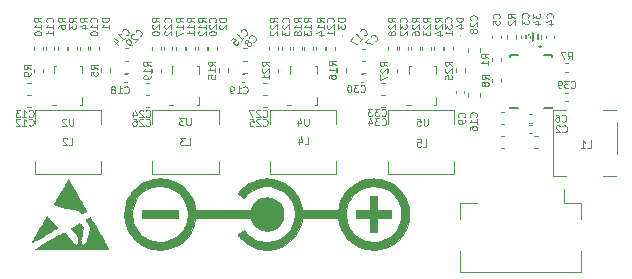
<source format=gbr>
G04 #@! TF.GenerationSoftware,KiCad,Pcbnew,(5.1.8)-1*
G04 #@! TF.CreationDate,2021-09-21T14:18:05+08:00*
G04 #@! TF.ProjectId,PowerSupply,506f7765-7253-4757-9070-6c792e6b6963,rev?*
G04 #@! TF.SameCoordinates,PX5e56640PY77750e0*
G04 #@! TF.FileFunction,Legend,Bot*
G04 #@! TF.FilePolarity,Positive*
%FSLAX46Y46*%
G04 Gerber Fmt 4.6, Leading zero omitted, Abs format (unit mm)*
G04 Created by KiCad (PCBNEW (5.1.8)-1) date 2021-09-21 14:18:05*
%MOMM*%
%LPD*%
G01*
G04 APERTURE LIST*
%ADD10C,0.200000*%
%ADD11C,0.127000*%
%ADD12C,0.010000*%
%ADD13C,0.100000*%
%ADD14C,0.120000*%
%ADD15C,0.150000*%
%ADD16R,2.050000X3.050000*%
%ADD17R,0.600000X0.240000*%
%ADD18R,0.240000X0.600000*%
%ADD19O,0.750000X0.250000*%
%ADD20O,0.500000X0.300000*%
%ADD21O,0.250000X0.900000*%
%ADD22R,1.900000X2.500000*%
%ADD23R,2.500000X1.900000*%
%ADD24R,0.300000X1.300000*%
%ADD25R,1.800000X2.200000*%
%ADD26R,0.700000X4.300000*%
%ADD27R,0.700000X3.200000*%
G04 APERTURE END LIST*
D10*
G04 #@! TO.C,U1*
X57920000Y29320000D02*
G75*
G03*
X57920000Y29320000I-100000J0D01*
G01*
D11*
X55320000Y24070000D02*
X55320000Y24220000D01*
X55970000Y24070000D02*
X55320000Y24070000D01*
X58820000Y24070000D02*
X58170000Y24070000D01*
X58820000Y24220000D02*
X58820000Y24070000D01*
X55320000Y28570000D02*
X55320000Y28420000D01*
X55970000Y28570000D02*
X55320000Y28570000D01*
X58820000Y28570000D02*
X58170000Y28570000D01*
X58820000Y28420000D02*
X58820000Y28570000D01*
D12*
G04 #@! TO.C,REF\u002A\u002A*
G36*
X34415744Y18131128D02*
G01*
X34152575Y18095017D01*
X33892878Y18035090D01*
X33687772Y17969465D01*
X33431853Y17863675D01*
X33187580Y17735906D01*
X32956162Y17587061D01*
X32738811Y17418042D01*
X32536734Y17229751D01*
X32351142Y17023091D01*
X32256522Y16901912D01*
X32223068Y16856844D01*
X32483476Y16675576D01*
X32555192Y16626046D01*
X32620515Y16581675D01*
X32676502Y16544402D01*
X32720210Y16516167D01*
X32748696Y16498908D01*
X32758598Y16494307D01*
X32773099Y16503699D01*
X32796877Y16528303D01*
X32824325Y16562200D01*
X32967206Y16732184D01*
X33129754Y16889421D01*
X33308964Y17032042D01*
X33501829Y17158182D01*
X33705345Y17265971D01*
X33916504Y17353543D01*
X34132302Y17419030D01*
X34242297Y17443156D01*
X34482963Y17476637D01*
X34723002Y17485783D01*
X34960705Y17471111D01*
X35194363Y17433139D01*
X35422270Y17372382D01*
X35642717Y17289358D01*
X35853994Y17184584D01*
X36054395Y17058576D01*
X36242211Y16911852D01*
X36359937Y16802432D01*
X36525706Y16620376D01*
X36669395Y16426329D01*
X36791049Y16220198D01*
X36890714Y16001892D01*
X36968438Y15771320D01*
X37024266Y15528390D01*
X37034213Y15469501D01*
X37045559Y15372621D01*
X37052486Y15259217D01*
X37054991Y15137364D01*
X37053070Y15015138D01*
X37046722Y14900616D01*
X37035943Y14801874D01*
X37034469Y14792211D01*
X36984095Y14549507D01*
X36911559Y14316693D01*
X36817667Y14095044D01*
X36703224Y13885836D01*
X36569035Y13690342D01*
X36415905Y13509839D01*
X36244638Y13345601D01*
X36056041Y13198904D01*
X36007722Y13166074D01*
X35797975Y13041975D01*
X35579554Y12940734D01*
X35354151Y12862583D01*
X35123460Y12807753D01*
X34889171Y12776477D01*
X34652977Y12768985D01*
X34416569Y12785510D01*
X34181639Y12826283D01*
X33965197Y12886419D01*
X33737461Y12974612D01*
X33521548Y13084554D01*
X33318845Y13215283D01*
X33130737Y13365839D01*
X32958611Y13535259D01*
X32855061Y13656164D01*
X32761660Y13772971D01*
X32702884Y13730942D01*
X32673874Y13710425D01*
X32628610Y13678692D01*
X32571521Y13638834D01*
X32507035Y13593942D01*
X32439777Y13547246D01*
X32377220Y13503499D01*
X32322405Y13464448D01*
X32278459Y13432382D01*
X32248513Y13409590D01*
X32235697Y13398360D01*
X32235445Y13397798D01*
X32243476Y13380743D01*
X32265679Y13348584D01*
X32299218Y13304741D01*
X32341256Y13252636D01*
X32388957Y13195689D01*
X32439486Y13137323D01*
X32490005Y13080957D01*
X32537680Y13030012D01*
X32555552Y13011681D01*
X32759398Y12822979D01*
X32975877Y12655767D01*
X33204024Y12510450D01*
X33442874Y12387430D01*
X33691461Y12287111D01*
X33948819Y12209899D01*
X34213984Y12156196D01*
X34485989Y12126406D01*
X34687425Y12119991D01*
X34943699Y12128877D01*
X35186153Y12156075D01*
X35419254Y12202634D01*
X35647468Y12269599D01*
X35875259Y12358017D01*
X36048534Y12439051D01*
X36287073Y12572212D01*
X36511248Y12725622D01*
X36719904Y12898133D01*
X36911883Y13088597D01*
X37086027Y13295867D01*
X37241180Y13518794D01*
X37376135Y13756132D01*
X37489227Y14003051D01*
X37578205Y14253606D01*
X37644096Y14510933D01*
X37670293Y14652893D01*
X37698492Y14828318D01*
X40741930Y14821930D01*
X40751432Y14733911D01*
X40784346Y14520809D01*
X40836827Y14300958D01*
X40906756Y14080343D01*
X40992014Y13864951D01*
X41090482Y13660766D01*
X41194240Y13482772D01*
X41291951Y13341480D01*
X41403809Y13198631D01*
X41524788Y13059845D01*
X41649861Y12930742D01*
X41774001Y12816944D01*
X41833232Y12768263D01*
X42058571Y12606230D01*
X42293664Y12467374D01*
X42538465Y12351711D01*
X42792929Y12259256D01*
X43057010Y12190027D01*
X43330664Y12144039D01*
X43613844Y12121308D01*
X43671732Y12119551D01*
X43748547Y12118185D01*
X43820133Y12117535D01*
X43881259Y12117602D01*
X43926699Y12118385D01*
X43948366Y12119541D01*
X44118838Y12138687D01*
X44270515Y12160680D01*
X44409697Y12186773D01*
X44542687Y12218217D01*
X44675787Y12256264D01*
X44740544Y12276905D01*
X44991003Y12372078D01*
X45229277Y12488659D01*
X45454320Y12625509D01*
X45665087Y12781488D01*
X45860533Y12955459D01*
X46039612Y13146282D01*
X46201277Y13352817D01*
X46344485Y13573927D01*
X46468188Y13808471D01*
X46571342Y14055311D01*
X46652901Y14313308D01*
X46669501Y14378217D01*
X46695396Y14489421D01*
X46715476Y14589223D01*
X46730408Y14683705D01*
X46740860Y14778948D01*
X46747499Y14881034D01*
X46750993Y14996042D01*
X46752008Y15130000D01*
X46751961Y15136287D01*
X46092277Y15136287D01*
X46080589Y14886504D01*
X46045747Y14644430D01*
X45988088Y14411101D01*
X45907945Y14187556D01*
X45805653Y13974829D01*
X45681549Y13773960D01*
X45628562Y13700719D01*
X45476416Y13519651D01*
X45307296Y13356359D01*
X45122872Y13211739D01*
X44924812Y13086687D01*
X44714783Y12982099D01*
X44494455Y12898871D01*
X44265495Y12837898D01*
X44029571Y12800076D01*
X43935792Y12791777D01*
X43876993Y12787752D01*
X43825609Y12784231D01*
X43788000Y12781652D01*
X43772326Y12780573D01*
X43750981Y12780816D01*
X43709949Y12782689D01*
X43654617Y12785901D01*
X43590374Y12790159D01*
X43571841Y12791476D01*
X43327380Y12820984D01*
X43092608Y12872914D01*
X42868570Y12946217D01*
X42656314Y13039848D01*
X42456886Y13152759D01*
X42271332Y13283904D01*
X42100700Y13432235D01*
X41946035Y13596706D01*
X41808384Y13776270D01*
X41688794Y13969880D01*
X41588311Y14176489D01*
X41507981Y14395051D01*
X41448851Y14624518D01*
X41411969Y14863843D01*
X41403799Y14960247D01*
X41399129Y15209280D01*
X41417617Y15452066D01*
X41458571Y15687360D01*
X41521300Y15913916D01*
X41605113Y16130488D01*
X41709318Y16335831D01*
X41833224Y16528700D01*
X41976140Y16707848D01*
X42137374Y16872031D01*
X42316236Y17020004D01*
X42512033Y17150519D01*
X42666054Y17234451D01*
X42884917Y17329453D01*
X43112286Y17401733D01*
X43345855Y17451274D01*
X43583323Y17478062D01*
X43822385Y17482081D01*
X44060736Y17463315D01*
X44296074Y17421748D01*
X44526095Y17357366D01*
X44748494Y17270152D01*
X44794271Y17248812D01*
X45003883Y17134752D01*
X45197469Y17001949D01*
X45374261Y16851652D01*
X45533495Y16685108D01*
X45674402Y16503564D01*
X45796216Y16308269D01*
X45898171Y16100470D01*
X45979501Y15881413D01*
X46039438Y15652348D01*
X46077216Y15414521D01*
X46092070Y15169179D01*
X46092277Y15136287D01*
X46751961Y15136287D01*
X46750991Y15263835D01*
X46747509Y15378714D01*
X46740919Y15480763D01*
X46730579Y15576106D01*
X46715845Y15670869D01*
X46696075Y15771180D01*
X46674779Y15865594D01*
X46600651Y16127490D01*
X46504584Y16378129D01*
X46387615Y16616489D01*
X46250777Y16841548D01*
X46095105Y17052281D01*
X45921632Y17247667D01*
X45731395Y17426684D01*
X45525425Y17588307D01*
X45304760Y17731516D01*
X45070432Y17855287D01*
X44823476Y17958597D01*
X44564926Y18040424D01*
X44445049Y18069970D01*
X44341728Y18092304D01*
X44250281Y18109590D01*
X44164751Y18122425D01*
X44079180Y18131407D01*
X43987608Y18137132D01*
X43884078Y18140200D01*
X43762632Y18141206D01*
X43734604Y18141212D01*
X43599914Y18139991D01*
X43484027Y18136137D01*
X43380673Y18128985D01*
X43283585Y18117876D01*
X43186493Y18102148D01*
X43083129Y18081138D01*
X43012345Y18064981D01*
X42766823Y17995442D01*
X42525035Y17904094D01*
X42291406Y17793026D01*
X42070362Y17664331D01*
X41878007Y17529149D01*
X41786506Y17454214D01*
X41688030Y17365914D01*
X41589098Y17270592D01*
X41496233Y17174595D01*
X41415956Y17084270D01*
X41396047Y17060148D01*
X41244923Y16854736D01*
X41110609Y16634129D01*
X40994631Y16401846D01*
X40898516Y16161408D01*
X40823789Y15916335D01*
X40771976Y15670146D01*
X40760949Y15595247D01*
X40753751Y15542554D01*
X40747050Y15496637D01*
X40742012Y15465397D01*
X40741000Y15460074D01*
X40735164Y15431782D01*
X37692673Y15431782D01*
X37692673Y15461589D01*
X37690028Y15494060D01*
X37682783Y15545455D01*
X37671976Y15610187D01*
X37658641Y15682671D01*
X37643815Y15757322D01*
X37628534Y15828553D01*
X37613835Y15890779D01*
X37611010Y15901829D01*
X37533687Y16150275D01*
X37433013Y16392697D01*
X37310485Y16626942D01*
X37167601Y16850861D01*
X37005857Y17062303D01*
X36826752Y17259117D01*
X36631781Y17439152D01*
X36434549Y17591753D01*
X36207065Y17737438D01*
X35968951Y17861248D01*
X35721970Y17962938D01*
X35467883Y18042268D01*
X35208455Y18098994D01*
X34945447Y18132875D01*
X34680622Y18143667D01*
X34415744Y18131128D01*
G37*
X34415744Y18131128D02*
X34152575Y18095017D01*
X33892878Y18035090D01*
X33687772Y17969465D01*
X33431853Y17863675D01*
X33187580Y17735906D01*
X32956162Y17587061D01*
X32738811Y17418042D01*
X32536734Y17229751D01*
X32351142Y17023091D01*
X32256522Y16901912D01*
X32223068Y16856844D01*
X32483476Y16675576D01*
X32555192Y16626046D01*
X32620515Y16581675D01*
X32676502Y16544402D01*
X32720210Y16516167D01*
X32748696Y16498908D01*
X32758598Y16494307D01*
X32773099Y16503699D01*
X32796877Y16528303D01*
X32824325Y16562200D01*
X32967206Y16732184D01*
X33129754Y16889421D01*
X33308964Y17032042D01*
X33501829Y17158182D01*
X33705345Y17265971D01*
X33916504Y17353543D01*
X34132302Y17419030D01*
X34242297Y17443156D01*
X34482963Y17476637D01*
X34723002Y17485783D01*
X34960705Y17471111D01*
X35194363Y17433139D01*
X35422270Y17372382D01*
X35642717Y17289358D01*
X35853994Y17184584D01*
X36054395Y17058576D01*
X36242211Y16911852D01*
X36359937Y16802432D01*
X36525706Y16620376D01*
X36669395Y16426329D01*
X36791049Y16220198D01*
X36890714Y16001892D01*
X36968438Y15771320D01*
X37024266Y15528390D01*
X37034213Y15469501D01*
X37045559Y15372621D01*
X37052486Y15259217D01*
X37054991Y15137364D01*
X37053070Y15015138D01*
X37046722Y14900616D01*
X37035943Y14801874D01*
X37034469Y14792211D01*
X36984095Y14549507D01*
X36911559Y14316693D01*
X36817667Y14095044D01*
X36703224Y13885836D01*
X36569035Y13690342D01*
X36415905Y13509839D01*
X36244638Y13345601D01*
X36056041Y13198904D01*
X36007722Y13166074D01*
X35797975Y13041975D01*
X35579554Y12940734D01*
X35354151Y12862583D01*
X35123460Y12807753D01*
X34889171Y12776477D01*
X34652977Y12768985D01*
X34416569Y12785510D01*
X34181639Y12826283D01*
X33965197Y12886419D01*
X33737461Y12974612D01*
X33521548Y13084554D01*
X33318845Y13215283D01*
X33130737Y13365839D01*
X32958611Y13535259D01*
X32855061Y13656164D01*
X32761660Y13772971D01*
X32702884Y13730942D01*
X32673874Y13710425D01*
X32628610Y13678692D01*
X32571521Y13638834D01*
X32507035Y13593942D01*
X32439777Y13547246D01*
X32377220Y13503499D01*
X32322405Y13464448D01*
X32278459Y13432382D01*
X32248513Y13409590D01*
X32235697Y13398360D01*
X32235445Y13397798D01*
X32243476Y13380743D01*
X32265679Y13348584D01*
X32299218Y13304741D01*
X32341256Y13252636D01*
X32388957Y13195689D01*
X32439486Y13137323D01*
X32490005Y13080957D01*
X32537680Y13030012D01*
X32555552Y13011681D01*
X32759398Y12822979D01*
X32975877Y12655767D01*
X33204024Y12510450D01*
X33442874Y12387430D01*
X33691461Y12287111D01*
X33948819Y12209899D01*
X34213984Y12156196D01*
X34485989Y12126406D01*
X34687425Y12119991D01*
X34943699Y12128877D01*
X35186153Y12156075D01*
X35419254Y12202634D01*
X35647468Y12269599D01*
X35875259Y12358017D01*
X36048534Y12439051D01*
X36287073Y12572212D01*
X36511248Y12725622D01*
X36719904Y12898133D01*
X36911883Y13088597D01*
X37086027Y13295867D01*
X37241180Y13518794D01*
X37376135Y13756132D01*
X37489227Y14003051D01*
X37578205Y14253606D01*
X37644096Y14510933D01*
X37670293Y14652893D01*
X37698492Y14828318D01*
X40741930Y14821930D01*
X40751432Y14733911D01*
X40784346Y14520809D01*
X40836827Y14300958D01*
X40906756Y14080343D01*
X40992014Y13864951D01*
X41090482Y13660766D01*
X41194240Y13482772D01*
X41291951Y13341480D01*
X41403809Y13198631D01*
X41524788Y13059845D01*
X41649861Y12930742D01*
X41774001Y12816944D01*
X41833232Y12768263D01*
X42058571Y12606230D01*
X42293664Y12467374D01*
X42538465Y12351711D01*
X42792929Y12259256D01*
X43057010Y12190027D01*
X43330664Y12144039D01*
X43613844Y12121308D01*
X43671732Y12119551D01*
X43748547Y12118185D01*
X43820133Y12117535D01*
X43881259Y12117602D01*
X43926699Y12118385D01*
X43948366Y12119541D01*
X44118838Y12138687D01*
X44270515Y12160680D01*
X44409697Y12186773D01*
X44542687Y12218217D01*
X44675787Y12256264D01*
X44740544Y12276905D01*
X44991003Y12372078D01*
X45229277Y12488659D01*
X45454320Y12625509D01*
X45665087Y12781488D01*
X45860533Y12955459D01*
X46039612Y13146282D01*
X46201277Y13352817D01*
X46344485Y13573927D01*
X46468188Y13808471D01*
X46571342Y14055311D01*
X46652901Y14313308D01*
X46669501Y14378217D01*
X46695396Y14489421D01*
X46715476Y14589223D01*
X46730408Y14683705D01*
X46740860Y14778948D01*
X46747499Y14881034D01*
X46750993Y14996042D01*
X46752008Y15130000D01*
X46751961Y15136287D01*
X46092277Y15136287D01*
X46080589Y14886504D01*
X46045747Y14644430D01*
X45988088Y14411101D01*
X45907945Y14187556D01*
X45805653Y13974829D01*
X45681549Y13773960D01*
X45628562Y13700719D01*
X45476416Y13519651D01*
X45307296Y13356359D01*
X45122872Y13211739D01*
X44924812Y13086687D01*
X44714783Y12982099D01*
X44494455Y12898871D01*
X44265495Y12837898D01*
X44029571Y12800076D01*
X43935792Y12791777D01*
X43876993Y12787752D01*
X43825609Y12784231D01*
X43788000Y12781652D01*
X43772326Y12780573D01*
X43750981Y12780816D01*
X43709949Y12782689D01*
X43654617Y12785901D01*
X43590374Y12790159D01*
X43571841Y12791476D01*
X43327380Y12820984D01*
X43092608Y12872914D01*
X42868570Y12946217D01*
X42656314Y13039848D01*
X42456886Y13152759D01*
X42271332Y13283904D01*
X42100700Y13432235D01*
X41946035Y13596706D01*
X41808384Y13776270D01*
X41688794Y13969880D01*
X41588311Y14176489D01*
X41507981Y14395051D01*
X41448851Y14624518D01*
X41411969Y14863843D01*
X41403799Y14960247D01*
X41399129Y15209280D01*
X41417617Y15452066D01*
X41458571Y15687360D01*
X41521300Y15913916D01*
X41605113Y16130488D01*
X41709318Y16335831D01*
X41833224Y16528700D01*
X41976140Y16707848D01*
X42137374Y16872031D01*
X42316236Y17020004D01*
X42512033Y17150519D01*
X42666054Y17234451D01*
X42884917Y17329453D01*
X43112286Y17401733D01*
X43345855Y17451274D01*
X43583323Y17478062D01*
X43822385Y17482081D01*
X44060736Y17463315D01*
X44296074Y17421748D01*
X44526095Y17357366D01*
X44748494Y17270152D01*
X44794271Y17248812D01*
X45003883Y17134752D01*
X45197469Y17001949D01*
X45374261Y16851652D01*
X45533495Y16685108D01*
X45674402Y16503564D01*
X45796216Y16308269D01*
X45898171Y16100470D01*
X45979501Y15881413D01*
X46039438Y15652348D01*
X46077216Y15414521D01*
X46092070Y15169179D01*
X46092277Y15136287D01*
X46751961Y15136287D01*
X46750991Y15263835D01*
X46747509Y15378714D01*
X46740919Y15480763D01*
X46730579Y15576106D01*
X46715845Y15670869D01*
X46696075Y15771180D01*
X46674779Y15865594D01*
X46600651Y16127490D01*
X46504584Y16378129D01*
X46387615Y16616489D01*
X46250777Y16841548D01*
X46095105Y17052281D01*
X45921632Y17247667D01*
X45731395Y17426684D01*
X45525425Y17588307D01*
X45304760Y17731516D01*
X45070432Y17855287D01*
X44823476Y17958597D01*
X44564926Y18040424D01*
X44445049Y18069970D01*
X44341728Y18092304D01*
X44250281Y18109590D01*
X44164751Y18122425D01*
X44079180Y18131407D01*
X43987608Y18137132D01*
X43884078Y18140200D01*
X43762632Y18141206D01*
X43734604Y18141212D01*
X43599914Y18139991D01*
X43484027Y18136137D01*
X43380673Y18128985D01*
X43283585Y18117876D01*
X43186493Y18102148D01*
X43083129Y18081138D01*
X43012345Y18064981D01*
X42766823Y17995442D01*
X42525035Y17904094D01*
X42291406Y17793026D01*
X42070362Y17664331D01*
X41878007Y17529149D01*
X41786506Y17454214D01*
X41688030Y17365914D01*
X41589098Y17270592D01*
X41496233Y17174595D01*
X41415956Y17084270D01*
X41396047Y17060148D01*
X41244923Y16854736D01*
X41110609Y16634129D01*
X40994631Y16401846D01*
X40898516Y16161408D01*
X40823789Y15916335D01*
X40771976Y15670146D01*
X40760949Y15595247D01*
X40753751Y15542554D01*
X40747050Y15496637D01*
X40742012Y15465397D01*
X40741000Y15460074D01*
X40735164Y15431782D01*
X37692673Y15431782D01*
X37692673Y15461589D01*
X37690028Y15494060D01*
X37682783Y15545455D01*
X37671976Y15610187D01*
X37658641Y15682671D01*
X37643815Y15757322D01*
X37628534Y15828553D01*
X37613835Y15890779D01*
X37611010Y15901829D01*
X37533687Y16150275D01*
X37433013Y16392697D01*
X37310485Y16626942D01*
X37167601Y16850861D01*
X37005857Y17062303D01*
X36826752Y17259117D01*
X36631781Y17439152D01*
X36434549Y17591753D01*
X36207065Y17737438D01*
X35968951Y17861248D01*
X35721970Y17962938D01*
X35467883Y18042268D01*
X35208455Y18098994D01*
X34945447Y18132875D01*
X34680622Y18143667D01*
X34415744Y18131128D01*
G36*
X25525143Y18144648D02*
G01*
X25415976Y18140439D01*
X25362719Y18136461D01*
X25094538Y18099918D01*
X24831342Y18040608D01*
X24575379Y17959446D01*
X24328897Y17857346D01*
X24094145Y17735224D01*
X23873370Y17593993D01*
X23697524Y17458892D01*
X23498399Y17276350D01*
X23317957Y17077388D01*
X23156979Y16863246D01*
X23016245Y16635162D01*
X22896532Y16394377D01*
X22798620Y16142131D01*
X22735364Y15928451D01*
X22681602Y15673687D01*
X22648398Y15411875D01*
X22635843Y15147474D01*
X22644030Y14884943D01*
X22673050Y14628743D01*
X22705113Y14458689D01*
X22776908Y14189938D01*
X22870324Y13932827D01*
X22984731Y13688290D01*
X23119499Y13457265D01*
X23273998Y13240689D01*
X23447597Y13039499D01*
X23639668Y12854630D01*
X23849580Y12687020D01*
X23938134Y12625196D01*
X24169936Y12484329D01*
X24411925Y12366213D01*
X24664626Y12270645D01*
X24928566Y12197426D01*
X25184893Y12149166D01*
X25249334Y12141257D01*
X25328923Y12133997D01*
X25418322Y12127627D01*
X25512193Y12122386D01*
X25605196Y12118516D01*
X25691993Y12116255D01*
X25767245Y12115845D01*
X25825614Y12117526D01*
X25847722Y12119330D01*
X25878934Y12122767D01*
X25927447Y12127981D01*
X25985549Y12134146D01*
X26023762Y12138163D01*
X26272235Y12176211D01*
X26521053Y12237603D01*
X26766628Y12320846D01*
X27005371Y12424445D01*
X27233696Y12546904D01*
X27448015Y12686731D01*
X27576683Y12785059D01*
X27658737Y12855646D01*
X27748605Y12939415D01*
X27839491Y13029592D01*
X27924593Y13119405D01*
X27997115Y13202079D01*
X28005654Y13212425D01*
X28152453Y13410822D01*
X28283364Y13626745D01*
X28397128Y13857265D01*
X28492489Y14099453D01*
X28568187Y14350380D01*
X28622964Y14607118D01*
X28633583Y14674183D01*
X28656222Y14828218D01*
X30986921Y14828218D01*
X31281443Y14828187D01*
X31551726Y14828092D01*
X31798680Y14827925D01*
X32023214Y14827682D01*
X32226238Y14827355D01*
X32408661Y14826939D01*
X32571394Y14826427D01*
X32715345Y14825814D01*
X32841424Y14825093D01*
X32950541Y14824258D01*
X33043606Y14823303D01*
X33121527Y14822222D01*
X33185215Y14821008D01*
X33235579Y14819657D01*
X33273529Y14818160D01*
X33299974Y14816514D01*
X33315824Y14814710D01*
X33321989Y14812744D01*
X33322120Y14812500D01*
X33372827Y14653579D01*
X33428895Y14515122D01*
X33492807Y14392609D01*
X33567043Y14281522D01*
X33654085Y14177340D01*
X33693453Y14136175D01*
X33828728Y14016732D01*
X33976164Y13917785D01*
X34133467Y13839339D01*
X34298342Y13781396D01*
X34468494Y13743960D01*
X34641628Y13727034D01*
X34815450Y13730621D01*
X34987664Y13754725D01*
X35155977Y13799350D01*
X35318093Y13864497D01*
X35471717Y13950171D01*
X35614555Y14056375D01*
X35697447Y14133295D01*
X35819461Y14271739D01*
X35918275Y14417708D01*
X35995267Y14573393D01*
X36026614Y14657364D01*
X36075202Y14838927D01*
X36100427Y15021842D01*
X36101845Y15125656D01*
X27997920Y15125656D01*
X27987239Y14882410D01*
X27954801Y14650098D01*
X27900020Y14426077D01*
X27822306Y14207703D01*
X27765272Y14080049D01*
X27651884Y13872465D01*
X27519258Y13680222D01*
X27368723Y13504186D01*
X27201607Y13345225D01*
X27019239Y13204206D01*
X26822947Y13081998D01*
X26614060Y12979467D01*
X26393907Y12897480D01*
X26163815Y12836906D01*
X25925115Y12798612D01*
X25784851Y12787038D01*
X25739507Y12784474D01*
X25699896Y12782080D01*
X25684257Y12781050D01*
X25660364Y12781115D01*
X25617104Y12782853D01*
X25560183Y12785979D01*
X25495305Y12790208D01*
X25480914Y12791231D01*
X25234058Y12820903D01*
X24997185Y12873053D01*
X24771321Y12946791D01*
X24557491Y13041228D01*
X24356722Y13155472D01*
X24170038Y13288634D01*
X23998466Y13439824D01*
X23843030Y13608151D01*
X23704757Y13792726D01*
X23584672Y13992658D01*
X23483801Y14207058D01*
X23403169Y14435035D01*
X23351147Y14639604D01*
X23335222Y14733977D01*
X23322662Y14846304D01*
X23313747Y14969582D01*
X23308756Y15096805D01*
X23307969Y15220970D01*
X23311665Y15335073D01*
X23319664Y15428428D01*
X23361821Y15674573D01*
X23426150Y15909343D01*
X23512254Y16132085D01*
X23619734Y16342147D01*
X23748192Y16538874D01*
X23897231Y16721613D01*
X24066451Y16889712D01*
X24255455Y17042517D01*
X24338812Y17100754D01*
X24531130Y17214639D01*
X24736868Y17308815D01*
X24953426Y17382959D01*
X25178205Y17436745D01*
X25408604Y17469851D01*
X25642023Y17481952D01*
X25875863Y17472726D01*
X26107522Y17441847D01*
X26334402Y17388993D01*
X26426138Y17360663D01*
X26649560Y17273625D01*
X26859402Y17166014D01*
X27054717Y17039004D01*
X27234554Y16893769D01*
X27397966Y16731483D01*
X27544004Y16553319D01*
X27671719Y16360451D01*
X27780164Y16154053D01*
X27868388Y15935299D01*
X27935444Y15705363D01*
X27980383Y15465418D01*
X27984730Y15432112D01*
X27989468Y15380426D01*
X27993451Y15311414D01*
X27996343Y15232894D01*
X27997808Y15152684D01*
X27997920Y15125656D01*
X36101845Y15125656D01*
X36102915Y15203943D01*
X36083295Y15383064D01*
X36042196Y15557039D01*
X35980244Y15723704D01*
X35898068Y15880892D01*
X35796295Y16026437D01*
X35675555Y16158174D01*
X35563789Y16253647D01*
X35412718Y16353451D01*
X35250818Y16431889D01*
X35080623Y16488897D01*
X34904671Y16524412D01*
X34725498Y16538370D01*
X34545638Y16530708D01*
X34367628Y16501363D01*
X34194004Y16450272D01*
X34027302Y16377369D01*
X33888960Y16295539D01*
X33847436Y16264713D01*
X33796063Y16222358D01*
X33742527Y16174970D01*
X33709865Y16144209D01*
X33601129Y16026630D01*
X33509704Y15900545D01*
X33433459Y15762132D01*
X33370266Y15607568D01*
X33321741Y15447500D01*
X33316714Y15445514D01*
X33302112Y15443692D01*
X33277026Y15442027D01*
X33240547Y15440514D01*
X33191764Y15439146D01*
X33129769Y15437916D01*
X33053652Y15436820D01*
X32962504Y15435850D01*
X32855415Y15435002D01*
X32731476Y15434267D01*
X32589778Y15433641D01*
X32429412Y15433118D01*
X32249467Y15432690D01*
X32049035Y15432353D01*
X31827206Y15432100D01*
X31583070Y15431924D01*
X31315719Y15431821D01*
X31024243Y15431782D01*
X28654251Y15431782D01*
X28645623Y15510371D01*
X28622577Y15668056D01*
X28587672Y15837353D01*
X28543245Y16009114D01*
X28491629Y16174190D01*
X28443000Y16304493D01*
X28328703Y16552295D01*
X28194454Y16785440D01*
X28041293Y17003121D01*
X27870261Y17204532D01*
X27682397Y17388866D01*
X27478741Y17555314D01*
X27260335Y17703070D01*
X27028217Y17831326D01*
X26783427Y17939276D01*
X26527007Y18026112D01*
X26259995Y18091027D01*
X26107164Y18117365D01*
X26010876Y18128626D01*
X25897047Y18137176D01*
X25773160Y18142825D01*
X25646698Y18145380D01*
X25525143Y18144648D01*
G37*
X25525143Y18144648D02*
X25415976Y18140439D01*
X25362719Y18136461D01*
X25094538Y18099918D01*
X24831342Y18040608D01*
X24575379Y17959446D01*
X24328897Y17857346D01*
X24094145Y17735224D01*
X23873370Y17593993D01*
X23697524Y17458892D01*
X23498399Y17276350D01*
X23317957Y17077388D01*
X23156979Y16863246D01*
X23016245Y16635162D01*
X22896532Y16394377D01*
X22798620Y16142131D01*
X22735364Y15928451D01*
X22681602Y15673687D01*
X22648398Y15411875D01*
X22635843Y15147474D01*
X22644030Y14884943D01*
X22673050Y14628743D01*
X22705113Y14458689D01*
X22776908Y14189938D01*
X22870324Y13932827D01*
X22984731Y13688290D01*
X23119499Y13457265D01*
X23273998Y13240689D01*
X23447597Y13039499D01*
X23639668Y12854630D01*
X23849580Y12687020D01*
X23938134Y12625196D01*
X24169936Y12484329D01*
X24411925Y12366213D01*
X24664626Y12270645D01*
X24928566Y12197426D01*
X25184893Y12149166D01*
X25249334Y12141257D01*
X25328923Y12133997D01*
X25418322Y12127627D01*
X25512193Y12122386D01*
X25605196Y12118516D01*
X25691993Y12116255D01*
X25767245Y12115845D01*
X25825614Y12117526D01*
X25847722Y12119330D01*
X25878934Y12122767D01*
X25927447Y12127981D01*
X25985549Y12134146D01*
X26023762Y12138163D01*
X26272235Y12176211D01*
X26521053Y12237603D01*
X26766628Y12320846D01*
X27005371Y12424445D01*
X27233696Y12546904D01*
X27448015Y12686731D01*
X27576683Y12785059D01*
X27658737Y12855646D01*
X27748605Y12939415D01*
X27839491Y13029592D01*
X27924593Y13119405D01*
X27997115Y13202079D01*
X28005654Y13212425D01*
X28152453Y13410822D01*
X28283364Y13626745D01*
X28397128Y13857265D01*
X28492489Y14099453D01*
X28568187Y14350380D01*
X28622964Y14607118D01*
X28633583Y14674183D01*
X28656222Y14828218D01*
X30986921Y14828218D01*
X31281443Y14828187D01*
X31551726Y14828092D01*
X31798680Y14827925D01*
X32023214Y14827682D01*
X32226238Y14827355D01*
X32408661Y14826939D01*
X32571394Y14826427D01*
X32715345Y14825814D01*
X32841424Y14825093D01*
X32950541Y14824258D01*
X33043606Y14823303D01*
X33121527Y14822222D01*
X33185215Y14821008D01*
X33235579Y14819657D01*
X33273529Y14818160D01*
X33299974Y14816514D01*
X33315824Y14814710D01*
X33321989Y14812744D01*
X33322120Y14812500D01*
X33372827Y14653579D01*
X33428895Y14515122D01*
X33492807Y14392609D01*
X33567043Y14281522D01*
X33654085Y14177340D01*
X33693453Y14136175D01*
X33828728Y14016732D01*
X33976164Y13917785D01*
X34133467Y13839339D01*
X34298342Y13781396D01*
X34468494Y13743960D01*
X34641628Y13727034D01*
X34815450Y13730621D01*
X34987664Y13754725D01*
X35155977Y13799350D01*
X35318093Y13864497D01*
X35471717Y13950171D01*
X35614555Y14056375D01*
X35697447Y14133295D01*
X35819461Y14271739D01*
X35918275Y14417708D01*
X35995267Y14573393D01*
X36026614Y14657364D01*
X36075202Y14838927D01*
X36100427Y15021842D01*
X36101845Y15125656D01*
X27997920Y15125656D01*
X27987239Y14882410D01*
X27954801Y14650098D01*
X27900020Y14426077D01*
X27822306Y14207703D01*
X27765272Y14080049D01*
X27651884Y13872465D01*
X27519258Y13680222D01*
X27368723Y13504186D01*
X27201607Y13345225D01*
X27019239Y13204206D01*
X26822947Y13081998D01*
X26614060Y12979467D01*
X26393907Y12897480D01*
X26163815Y12836906D01*
X25925115Y12798612D01*
X25784851Y12787038D01*
X25739507Y12784474D01*
X25699896Y12782080D01*
X25684257Y12781050D01*
X25660364Y12781115D01*
X25617104Y12782853D01*
X25560183Y12785979D01*
X25495305Y12790208D01*
X25480914Y12791231D01*
X25234058Y12820903D01*
X24997185Y12873053D01*
X24771321Y12946791D01*
X24557491Y13041228D01*
X24356722Y13155472D01*
X24170038Y13288634D01*
X23998466Y13439824D01*
X23843030Y13608151D01*
X23704757Y13792726D01*
X23584672Y13992658D01*
X23483801Y14207058D01*
X23403169Y14435035D01*
X23351147Y14639604D01*
X23335222Y14733977D01*
X23322662Y14846304D01*
X23313747Y14969582D01*
X23308756Y15096805D01*
X23307969Y15220970D01*
X23311665Y15335073D01*
X23319664Y15428428D01*
X23361821Y15674573D01*
X23426150Y15909343D01*
X23512254Y16132085D01*
X23619734Y16342147D01*
X23748192Y16538874D01*
X23897231Y16721613D01*
X24066451Y16889712D01*
X24255455Y17042517D01*
X24338812Y17100754D01*
X24531130Y17214639D01*
X24736868Y17308815D01*
X24953426Y17382959D01*
X25178205Y17436745D01*
X25408604Y17469851D01*
X25642023Y17481952D01*
X25875863Y17472726D01*
X26107522Y17441847D01*
X26334402Y17388993D01*
X26426138Y17360663D01*
X26649560Y17273625D01*
X26859402Y17166014D01*
X27054717Y17039004D01*
X27234554Y16893769D01*
X27397966Y16731483D01*
X27544004Y16553319D01*
X27671719Y16360451D01*
X27780164Y16154053D01*
X27868388Y15935299D01*
X27935444Y15705363D01*
X27980383Y15465418D01*
X27984730Y15432112D01*
X27989468Y15380426D01*
X27993451Y15311414D01*
X27996343Y15232894D01*
X27997808Y15152684D01*
X27997920Y15125656D01*
X36101845Y15125656D01*
X36102915Y15203943D01*
X36083295Y15383064D01*
X36042196Y15557039D01*
X35980244Y15723704D01*
X35898068Y15880892D01*
X35796295Y16026437D01*
X35675555Y16158174D01*
X35563789Y16253647D01*
X35412718Y16353451D01*
X35250818Y16431889D01*
X35080623Y16488897D01*
X34904671Y16524412D01*
X34725498Y16538370D01*
X34545638Y16530708D01*
X34367628Y16501363D01*
X34194004Y16450272D01*
X34027302Y16377369D01*
X33888960Y16295539D01*
X33847436Y16264713D01*
X33796063Y16222358D01*
X33742527Y16174970D01*
X33709865Y16144209D01*
X33601129Y16026630D01*
X33509704Y15900545D01*
X33433459Y15762132D01*
X33370266Y15607568D01*
X33321741Y15447500D01*
X33316714Y15445514D01*
X33302112Y15443692D01*
X33277026Y15442027D01*
X33240547Y15440514D01*
X33191764Y15439146D01*
X33129769Y15437916D01*
X33053652Y15436820D01*
X32962504Y15435850D01*
X32855415Y15435002D01*
X32731476Y15434267D01*
X32589778Y15433641D01*
X32429412Y15433118D01*
X32249467Y15432690D01*
X32049035Y15432353D01*
X31827206Y15432100D01*
X31583070Y15431924D01*
X31315719Y15431821D01*
X31024243Y15431782D01*
X28654251Y15431782D01*
X28645623Y15510371D01*
X28622577Y15668056D01*
X28587672Y15837353D01*
X28543245Y16009114D01*
X28491629Y16174190D01*
X28443000Y16304493D01*
X28328703Y16552295D01*
X28194454Y16785440D01*
X28041293Y17003121D01*
X27870261Y17204532D01*
X27682397Y17388866D01*
X27478741Y17555314D01*
X27260335Y17703070D01*
X27028217Y17831326D01*
X26783427Y17939276D01*
X26527007Y18026112D01*
X26259995Y18091027D01*
X26107164Y18117365D01*
X26010876Y18128626D01*
X25897047Y18137176D01*
X25773160Y18142825D01*
X25646698Y18145380D01*
X25525143Y18144648D01*
G36*
X43439109Y15431782D02*
G01*
X42231980Y15431782D01*
X42231980Y14828218D01*
X43439109Y14828218D01*
X43439109Y13621089D01*
X44042673Y13621089D01*
X44042673Y14828218D01*
X45249802Y14828218D01*
X45249802Y15431782D01*
X44042673Y15431782D01*
X44042673Y16638911D01*
X43439109Y16638911D01*
X43439109Y15431782D01*
G37*
X43439109Y15431782D02*
X42231980Y15431782D01*
X42231980Y14828218D01*
X43439109Y14828218D01*
X43439109Y13621089D01*
X44042673Y13621089D01*
X44042673Y14828218D01*
X45249802Y14828218D01*
X45249802Y15431782D01*
X44042673Y15431782D01*
X44042673Y16638911D01*
X43439109Y16638911D01*
X43439109Y15431782D01*
G36*
X24137623Y14828218D02*
G01*
X27155445Y14828218D01*
X27155445Y15431782D01*
X24137623Y15431782D01*
X24137623Y14828218D01*
G37*
X24137623Y14828218D02*
X27155445Y14828218D01*
X27155445Y15431782D01*
X24137623Y15431782D01*
X24137623Y14828218D01*
G36*
X19707906Y14838842D02*
G01*
X19675381Y14826264D01*
X19625807Y14801288D01*
X19554626Y14762124D01*
X19549084Y14759012D01*
X19483526Y14721524D01*
X19428202Y14688681D01*
X19388545Y14663795D01*
X19369988Y14650180D01*
X19369469Y14649513D01*
X19373952Y14630610D01*
X19394514Y14588395D01*
X19429817Y14525168D01*
X19478520Y14443228D01*
X19539282Y14344878D01*
X19610764Y14232415D01*
X19628555Y14204835D01*
X19674907Y14128301D01*
X19708658Y14062444D01*
X19726847Y14013218D01*
X19728714Y14003493D01*
X19727885Y13960688D01*
X19718606Y13892791D01*
X19702032Y13804157D01*
X19679320Y13699141D01*
X19651627Y13582098D01*
X19620110Y13457384D01*
X19585925Y13329355D01*
X19550229Y13202366D01*
X19514179Y13080772D01*
X19478932Y12968928D01*
X19445644Y12871190D01*
X19415472Y12791913D01*
X19394439Y12744878D01*
X19369663Y12694775D01*
X19346270Y12646832D01*
X19345003Y12644207D01*
X19306301Y12595780D01*
X19249816Y12563172D01*
X19184061Y12547546D01*
X19117549Y12550063D01*
X19058795Y12571886D01*
X19025742Y12600618D01*
X18978141Y12679417D01*
X18943261Y12777622D01*
X18924123Y12885221D01*
X18921412Y12946220D01*
X18932330Y13060065D01*
X18964376Y13154340D01*
X19019274Y13233621D01*
X19036393Y13251267D01*
X19087339Y13300765D01*
X19090837Y13650638D01*
X19094336Y14000511D01*
X19005182Y14135469D01*
X18963346Y14196555D01*
X18923055Y14251507D01*
X18890057Y14292664D01*
X18875874Y14307808D01*
X18835719Y14345190D01*
X18781335Y14315902D01*
X18746961Y14294916D01*
X18728154Y14278622D01*
X18726951Y14275693D01*
X18714097Y14263272D01*
X18692104Y14254023D01*
X18670850Y14245687D01*
X18638306Y14229851D01*
X18591678Y14204967D01*
X18528171Y14169491D01*
X18444992Y14121877D01*
X18339347Y14060578D01*
X18281938Y14027068D01*
X18214406Y13986929D01*
X18170115Y13958341D01*
X18145145Y13937961D01*
X18135577Y13922447D01*
X18137492Y13908454D01*
X18139089Y13905204D01*
X18154624Y13884734D01*
X18187864Y13846335D01*
X18234938Y13794304D01*
X18291972Y13732934D01*
X18341300Y13680910D01*
X18454970Y13557433D01*
X18543895Y13450409D01*
X18608866Y13358760D01*
X18650679Y13281412D01*
X18664783Y13242134D01*
X18670608Y13207751D01*
X18676625Y13149101D01*
X18682304Y13072883D01*
X18687116Y12985798D01*
X18689381Y12930732D01*
X18692541Y12835536D01*
X18693931Y12765938D01*
X18693142Y12716591D01*
X18689765Y12682146D01*
X18683392Y12657257D01*
X18673613Y12636575D01*
X18665933Y12623947D01*
X18621579Y12575274D01*
X18564426Y12541355D01*
X18504292Y12526562D01*
X18459227Y12531914D01*
X18418424Y12555070D01*
X18367276Y12596538D01*
X18312958Y12649088D01*
X18262643Y12705484D01*
X18223506Y12758495D01*
X18209095Y12784111D01*
X18187509Y12819186D01*
X18148247Y12872611D01*
X18094898Y12940211D01*
X18031048Y13017810D01*
X17960285Y13101232D01*
X17886196Y13186302D01*
X17812368Y13268845D01*
X17742389Y13344684D01*
X17679845Y13409644D01*
X17630740Y13457331D01*
X17576221Y13504968D01*
X17530358Y13540092D01*
X17498189Y13559051D01*
X17487511Y13561136D01*
X17471147Y13552726D01*
X17430329Y13530154D01*
X17367414Y13494776D01*
X17284756Y13447946D01*
X17184711Y13391019D01*
X17069634Y13325351D01*
X16941881Y13252297D01*
X16803806Y13173212D01*
X16657766Y13089452D01*
X16506116Y13002371D01*
X16351210Y12913324D01*
X16195405Y12823668D01*
X16041056Y12734757D01*
X15890518Y12647946D01*
X15746146Y12564591D01*
X15610296Y12486046D01*
X15485323Y12413667D01*
X15373583Y12348810D01*
X15277430Y12292829D01*
X15199221Y12247080D01*
X15141311Y12212917D01*
X15106054Y12191696D01*
X15095835Y12185037D01*
X15109598Y12183720D01*
X15152896Y12182441D01*
X15224286Y12181204D01*
X15322327Y12180017D01*
X15445578Y12178885D01*
X15592597Y12177814D01*
X15761943Y12176811D01*
X15952174Y12175881D01*
X16161849Y12175032D01*
X16389527Y12174268D01*
X16633765Y12173597D01*
X16893123Y12173024D01*
X17166159Y12172556D01*
X17451432Y12172198D01*
X17747500Y12171958D01*
X18052921Y12171841D01*
X18181076Y12171829D01*
X21281030Y12171829D01*
X21059947Y12555153D01*
X21013144Y12636320D01*
X20952898Y12740834D01*
X20881222Y12865199D01*
X20800131Y13005918D01*
X20711638Y13159497D01*
X20617760Y13322438D01*
X20520509Y13491246D01*
X20421900Y13662425D01*
X20323947Y13832479D01*
X20299175Y13875488D01*
X20208848Y14032143D01*
X20122711Y14181197D01*
X20042058Y14320432D01*
X19968184Y14447629D01*
X19902383Y14560568D01*
X19845950Y14657032D01*
X19800179Y14734800D01*
X19766365Y14791654D01*
X19745802Y14825375D01*
X19740047Y14833960D01*
X19727942Y14840811D01*
X19707906Y14838842D01*
G37*
X19707906Y14838842D02*
X19675381Y14826264D01*
X19625807Y14801288D01*
X19554626Y14762124D01*
X19549084Y14759012D01*
X19483526Y14721524D01*
X19428202Y14688681D01*
X19388545Y14663795D01*
X19369988Y14650180D01*
X19369469Y14649513D01*
X19373952Y14630610D01*
X19394514Y14588395D01*
X19429817Y14525168D01*
X19478520Y14443228D01*
X19539282Y14344878D01*
X19610764Y14232415D01*
X19628555Y14204835D01*
X19674907Y14128301D01*
X19708658Y14062444D01*
X19726847Y14013218D01*
X19728714Y14003493D01*
X19727885Y13960688D01*
X19718606Y13892791D01*
X19702032Y13804157D01*
X19679320Y13699141D01*
X19651627Y13582098D01*
X19620110Y13457384D01*
X19585925Y13329355D01*
X19550229Y13202366D01*
X19514179Y13080772D01*
X19478932Y12968928D01*
X19445644Y12871190D01*
X19415472Y12791913D01*
X19394439Y12744878D01*
X19369663Y12694775D01*
X19346270Y12646832D01*
X19345003Y12644207D01*
X19306301Y12595780D01*
X19249816Y12563172D01*
X19184061Y12547546D01*
X19117549Y12550063D01*
X19058795Y12571886D01*
X19025742Y12600618D01*
X18978141Y12679417D01*
X18943261Y12777622D01*
X18924123Y12885221D01*
X18921412Y12946220D01*
X18932330Y13060065D01*
X18964376Y13154340D01*
X19019274Y13233621D01*
X19036393Y13251267D01*
X19087339Y13300765D01*
X19090837Y13650638D01*
X19094336Y14000511D01*
X19005182Y14135469D01*
X18963346Y14196555D01*
X18923055Y14251507D01*
X18890057Y14292664D01*
X18875874Y14307808D01*
X18835719Y14345190D01*
X18781335Y14315902D01*
X18746961Y14294916D01*
X18728154Y14278622D01*
X18726951Y14275693D01*
X18714097Y14263272D01*
X18692104Y14254023D01*
X18670850Y14245687D01*
X18638306Y14229851D01*
X18591678Y14204967D01*
X18528171Y14169491D01*
X18444992Y14121877D01*
X18339347Y14060578D01*
X18281938Y14027068D01*
X18214406Y13986929D01*
X18170115Y13958341D01*
X18145145Y13937961D01*
X18135577Y13922447D01*
X18137492Y13908454D01*
X18139089Y13905204D01*
X18154624Y13884734D01*
X18187864Y13846335D01*
X18234938Y13794304D01*
X18291972Y13732934D01*
X18341300Y13680910D01*
X18454970Y13557433D01*
X18543895Y13450409D01*
X18608866Y13358760D01*
X18650679Y13281412D01*
X18664783Y13242134D01*
X18670608Y13207751D01*
X18676625Y13149101D01*
X18682304Y13072883D01*
X18687116Y12985798D01*
X18689381Y12930732D01*
X18692541Y12835536D01*
X18693931Y12765938D01*
X18693142Y12716591D01*
X18689765Y12682146D01*
X18683392Y12657257D01*
X18673613Y12636575D01*
X18665933Y12623947D01*
X18621579Y12575274D01*
X18564426Y12541355D01*
X18504292Y12526562D01*
X18459227Y12531914D01*
X18418424Y12555070D01*
X18367276Y12596538D01*
X18312958Y12649088D01*
X18262643Y12705484D01*
X18223506Y12758495D01*
X18209095Y12784111D01*
X18187509Y12819186D01*
X18148247Y12872611D01*
X18094898Y12940211D01*
X18031048Y13017810D01*
X17960285Y13101232D01*
X17886196Y13186302D01*
X17812368Y13268845D01*
X17742389Y13344684D01*
X17679845Y13409644D01*
X17630740Y13457331D01*
X17576221Y13504968D01*
X17530358Y13540092D01*
X17498189Y13559051D01*
X17487511Y13561136D01*
X17471147Y13552726D01*
X17430329Y13530154D01*
X17367414Y13494776D01*
X17284756Y13447946D01*
X17184711Y13391019D01*
X17069634Y13325351D01*
X16941881Y13252297D01*
X16803806Y13173212D01*
X16657766Y13089452D01*
X16506116Y13002371D01*
X16351210Y12913324D01*
X16195405Y12823668D01*
X16041056Y12734757D01*
X15890518Y12647946D01*
X15746146Y12564591D01*
X15610296Y12486046D01*
X15485323Y12413667D01*
X15373583Y12348810D01*
X15277430Y12292829D01*
X15199221Y12247080D01*
X15141311Y12212917D01*
X15106054Y12191696D01*
X15095835Y12185037D01*
X15109598Y12183720D01*
X15152896Y12182441D01*
X15224286Y12181204D01*
X15322327Y12180017D01*
X15445578Y12178885D01*
X15592597Y12177814D01*
X15761943Y12176811D01*
X15952174Y12175881D01*
X16161849Y12175032D01*
X16389527Y12174268D01*
X16633765Y12173597D01*
X16893123Y12173024D01*
X17166159Y12172556D01*
X17451432Y12172198D01*
X17747500Y12171958D01*
X18052921Y12171841D01*
X18181076Y12171829D01*
X21281030Y12171829D01*
X21059947Y12555153D01*
X21013144Y12636320D01*
X20952898Y12740834D01*
X20881222Y12865199D01*
X20800131Y13005918D01*
X20711638Y13159497D01*
X20617760Y13322438D01*
X20520509Y13491246D01*
X20421900Y13662425D01*
X20323947Y13832479D01*
X20299175Y13875488D01*
X20208848Y14032143D01*
X20122711Y14181197D01*
X20042058Y14320432D01*
X19968184Y14447629D01*
X19902383Y14560568D01*
X19845950Y14657032D01*
X19800179Y14734800D01*
X19766365Y14791654D01*
X19745802Y14825375D01*
X19740047Y14833960D01*
X19727942Y14840811D01*
X19707906Y14838842D01*
G36*
X16042472Y14895381D02*
G01*
X16031092Y14876307D01*
X16005512Y14832579D01*
X15966998Y14766381D01*
X15916814Y14679898D01*
X15856225Y14575315D01*
X15786497Y14454817D01*
X15708893Y14320588D01*
X15624680Y14174813D01*
X15535121Y14019677D01*
X15443002Y13860000D01*
X15348924Y13696883D01*
X15258598Y13540291D01*
X15173335Y13392494D01*
X15094443Y13255760D01*
X15023231Y13132358D01*
X14961009Y13024556D01*
X14909087Y12934623D01*
X14868772Y12864827D01*
X14841376Y12817436D01*
X14828493Y12795214D01*
X14807493Y12757670D01*
X14796075Y12734169D01*
X14795449Y12730080D01*
X14809364Y12737758D01*
X14848059Y12759797D01*
X14909513Y12795029D01*
X14991702Y12842289D01*
X15092604Y12900411D01*
X15210195Y12968229D01*
X15342454Y13044576D01*
X15487358Y13128286D01*
X15642883Y13218194D01*
X15807008Y13313133D01*
X15869451Y13349268D01*
X16036513Y13445917D01*
X16195926Y13538062D01*
X16345645Y13624525D01*
X16483624Y13704129D01*
X16607815Y13775695D01*
X16716173Y13838045D01*
X16806652Y13890002D01*
X16877204Y13930387D01*
X16925785Y13958022D01*
X16950346Y13971728D01*
X16952915Y13973026D01*
X16945431Y13984780D01*
X16919386Y14016205D01*
X16877441Y14064406D01*
X16822254Y14126490D01*
X16756483Y14199561D01*
X16682788Y14280724D01*
X16603827Y14367084D01*
X16522260Y14455747D01*
X16440746Y14543818D01*
X16361943Y14628401D01*
X16288510Y14706603D01*
X16223107Y14775528D01*
X16168392Y14832281D01*
X16127023Y14873968D01*
X16112836Y14887637D01*
X16065820Y14931799D01*
X16042472Y14895381D01*
G37*
X16042472Y14895381D02*
X16031092Y14876307D01*
X16005512Y14832579D01*
X15966998Y14766381D01*
X15916814Y14679898D01*
X15856225Y14575315D01*
X15786497Y14454817D01*
X15708893Y14320588D01*
X15624680Y14174813D01*
X15535121Y14019677D01*
X15443002Y13860000D01*
X15348924Y13696883D01*
X15258598Y13540291D01*
X15173335Y13392494D01*
X15094443Y13255760D01*
X15023231Y13132358D01*
X14961009Y13024556D01*
X14909087Y12934623D01*
X14868772Y12864827D01*
X14841376Y12817436D01*
X14828493Y12795214D01*
X14807493Y12757670D01*
X14796075Y12734169D01*
X14795449Y12730080D01*
X14809364Y12737758D01*
X14848059Y12759797D01*
X14909513Y12795029D01*
X14991702Y12842289D01*
X15092604Y12900411D01*
X15210195Y12968229D01*
X15342454Y13044576D01*
X15487358Y13128286D01*
X15642883Y13218194D01*
X15807008Y13313133D01*
X15869451Y13349268D01*
X16036513Y13445917D01*
X16195926Y13538062D01*
X16345645Y13624525D01*
X16483624Y13704129D01*
X16607815Y13775695D01*
X16716173Y13838045D01*
X16806652Y13890002D01*
X16877204Y13930387D01*
X16925785Y13958022D01*
X16950346Y13971728D01*
X16952915Y13973026D01*
X16945431Y13984780D01*
X16919386Y14016205D01*
X16877441Y14064406D01*
X16822254Y14126490D01*
X16756483Y14199561D01*
X16682788Y14280724D01*
X16603827Y14367084D01*
X16522260Y14455747D01*
X16440746Y14543818D01*
X16361943Y14628401D01*
X16288510Y14706603D01*
X16223107Y14775528D01*
X16168392Y14832281D01*
X16127023Y14873968D01*
X16112836Y14887637D01*
X16065820Y14931799D01*
X16042472Y14895381D01*
G36*
X17865957Y18044165D02*
G01*
X17842935Y18006755D01*
X17807466Y17947486D01*
X17761004Y17868882D01*
X17705004Y17773462D01*
X17640919Y17663750D01*
X17570204Y17542266D01*
X17494313Y17411532D01*
X17414701Y17274070D01*
X17332822Y17132402D01*
X17250130Y16989049D01*
X17168079Y16846533D01*
X17088124Y16707376D01*
X17011719Y16574099D01*
X16940318Y16449224D01*
X16875376Y16335273D01*
X16818347Y16234767D01*
X16770685Y16150228D01*
X16733845Y16084178D01*
X16709280Y16039138D01*
X16698446Y16017630D01*
X16698049Y16016286D01*
X16711499Y15998035D01*
X16748886Y15970118D01*
X16805765Y15935275D01*
X16877688Y15896246D01*
X16952985Y15859157D01*
X17055440Y15814183D01*
X17163183Y15773774D01*
X17279927Y15737031D01*
X17409382Y15703058D01*
X17555260Y15670956D01*
X17721274Y15639827D01*
X17911134Y15608773D01*
X18107531Y15579855D01*
X18278166Y15554200D01*
X18421455Y15528802D01*
X18540992Y15502398D01*
X18640370Y15473727D01*
X18723182Y15441527D01*
X18793022Y15404535D01*
X18853482Y15361488D01*
X18908155Y15311125D01*
X18925786Y15292417D01*
X18964000Y15248861D01*
X18992268Y15213318D01*
X19005382Y15192417D01*
X19005732Y15190703D01*
X19010320Y15180194D01*
X19026242Y15180076D01*
X19056734Y15191746D01*
X19105032Y15216604D01*
X19174373Y15256048D01*
X19222561Y15284413D01*
X19294417Y15328753D01*
X19350258Y15366721D01*
X19386333Y15395584D01*
X19398887Y15412612D01*
X19398879Y15412736D01*
X19391094Y15428963D01*
X19369108Y15469600D01*
X19334197Y15532433D01*
X19287637Y15615248D01*
X19230705Y15715828D01*
X19164677Y15831960D01*
X19090828Y15961429D01*
X19010436Y16102020D01*
X18924776Y16251518D01*
X18835124Y16407708D01*
X18742757Y16568376D01*
X18648951Y16731307D01*
X18554982Y16894287D01*
X18462126Y17055100D01*
X18371660Y17211532D01*
X18284859Y17361367D01*
X18203000Y17502392D01*
X18127359Y17632391D01*
X18059213Y17749151D01*
X17999837Y17850455D01*
X17950507Y17934089D01*
X17912500Y17997838D01*
X17887093Y18039489D01*
X17875560Y18056825D01*
X17875077Y18057195D01*
X17865957Y18044165D01*
G37*
X17865957Y18044165D02*
X17842935Y18006755D01*
X17807466Y17947486D01*
X17761004Y17868882D01*
X17705004Y17773462D01*
X17640919Y17663750D01*
X17570204Y17542266D01*
X17494313Y17411532D01*
X17414701Y17274070D01*
X17332822Y17132402D01*
X17250130Y16989049D01*
X17168079Y16846533D01*
X17088124Y16707376D01*
X17011719Y16574099D01*
X16940318Y16449224D01*
X16875376Y16335273D01*
X16818347Y16234767D01*
X16770685Y16150228D01*
X16733845Y16084178D01*
X16709280Y16039138D01*
X16698446Y16017630D01*
X16698049Y16016286D01*
X16711499Y15998035D01*
X16748886Y15970118D01*
X16805765Y15935275D01*
X16877688Y15896246D01*
X16952985Y15859157D01*
X17055440Y15814183D01*
X17163183Y15773774D01*
X17279927Y15737031D01*
X17409382Y15703058D01*
X17555260Y15670956D01*
X17721274Y15639827D01*
X17911134Y15608773D01*
X18107531Y15579855D01*
X18278166Y15554200D01*
X18421455Y15528802D01*
X18540992Y15502398D01*
X18640370Y15473727D01*
X18723182Y15441527D01*
X18793022Y15404535D01*
X18853482Y15361488D01*
X18908155Y15311125D01*
X18925786Y15292417D01*
X18964000Y15248861D01*
X18992268Y15213318D01*
X19005382Y15192417D01*
X19005732Y15190703D01*
X19010320Y15180194D01*
X19026242Y15180076D01*
X19056734Y15191746D01*
X19105032Y15216604D01*
X19174373Y15256048D01*
X19222561Y15284413D01*
X19294417Y15328753D01*
X19350258Y15366721D01*
X19386333Y15395584D01*
X19398887Y15412612D01*
X19398879Y15412736D01*
X19391094Y15428963D01*
X19369108Y15469600D01*
X19334197Y15532433D01*
X19287637Y15615248D01*
X19230705Y15715828D01*
X19164677Y15831960D01*
X19090828Y15961429D01*
X19010436Y16102020D01*
X18924776Y16251518D01*
X18835124Y16407708D01*
X18742757Y16568376D01*
X18648951Y16731307D01*
X18554982Y16894287D01*
X18462126Y17055100D01*
X18371660Y17211532D01*
X18284859Y17361367D01*
X18203000Y17502392D01*
X18127359Y17632391D01*
X18059213Y17749151D01*
X17999837Y17850455D01*
X17950507Y17934089D01*
X17912500Y17997838D01*
X17887093Y18039489D01*
X17875560Y18056825D01*
X17875077Y18057195D01*
X17865957Y18044165D01*
D13*
G04 #@! TO.C,R15*
X31390000Y27156359D02*
X31390000Y27463641D01*
X30630000Y27156359D02*
X30630000Y27463641D01*
G04 #@! TO.C,D4*
X51130000Y30240000D02*
G75*
G03*
X51130000Y30240000I-50000J0D01*
G01*
G04 #@! TO.C,D3*
X41110000Y30230000D02*
G75*
G03*
X41110000Y30230000I-50000J0D01*
G01*
G04 #@! TO.C,D2*
X31060000Y30210000D02*
G75*
G03*
X31060000Y30210000I-50000J0D01*
G01*
G04 #@! TO.C,D1*
X21070000Y30230000D02*
G75*
G03*
X21070000Y30230000I-50000J0D01*
G01*
D14*
G04 #@! TO.C,U5*
X48870000Y24379999D02*
X49020000Y24379999D01*
X49020000Y24379999D02*
X49020000Y25029999D01*
X48870000Y27679999D02*
X49020000Y27679999D01*
X49020000Y27679999D02*
X49020000Y27029999D01*
X46870000Y27679999D02*
X46720000Y27679999D01*
X46720000Y27679999D02*
X46720000Y27029999D01*
X46870000Y24379999D02*
X46495000Y24379999D01*
G04 #@! TO.C,U4*
X38770000Y24379999D02*
X38920000Y24379999D01*
X38920000Y24379999D02*
X38920000Y25029999D01*
X38770000Y27679999D02*
X38920000Y27679999D01*
X38920000Y27679999D02*
X38920000Y27029999D01*
X36770000Y27679999D02*
X36620000Y27679999D01*
X36620000Y27679999D02*
X36620000Y27029999D01*
X36770000Y24379999D02*
X36395000Y24379999D01*
G04 #@! TO.C,U3*
X28780000Y24379999D02*
X28930000Y24379999D01*
X28930000Y24379999D02*
X28930000Y25029999D01*
X28780000Y27679999D02*
X28930000Y27679999D01*
X28930000Y27679999D02*
X28930000Y27029999D01*
X26780000Y27679999D02*
X26630000Y27679999D01*
X26630000Y27679999D02*
X26630000Y27029999D01*
X26780000Y24379999D02*
X26405000Y24379999D01*
G04 #@! TO.C,U2*
X18860000Y24390000D02*
X19010000Y24390000D01*
X19010000Y24390000D02*
X19010000Y25040000D01*
X18860000Y27690000D02*
X19010000Y27690000D01*
X19010000Y27690000D02*
X19010000Y27040000D01*
X16860000Y27690000D02*
X16710000Y27690000D01*
X16710000Y27690000D02*
X16710000Y27040000D01*
X16860000Y24390000D02*
X16485000Y24390000D01*
D13*
G04 #@! TO.C,R28*
X45680000Y28986359D02*
X45680000Y29293641D01*
X44920000Y28986359D02*
X44920000Y29293641D01*
G04 #@! TO.C,R27*
X45680000Y27126359D02*
X45680000Y27433641D01*
X44920000Y27126359D02*
X44920000Y27433641D01*
G04 #@! TO.C,R26*
X46930000Y29293641D02*
X46930000Y28986359D01*
X47690000Y29293641D02*
X47690000Y28986359D01*
G04 #@! TO.C,R25*
X51460000Y27156359D02*
X51460000Y27463641D01*
X50700000Y27156359D02*
X50700000Y27463641D01*
G04 #@! TO.C,R24*
X49600000Y28996359D02*
X49600000Y29303641D01*
X48840000Y28996359D02*
X48840000Y29303641D01*
G04 #@! TO.C,R23*
X47870000Y29293641D02*
X47870000Y28986359D01*
X48630000Y29293641D02*
X48630000Y28986359D01*
G04 #@! TO.C,R22*
X35660000Y28986359D02*
X35660000Y29293641D01*
X34900000Y28986359D02*
X34900000Y29293641D01*
G04 #@! TO.C,R21*
X35660000Y27126359D02*
X35660000Y27433641D01*
X34900000Y27126359D02*
X34900000Y27433641D01*
G04 #@! TO.C,R20*
X25730000Y28986359D02*
X25730000Y29293641D01*
X24970000Y28986359D02*
X24970000Y29293641D01*
G04 #@! TO.C,R19*
X25729999Y27126359D02*
X25729999Y27433641D01*
X24969999Y27126359D02*
X24969999Y27433641D01*
G04 #@! TO.C,R18*
X36940000Y29293641D02*
X36940000Y28986359D01*
X37700000Y29293641D02*
X37700000Y28986359D01*
G04 #@! TO.C,R17*
X26970001Y29293641D02*
X26970001Y28986359D01*
X27730001Y29293641D02*
X27730001Y28986359D01*
G04 #@! TO.C,R16*
X41440000Y27156359D02*
X41440000Y27463641D01*
X40680000Y27156359D02*
X40680000Y27463641D01*
G04 #@! TO.C,R14*
X39610000Y28986359D02*
X39610000Y29293641D01*
X38850000Y28986359D02*
X38850000Y29293641D01*
G04 #@! TO.C,R13*
X37860000Y29293641D02*
X37860000Y28986359D01*
X38620000Y29293641D02*
X38620000Y28986359D01*
G04 #@! TO.C,R12*
X29619999Y28986359D02*
X29619999Y29293641D01*
X28859999Y28986359D02*
X28859999Y29293641D01*
G04 #@! TO.C,R11*
X27870000Y29293641D02*
X27870000Y28986359D01*
X28630000Y29293641D02*
X28630000Y28986359D01*
G04 #@! TO.C,R10*
X15710000Y28986359D02*
X15710000Y29293641D01*
X14950000Y28986359D02*
X14950000Y29293641D01*
G04 #@! TO.C,R9*
X15710000Y27126359D02*
X15710000Y27433641D01*
X14950000Y27126359D02*
X14950000Y27433641D01*
G04 #@! TO.C,R6*
X16980000Y29293641D02*
X16980000Y28986359D01*
X17740000Y29293641D02*
X17740000Y28986359D01*
G04 #@! TO.C,R5*
X21400000Y27156359D02*
X21400000Y27463641D01*
X20640000Y27156359D02*
X20640000Y27463641D01*
G04 #@! TO.C,R4*
X19600000Y28986359D02*
X19600000Y29293641D01*
X18840000Y28986359D02*
X18840000Y29293641D01*
G04 #@! TO.C,R3*
X17900000Y29293641D02*
X17900000Y28986359D01*
X18660000Y29293641D02*
X18660000Y28986359D01*
G04 #@! TO.C,L5*
X50580000Y23900000D02*
X44980000Y23900000D01*
X50580000Y18500000D02*
X44980000Y18500000D01*
X50580000Y23900000D02*
X50580000Y22750000D01*
X50580000Y18500000D02*
X50580000Y19650000D01*
X44980000Y23900000D02*
X44980000Y22750000D01*
X44980000Y18500000D02*
X44980000Y19650000D01*
G04 #@! TO.C,L4*
X40570000Y23900000D02*
X34970000Y23900000D01*
X40570000Y18500000D02*
X34970000Y18500000D01*
X40570000Y23900000D02*
X40570000Y22750000D01*
X40570000Y18500000D02*
X40570000Y19650000D01*
X34970000Y23900000D02*
X34970000Y22750000D01*
X34970000Y18500000D02*
X34970000Y19650000D01*
G04 #@! TO.C,L3*
X30610000Y23900000D02*
X25010000Y23900000D01*
X30610000Y18500000D02*
X25010000Y18500000D01*
X30610000Y23900000D02*
X30610000Y22750000D01*
X30610000Y18500000D02*
X30610000Y19650000D01*
X25010000Y23900000D02*
X25010000Y22750000D01*
X25010000Y18500000D02*
X25010000Y19650000D01*
G04 #@! TO.C,L2*
X20670000Y23900000D02*
X15070000Y23900000D01*
X20670000Y18500000D02*
X15070000Y18500000D01*
X20670000Y23900000D02*
X20670000Y22750000D01*
X20670000Y18500000D02*
X20670000Y19650000D01*
X15070000Y23900000D02*
X15070000Y22750000D01*
X15070000Y18500000D02*
X15070000Y19650000D01*
G04 #@! TO.C,C34*
X44680580Y26230001D02*
X44399420Y26230001D01*
X44680580Y25210001D02*
X44399420Y25210001D01*
G04 #@! TO.C,C33*
X44680580Y25210000D02*
X44399420Y25210000D01*
X44680580Y24190000D02*
X44399420Y24190000D01*
G04 #@! TO.C,C32*
X45920000Y29247836D02*
X45920000Y29032164D01*
X46640000Y29247836D02*
X46640000Y29032164D01*
G04 #@! TO.C,C31*
X50460000Y29042164D02*
X50460000Y29257836D01*
X49740000Y29042164D02*
X49740000Y29257836D01*
G04 #@! TO.C,C30*
X42632164Y26290000D02*
X42847836Y26290000D01*
X42632164Y27010000D02*
X42847836Y27010000D01*
G04 #@! TO.C,C29*
X22699420Y27110000D02*
X22980580Y27110000D01*
X22699420Y28130000D02*
X22980580Y28130000D01*
G04 #@! TO.C,C28*
X51720000Y28879420D02*
X51720000Y29160580D01*
X52740000Y28879420D02*
X52740000Y29160580D01*
G04 #@! TO.C,C27*
X34680580Y25210000D02*
X34399420Y25210000D01*
X34680580Y24190000D02*
X34399420Y24190000D01*
G04 #@! TO.C,C26*
X24720580Y26230001D02*
X24439420Y26230001D01*
X24720580Y25210001D02*
X24439420Y25210001D01*
G04 #@! TO.C,C25*
X34680580Y26230001D02*
X34399420Y26230001D01*
X34680580Y25210001D02*
X34399420Y25210001D01*
G04 #@! TO.C,C24*
X24720580Y25210000D02*
X24439420Y25210000D01*
X24720580Y24190000D02*
X24439420Y24190000D01*
G04 #@! TO.C,C23*
X35960000Y29247836D02*
X35960000Y29032164D01*
X36680000Y29247836D02*
X36680000Y29032164D01*
G04 #@! TO.C,C22*
X25990000Y29247836D02*
X25990000Y29032164D01*
X26710000Y29247836D02*
X26710000Y29032164D01*
G04 #@! TO.C,C21*
X40460000Y29032164D02*
X40460000Y29247836D01*
X39740000Y29032164D02*
X39740000Y29247836D01*
G04 #@! TO.C,C20*
X30479999Y29032164D02*
X30479999Y29247836D01*
X29759999Y29032164D02*
X29759999Y29247836D01*
G04 #@! TO.C,C19*
X32582164Y26290000D02*
X32797836Y26290000D01*
X32582164Y27010000D02*
X32797836Y27010000D01*
G04 #@! TO.C,C18*
X22602164Y26270000D02*
X22817836Y26270000D01*
X22602164Y26990000D02*
X22817836Y26990000D01*
G04 #@! TO.C,C17*
X42729420Y27100000D02*
X43010580Y27100000D01*
X42729420Y28120000D02*
X43010580Y28120000D01*
G04 #@! TO.C,C16*
X52740000Y25350580D02*
X52740000Y25069420D01*
X51720000Y25350580D02*
X51720000Y25069420D01*
G04 #@! TO.C,C15*
X32719419Y28129999D02*
X33000579Y28129999D01*
X32719419Y29149999D02*
X33000579Y29149999D01*
G04 #@! TO.C,C14*
X22699420Y28130000D02*
X22980580Y28130000D01*
X22699420Y29150000D02*
X22980580Y29150000D01*
G04 #@! TO.C,C13*
X14695580Y25200000D02*
X14414420Y25200000D01*
X14695580Y24180000D02*
X14414420Y24180000D01*
G04 #@! TO.C,C12*
X14710580Y26230001D02*
X14429420Y26230001D01*
X14710580Y25210001D02*
X14429420Y25210001D01*
G04 #@! TO.C,C11*
X15980000Y29247836D02*
X15980000Y29032164D01*
X16700000Y29247836D02*
X16700000Y29032164D01*
G04 #@! TO.C,C10*
X20450000Y29032164D02*
X20450000Y29247836D01*
X19730000Y29032164D02*
X19730000Y29247836D01*
G04 #@! TO.C,C9*
X50710000Y25587836D02*
X50710000Y25372164D01*
X51430000Y25587836D02*
X51430000Y25372164D01*
G04 #@! TO.C,C8*
X32719420Y27110000D02*
X33000580Y27110000D01*
X32719420Y28130000D02*
X33000580Y28130000D01*
G04 #@! TO.C,C7*
X42729420Y28120000D02*
X43010580Y28120000D01*
X42729420Y29140000D02*
X43010580Y29140000D01*
D14*
G04 #@! TO.C,L1*
X64320000Y18320000D02*
X64320000Y23920000D01*
X58920000Y18320000D02*
X58920000Y23920000D01*
X64320000Y18320000D02*
X63170000Y18320000D01*
X58920000Y18320000D02*
X60070000Y18320000D01*
X64320000Y23920000D02*
X63170000Y23920000D01*
X58920000Y23920000D02*
X60070000Y23920000D01*
G04 #@! TO.C,C42*
X54539420Y20700000D02*
X54820580Y20700000D01*
X54539420Y21720000D02*
X54820580Y21720000D01*
G04 #@! TO.C,J1*
X59830000Y16055000D02*
X59830000Y17255000D01*
X51020000Y10255000D02*
X51020000Y11995000D01*
X61320000Y10255000D02*
X51020000Y10255000D01*
X61320000Y11995000D02*
X61320000Y10255000D01*
X51020000Y16055000D02*
X51020000Y14715000D01*
X52510000Y16055000D02*
X51020000Y16055000D01*
X61320000Y16055000D02*
X61320000Y14715000D01*
X59830000Y16055000D02*
X61320000Y16055000D01*
D13*
G04 #@! TO.C,R34*
X57180000Y29976359D02*
X57180000Y30283641D01*
X57940000Y29976359D02*
X57940000Y30283641D01*
G04 #@! TO.C,R8*
X54520000Y26583641D02*
X54520000Y26276359D01*
X53760000Y26583641D02*
X53760000Y26276359D01*
G04 #@! TO.C,R7*
X59906359Y27950000D02*
X60213641Y27950000D01*
X59906359Y27190000D02*
X60213641Y27190000D01*
G04 #@! TO.C,R2*
X55800000Y29976359D02*
X55800000Y30283641D01*
X55040000Y29976359D02*
X55040000Y30283641D01*
G04 #@! TO.C,R1*
X53760000Y28066359D02*
X53760000Y28373641D01*
X54520000Y28066359D02*
X54520000Y28373641D01*
G04 #@! TO.C,C41*
X54539420Y22740000D02*
X54820580Y22740000D01*
X54539420Y21720000D02*
X54820580Y21720000D01*
G04 #@! TO.C,C40*
X54529420Y23760000D02*
X54810580Y23760000D01*
X54529420Y22740000D02*
X54810580Y22740000D01*
G04 #@! TO.C,C39*
X59952164Y25420000D02*
X60167836Y25420000D01*
X59952164Y24700000D02*
X60167836Y24700000D01*
G04 #@! TO.C,C6*
X57147836Y22880000D02*
X56932164Y22880000D01*
X57147836Y23600000D02*
X56932164Y23600000D01*
G04 #@! TO.C,C5*
X54500000Y30022164D02*
X54500000Y30237836D01*
X53780000Y30022164D02*
X53780000Y30237836D01*
G04 #@! TO.C,C4*
X58320000Y30022164D02*
X58320000Y30237836D01*
X59040000Y30022164D02*
X59040000Y30237836D01*
G04 #@! TO.C,C3*
X56960000Y30237836D02*
X56960000Y30022164D01*
X56240000Y30237836D02*
X56240000Y30022164D01*
G04 #@! TO.C,C2*
X57147836Y21960000D02*
X56932164Y21960000D01*
X57147836Y22680000D02*
X56932164Y22680000D01*
G04 #@! TO.C,C1*
X57620580Y20700000D02*
X57339420Y20700000D01*
X57620580Y21720000D02*
X57339420Y21720000D01*
G04 #@! TD*
G04 #@! TO.C,U1*
D15*
X57680651Y30524896D02*
X57680651Y29876079D01*
X57642485Y29799748D01*
X57604320Y29761582D01*
X57527988Y29723416D01*
X57375325Y29723416D01*
X57298994Y29761582D01*
X57260828Y29799748D01*
X57222662Y29876079D01*
X57222662Y30524896D01*
X56421182Y29723416D02*
X56879171Y29723416D01*
X56650177Y29723416D02*
X56650177Y30524896D01*
X56726508Y30410399D01*
X56802840Y30334068D01*
X56879171Y30295902D01*
G04 #@! TO.C,R15*
D13*
X30351428Y27695715D02*
X30065714Y27895715D01*
X30351428Y28038572D02*
X29751428Y28038572D01*
X29751428Y27810000D01*
X29780000Y27752858D01*
X29808571Y27724286D01*
X29865714Y27695715D01*
X29951428Y27695715D01*
X30008571Y27724286D01*
X30037142Y27752858D01*
X30065714Y27810000D01*
X30065714Y28038572D01*
X30351428Y27124286D02*
X30351428Y27467143D01*
X30351428Y27295715D02*
X29751428Y27295715D01*
X29837142Y27352858D01*
X29894285Y27410000D01*
X29922857Y27467143D01*
X29751428Y26581429D02*
X29751428Y26867143D01*
X30037142Y26895715D01*
X30008571Y26867143D01*
X29980000Y26810000D01*
X29980000Y26667143D01*
X30008571Y26610000D01*
X30037142Y26581429D01*
X30094285Y26552858D01*
X30237142Y26552858D01*
X30294285Y26581429D01*
X30322857Y26610000D01*
X30351428Y26667143D01*
X30351428Y26810000D01*
X30322857Y26867143D01*
X30294285Y26895715D01*
G04 #@! TO.C,D4*
X51331428Y31752858D02*
X50731428Y31752858D01*
X50731428Y31610000D01*
X50760000Y31524286D01*
X50817142Y31467143D01*
X50874285Y31438572D01*
X50988571Y31410000D01*
X51074285Y31410000D01*
X51188571Y31438572D01*
X51245714Y31467143D01*
X51302857Y31524286D01*
X51331428Y31610000D01*
X51331428Y31752858D01*
X50931428Y30895715D02*
X51331428Y30895715D01*
X50702857Y31038572D02*
X51131428Y31181429D01*
X51131428Y30810000D01*
G04 #@! TO.C,D3*
X41321428Y31732858D02*
X40721428Y31732858D01*
X40721428Y31590000D01*
X40750000Y31504286D01*
X40807142Y31447143D01*
X40864285Y31418572D01*
X40978571Y31390000D01*
X41064285Y31390000D01*
X41178571Y31418572D01*
X41235714Y31447143D01*
X41292857Y31504286D01*
X41321428Y31590000D01*
X41321428Y31732858D01*
X40721428Y31190000D02*
X40721428Y30818572D01*
X40950000Y31018572D01*
X40950000Y30932858D01*
X40978571Y30875715D01*
X41007142Y30847143D01*
X41064285Y30818572D01*
X41207142Y30818572D01*
X41264285Y30847143D01*
X41292857Y30875715D01*
X41321428Y30932858D01*
X41321428Y31104286D01*
X41292857Y31161429D01*
X41264285Y31190000D01*
G04 #@! TO.C,D2*
X31281428Y31712858D02*
X30681428Y31712858D01*
X30681428Y31570000D01*
X30710000Y31484286D01*
X30767142Y31427143D01*
X30824285Y31398572D01*
X30938571Y31370000D01*
X31024285Y31370000D01*
X31138571Y31398572D01*
X31195714Y31427143D01*
X31252857Y31484286D01*
X31281428Y31570000D01*
X31281428Y31712858D01*
X30738571Y31141429D02*
X30710000Y31112858D01*
X30681428Y31055715D01*
X30681428Y30912858D01*
X30710000Y30855715D01*
X30738571Y30827143D01*
X30795714Y30798572D01*
X30852857Y30798572D01*
X30938571Y30827143D01*
X31281428Y31170000D01*
X31281428Y30798572D01*
G04 #@! TO.C,D1*
X21311428Y31742858D02*
X20711428Y31742858D01*
X20711428Y31600000D01*
X20740000Y31514286D01*
X20797142Y31457143D01*
X20854285Y31428572D01*
X20968571Y31400000D01*
X21054285Y31400000D01*
X21168571Y31428572D01*
X21225714Y31457143D01*
X21282857Y31514286D01*
X21311428Y31600000D01*
X21311428Y31742858D01*
X21311428Y30828572D02*
X21311428Y31171429D01*
X21311428Y31000000D02*
X20711428Y31000000D01*
X20797142Y31057143D01*
X20854285Y31114286D01*
X20882857Y31171429D01*
G04 #@! TO.C,U5*
X48327142Y23208571D02*
X48327142Y22722857D01*
X48298571Y22665714D01*
X48270000Y22637142D01*
X48212857Y22608571D01*
X48098571Y22608571D01*
X48041428Y22637142D01*
X48012857Y22665714D01*
X47984285Y22722857D01*
X47984285Y23208571D01*
X47412857Y23208571D02*
X47698571Y23208571D01*
X47727142Y22922857D01*
X47698571Y22951428D01*
X47641428Y22979999D01*
X47498571Y22979999D01*
X47441428Y22951428D01*
X47412857Y22922857D01*
X47384285Y22865714D01*
X47384285Y22722857D01*
X47412857Y22665714D01*
X47441428Y22637142D01*
X47498571Y22608571D01*
X47641428Y22608571D01*
X47698571Y22637142D01*
X47727142Y22665714D01*
G04 #@! TO.C,U4*
X38227142Y23208571D02*
X38227142Y22722857D01*
X38198571Y22665714D01*
X38170000Y22637142D01*
X38112857Y22608571D01*
X37998571Y22608571D01*
X37941428Y22637142D01*
X37912857Y22665714D01*
X37884285Y22722857D01*
X37884285Y23208571D01*
X37341428Y23008571D02*
X37341428Y22608571D01*
X37484285Y23237142D02*
X37627142Y22808571D01*
X37255714Y22808571D01*
G04 #@! TO.C,U3*
X28237142Y23278572D02*
X28237142Y22792858D01*
X28208571Y22735715D01*
X28180000Y22707143D01*
X28122857Y22678572D01*
X28008571Y22678572D01*
X27951428Y22707143D01*
X27922857Y22735715D01*
X27894285Y22792858D01*
X27894285Y23278572D01*
X27665714Y23278572D02*
X27294285Y23278572D01*
X27494285Y23050000D01*
X27408571Y23050000D01*
X27351428Y23021429D01*
X27322857Y22992858D01*
X27294285Y22935715D01*
X27294285Y22792858D01*
X27322857Y22735715D01*
X27351428Y22707143D01*
X27408571Y22678572D01*
X27580000Y22678572D01*
X27637142Y22707143D01*
X27665714Y22735715D01*
G04 #@! TO.C,U2*
X18317142Y23218572D02*
X18317142Y22732858D01*
X18288571Y22675715D01*
X18260000Y22647143D01*
X18202857Y22618572D01*
X18088571Y22618572D01*
X18031428Y22647143D01*
X18002857Y22675715D01*
X17974285Y22732858D01*
X17974285Y23218572D01*
X17717142Y23161429D02*
X17688571Y23190000D01*
X17631428Y23218572D01*
X17488571Y23218572D01*
X17431428Y23190000D01*
X17402857Y23161429D01*
X17374285Y23104286D01*
X17374285Y23047143D01*
X17402857Y22961429D01*
X17745714Y22618572D01*
X17374285Y22618572D01*
G04 #@! TO.C,R28*
X45591428Y31395715D02*
X45305714Y31595715D01*
X45591428Y31738572D02*
X44991428Y31738572D01*
X44991428Y31510000D01*
X45020000Y31452858D01*
X45048571Y31424286D01*
X45105714Y31395715D01*
X45191428Y31395715D01*
X45248571Y31424286D01*
X45277142Y31452858D01*
X45305714Y31510000D01*
X45305714Y31738572D01*
X45048571Y31167143D02*
X45020000Y31138572D01*
X44991428Y31081429D01*
X44991428Y30938572D01*
X45020000Y30881429D01*
X45048571Y30852858D01*
X45105714Y30824286D01*
X45162857Y30824286D01*
X45248571Y30852858D01*
X45591428Y31195715D01*
X45591428Y30824286D01*
X45248571Y30481429D02*
X45220000Y30538572D01*
X45191428Y30567143D01*
X45134285Y30595715D01*
X45105714Y30595715D01*
X45048571Y30567143D01*
X45020000Y30538572D01*
X44991428Y30481429D01*
X44991428Y30367143D01*
X45020000Y30310000D01*
X45048571Y30281429D01*
X45105714Y30252858D01*
X45134285Y30252858D01*
X45191428Y30281429D01*
X45220000Y30310000D01*
X45248571Y30367143D01*
X45248571Y30481429D01*
X45277142Y30538572D01*
X45305714Y30567143D01*
X45362857Y30595715D01*
X45477142Y30595715D01*
X45534285Y30567143D01*
X45562857Y30538572D01*
X45591428Y30481429D01*
X45591428Y30367143D01*
X45562857Y30310000D01*
X45534285Y30281429D01*
X45477142Y30252858D01*
X45362857Y30252858D01*
X45305714Y30281429D01*
X45277142Y30310000D01*
X45248571Y30367143D01*
G04 #@! TO.C,R27*
X44911428Y27675715D02*
X44625714Y27875715D01*
X44911428Y28018572D02*
X44311428Y28018572D01*
X44311428Y27790000D01*
X44340000Y27732858D01*
X44368571Y27704286D01*
X44425714Y27675715D01*
X44511428Y27675715D01*
X44568571Y27704286D01*
X44597142Y27732858D01*
X44625714Y27790000D01*
X44625714Y28018572D01*
X44368571Y27447143D02*
X44340000Y27418572D01*
X44311428Y27361429D01*
X44311428Y27218572D01*
X44340000Y27161429D01*
X44368571Y27132858D01*
X44425714Y27104286D01*
X44482857Y27104286D01*
X44568571Y27132858D01*
X44911428Y27475715D01*
X44911428Y27104286D01*
X44311428Y26904286D02*
X44311428Y26504286D01*
X44911428Y26761429D01*
G04 #@! TO.C,R26*
X47581428Y31395715D02*
X47295714Y31595715D01*
X47581428Y31738572D02*
X46981428Y31738572D01*
X46981428Y31510000D01*
X47010000Y31452858D01*
X47038571Y31424286D01*
X47095714Y31395715D01*
X47181428Y31395715D01*
X47238571Y31424286D01*
X47267142Y31452858D01*
X47295714Y31510000D01*
X47295714Y31738572D01*
X47038571Y31167143D02*
X47010000Y31138572D01*
X46981428Y31081429D01*
X46981428Y30938572D01*
X47010000Y30881429D01*
X47038571Y30852858D01*
X47095714Y30824286D01*
X47152857Y30824286D01*
X47238571Y30852858D01*
X47581428Y31195715D01*
X47581428Y30824286D01*
X46981428Y30310000D02*
X46981428Y30424286D01*
X47010000Y30481429D01*
X47038571Y30510000D01*
X47124285Y30567143D01*
X47238571Y30595715D01*
X47467142Y30595715D01*
X47524285Y30567143D01*
X47552857Y30538572D01*
X47581428Y30481429D01*
X47581428Y30367143D01*
X47552857Y30310000D01*
X47524285Y30281429D01*
X47467142Y30252858D01*
X47324285Y30252858D01*
X47267142Y30281429D01*
X47238571Y30310000D01*
X47210000Y30367143D01*
X47210000Y30481429D01*
X47238571Y30538572D01*
X47267142Y30567143D01*
X47324285Y30595715D01*
G04 #@! TO.C,R25*
X50391428Y27685715D02*
X50105714Y27885715D01*
X50391428Y28028572D02*
X49791428Y28028572D01*
X49791428Y27800000D01*
X49820000Y27742858D01*
X49848571Y27714286D01*
X49905714Y27685715D01*
X49991428Y27685715D01*
X50048571Y27714286D01*
X50077142Y27742858D01*
X50105714Y27800000D01*
X50105714Y28028572D01*
X49848571Y27457143D02*
X49820000Y27428572D01*
X49791428Y27371429D01*
X49791428Y27228572D01*
X49820000Y27171429D01*
X49848571Y27142858D01*
X49905714Y27114286D01*
X49962857Y27114286D01*
X50048571Y27142858D01*
X50391428Y27485715D01*
X50391428Y27114286D01*
X49791428Y26571429D02*
X49791428Y26857143D01*
X50077142Y26885715D01*
X50048571Y26857143D01*
X50020000Y26800000D01*
X50020000Y26657143D01*
X50048571Y26600000D01*
X50077142Y26571429D01*
X50134285Y26542858D01*
X50277142Y26542858D01*
X50334285Y26571429D01*
X50362857Y26600000D01*
X50391428Y26657143D01*
X50391428Y26800000D01*
X50362857Y26857143D01*
X50334285Y26885715D01*
G04 #@! TO.C,R24*
X49531428Y31405715D02*
X49245714Y31605715D01*
X49531428Y31748572D02*
X48931428Y31748572D01*
X48931428Y31520000D01*
X48960000Y31462858D01*
X48988571Y31434286D01*
X49045714Y31405715D01*
X49131428Y31405715D01*
X49188571Y31434286D01*
X49217142Y31462858D01*
X49245714Y31520000D01*
X49245714Y31748572D01*
X48988571Y31177143D02*
X48960000Y31148572D01*
X48931428Y31091429D01*
X48931428Y30948572D01*
X48960000Y30891429D01*
X48988571Y30862858D01*
X49045714Y30834286D01*
X49102857Y30834286D01*
X49188571Y30862858D01*
X49531428Y31205715D01*
X49531428Y30834286D01*
X49131428Y30320000D02*
X49531428Y30320000D01*
X48902857Y30462858D02*
X49331428Y30605715D01*
X49331428Y30234286D01*
G04 #@! TO.C,R23*
X48551428Y31395715D02*
X48265714Y31595715D01*
X48551428Y31738572D02*
X47951428Y31738572D01*
X47951428Y31510000D01*
X47980000Y31452858D01*
X48008571Y31424286D01*
X48065714Y31395715D01*
X48151428Y31395715D01*
X48208571Y31424286D01*
X48237142Y31452858D01*
X48265714Y31510000D01*
X48265714Y31738572D01*
X48008571Y31167143D02*
X47980000Y31138572D01*
X47951428Y31081429D01*
X47951428Y30938572D01*
X47980000Y30881429D01*
X48008571Y30852858D01*
X48065714Y30824286D01*
X48122857Y30824286D01*
X48208571Y30852858D01*
X48551428Y31195715D01*
X48551428Y30824286D01*
X47951428Y30624286D02*
X47951428Y30252858D01*
X48180000Y30452858D01*
X48180000Y30367143D01*
X48208571Y30310000D01*
X48237142Y30281429D01*
X48294285Y30252858D01*
X48437142Y30252858D01*
X48494285Y30281429D01*
X48522857Y30310000D01*
X48551428Y30367143D01*
X48551428Y30538572D01*
X48522857Y30595715D01*
X48494285Y30624286D01*
G04 #@! TO.C,R22*
X35551428Y31395715D02*
X35265714Y31595715D01*
X35551428Y31738572D02*
X34951428Y31738572D01*
X34951428Y31510000D01*
X34980000Y31452858D01*
X35008571Y31424286D01*
X35065714Y31395715D01*
X35151428Y31395715D01*
X35208571Y31424286D01*
X35237142Y31452858D01*
X35265714Y31510000D01*
X35265714Y31738572D01*
X35008571Y31167143D02*
X34980000Y31138572D01*
X34951428Y31081429D01*
X34951428Y30938572D01*
X34980000Y30881429D01*
X35008571Y30852858D01*
X35065714Y30824286D01*
X35122857Y30824286D01*
X35208571Y30852858D01*
X35551428Y31195715D01*
X35551428Y30824286D01*
X35008571Y30595715D02*
X34980000Y30567143D01*
X34951428Y30510000D01*
X34951428Y30367143D01*
X34980000Y30310000D01*
X35008571Y30281429D01*
X35065714Y30252858D01*
X35122857Y30252858D01*
X35208571Y30281429D01*
X35551428Y30624286D01*
X35551428Y30252858D01*
G04 #@! TO.C,R21*
X34881428Y27685715D02*
X34595714Y27885715D01*
X34881428Y28028572D02*
X34281428Y28028572D01*
X34281428Y27800000D01*
X34310000Y27742858D01*
X34338571Y27714286D01*
X34395714Y27685715D01*
X34481428Y27685715D01*
X34538571Y27714286D01*
X34567142Y27742858D01*
X34595714Y27800000D01*
X34595714Y28028572D01*
X34338571Y27457143D02*
X34310000Y27428572D01*
X34281428Y27371429D01*
X34281428Y27228572D01*
X34310000Y27171429D01*
X34338571Y27142858D01*
X34395714Y27114286D01*
X34452857Y27114286D01*
X34538571Y27142858D01*
X34881428Y27485715D01*
X34881428Y27114286D01*
X34881428Y26542858D02*
X34881428Y26885715D01*
X34881428Y26714286D02*
X34281428Y26714286D01*
X34367142Y26771429D01*
X34424285Y26828572D01*
X34452857Y26885715D01*
G04 #@! TO.C,R20*
X25571428Y31395715D02*
X25285714Y31595715D01*
X25571428Y31738572D02*
X24971428Y31738572D01*
X24971428Y31510000D01*
X25000000Y31452858D01*
X25028571Y31424286D01*
X25085714Y31395715D01*
X25171428Y31395715D01*
X25228571Y31424286D01*
X25257142Y31452858D01*
X25285714Y31510000D01*
X25285714Y31738572D01*
X25028571Y31167143D02*
X25000000Y31138572D01*
X24971428Y31081429D01*
X24971428Y30938572D01*
X25000000Y30881429D01*
X25028571Y30852858D01*
X25085714Y30824286D01*
X25142857Y30824286D01*
X25228571Y30852858D01*
X25571428Y31195715D01*
X25571428Y30824286D01*
X24971428Y30452858D02*
X24971428Y30395715D01*
X25000000Y30338572D01*
X25028571Y30310000D01*
X25085714Y30281429D01*
X25200000Y30252858D01*
X25342857Y30252858D01*
X25457142Y30281429D01*
X25514285Y30310000D01*
X25542857Y30338572D01*
X25571428Y30395715D01*
X25571428Y30452858D01*
X25542857Y30510000D01*
X25514285Y30538572D01*
X25457142Y30567143D01*
X25342857Y30595715D01*
X25200000Y30595715D01*
X25085714Y30567143D01*
X25028571Y30538572D01*
X25000000Y30510000D01*
X24971428Y30452858D01*
G04 #@! TO.C,R19*
X24851428Y27675715D02*
X24565714Y27875715D01*
X24851428Y28018572D02*
X24251428Y28018572D01*
X24251428Y27790000D01*
X24280000Y27732858D01*
X24308571Y27704286D01*
X24365714Y27675715D01*
X24451428Y27675715D01*
X24508571Y27704286D01*
X24537142Y27732858D01*
X24565714Y27790000D01*
X24565714Y28018572D01*
X24851428Y27104286D02*
X24851428Y27447143D01*
X24851428Y27275715D02*
X24251428Y27275715D01*
X24337142Y27332858D01*
X24394285Y27390000D01*
X24422857Y27447143D01*
X24851428Y26818572D02*
X24851428Y26704286D01*
X24822857Y26647143D01*
X24794285Y26618572D01*
X24708571Y26561429D01*
X24594285Y26532858D01*
X24365714Y26532858D01*
X24308571Y26561429D01*
X24280000Y26590000D01*
X24251428Y26647143D01*
X24251428Y26761429D01*
X24280000Y26818572D01*
X24308571Y26847143D01*
X24365714Y26875715D01*
X24508571Y26875715D01*
X24565714Y26847143D01*
X24594285Y26818572D01*
X24622857Y26761429D01*
X24622857Y26647143D01*
X24594285Y26590000D01*
X24565714Y26561429D01*
X24508571Y26532858D01*
G04 #@! TO.C,R18*
X37611428Y31395715D02*
X37325714Y31595715D01*
X37611428Y31738572D02*
X37011428Y31738572D01*
X37011428Y31510000D01*
X37040000Y31452858D01*
X37068571Y31424286D01*
X37125714Y31395715D01*
X37211428Y31395715D01*
X37268571Y31424286D01*
X37297142Y31452858D01*
X37325714Y31510000D01*
X37325714Y31738572D01*
X37611428Y30824286D02*
X37611428Y31167143D01*
X37611428Y30995715D02*
X37011428Y30995715D01*
X37097142Y31052858D01*
X37154285Y31110000D01*
X37182857Y31167143D01*
X37268571Y30481429D02*
X37240000Y30538572D01*
X37211428Y30567143D01*
X37154285Y30595715D01*
X37125714Y30595715D01*
X37068571Y30567143D01*
X37040000Y30538572D01*
X37011428Y30481429D01*
X37011428Y30367143D01*
X37040000Y30310000D01*
X37068571Y30281429D01*
X37125714Y30252858D01*
X37154285Y30252858D01*
X37211428Y30281429D01*
X37240000Y30310000D01*
X37268571Y30367143D01*
X37268571Y30481429D01*
X37297142Y30538572D01*
X37325714Y30567143D01*
X37382857Y30595715D01*
X37497142Y30595715D01*
X37554285Y30567143D01*
X37582857Y30538572D01*
X37611428Y30481429D01*
X37611428Y30367143D01*
X37582857Y30310000D01*
X37554285Y30281429D01*
X37497142Y30252858D01*
X37382857Y30252858D01*
X37325714Y30281429D01*
X37297142Y30310000D01*
X37268571Y30367143D01*
G04 #@! TO.C,R17*
X27621429Y31395715D02*
X27335715Y31595715D01*
X27621429Y31738572D02*
X27021429Y31738572D01*
X27021429Y31510000D01*
X27050001Y31452858D01*
X27078572Y31424286D01*
X27135715Y31395715D01*
X27221429Y31395715D01*
X27278572Y31424286D01*
X27307143Y31452858D01*
X27335715Y31510000D01*
X27335715Y31738572D01*
X27621429Y30824286D02*
X27621429Y31167143D01*
X27621429Y30995715D02*
X27021429Y30995715D01*
X27107143Y31052858D01*
X27164286Y31110000D01*
X27192858Y31167143D01*
X27021429Y30624286D02*
X27021429Y30224286D01*
X27621429Y30481429D01*
G04 #@! TO.C,R16*
X40541428Y27715715D02*
X40255714Y27915715D01*
X40541428Y28058572D02*
X39941428Y28058572D01*
X39941428Y27830000D01*
X39970000Y27772858D01*
X39998571Y27744286D01*
X40055714Y27715715D01*
X40141428Y27715715D01*
X40198571Y27744286D01*
X40227142Y27772858D01*
X40255714Y27830000D01*
X40255714Y28058572D01*
X40541428Y27144286D02*
X40541428Y27487143D01*
X40541428Y27315715D02*
X39941428Y27315715D01*
X40027142Y27372858D01*
X40084285Y27430000D01*
X40112857Y27487143D01*
X39941428Y26630000D02*
X39941428Y26744286D01*
X39970000Y26801429D01*
X39998571Y26830000D01*
X40084285Y26887143D01*
X40198571Y26915715D01*
X40427142Y26915715D01*
X40484285Y26887143D01*
X40512857Y26858572D01*
X40541428Y26801429D01*
X40541428Y26687143D01*
X40512857Y26630000D01*
X40484285Y26601429D01*
X40427142Y26572858D01*
X40284285Y26572858D01*
X40227142Y26601429D01*
X40198571Y26630000D01*
X40170000Y26687143D01*
X40170000Y26801429D01*
X40198571Y26858572D01*
X40227142Y26887143D01*
X40284285Y26915715D01*
G04 #@! TO.C,R14*
X39521428Y31395715D02*
X39235714Y31595715D01*
X39521428Y31738572D02*
X38921428Y31738572D01*
X38921428Y31510000D01*
X38950000Y31452858D01*
X38978571Y31424286D01*
X39035714Y31395715D01*
X39121428Y31395715D01*
X39178571Y31424286D01*
X39207142Y31452858D01*
X39235714Y31510000D01*
X39235714Y31738572D01*
X39521428Y30824286D02*
X39521428Y31167143D01*
X39521428Y30995715D02*
X38921428Y30995715D01*
X39007142Y31052858D01*
X39064285Y31110000D01*
X39092857Y31167143D01*
X39121428Y30310000D02*
X39521428Y30310000D01*
X38892857Y30452858D02*
X39321428Y30595715D01*
X39321428Y30224286D01*
G04 #@! TO.C,R13*
X38441428Y31395715D02*
X38155714Y31595715D01*
X38441428Y31738572D02*
X37841428Y31738572D01*
X37841428Y31510000D01*
X37870000Y31452858D01*
X37898571Y31424286D01*
X37955714Y31395715D01*
X38041428Y31395715D01*
X38098571Y31424286D01*
X38127142Y31452858D01*
X38155714Y31510000D01*
X38155714Y31738572D01*
X38441428Y30824286D02*
X38441428Y31167143D01*
X38441428Y30995715D02*
X37841428Y30995715D01*
X37927142Y31052858D01*
X37984285Y31110000D01*
X38012857Y31167143D01*
X37841428Y30624286D02*
X37841428Y30252858D01*
X38070000Y30452858D01*
X38070000Y30367143D01*
X38098571Y30310000D01*
X38127142Y30281429D01*
X38184285Y30252858D01*
X38327142Y30252858D01*
X38384285Y30281429D01*
X38412857Y30310000D01*
X38441428Y30367143D01*
X38441428Y30538572D01*
X38412857Y30595715D01*
X38384285Y30624286D01*
G04 #@! TO.C,R12*
X29511427Y31395715D02*
X29225713Y31595715D01*
X29511427Y31738572D02*
X28911427Y31738572D01*
X28911427Y31510000D01*
X28939999Y31452858D01*
X28968570Y31424286D01*
X29025713Y31395715D01*
X29111427Y31395715D01*
X29168570Y31424286D01*
X29197141Y31452858D01*
X29225713Y31510000D01*
X29225713Y31738572D01*
X29511427Y30824286D02*
X29511427Y31167143D01*
X29511427Y30995715D02*
X28911427Y30995715D01*
X28997141Y31052858D01*
X29054284Y31110000D01*
X29082856Y31167143D01*
X28968570Y30595715D02*
X28939999Y30567143D01*
X28911427Y30510000D01*
X28911427Y30367143D01*
X28939999Y30310000D01*
X28968570Y30281429D01*
X29025713Y30252858D01*
X29082856Y30252858D01*
X29168570Y30281429D01*
X29511427Y30624286D01*
X29511427Y30252858D01*
G04 #@! TO.C,R11*
X28531428Y31395715D02*
X28245714Y31595715D01*
X28531428Y31738572D02*
X27931428Y31738572D01*
X27931428Y31510000D01*
X27960000Y31452858D01*
X27988571Y31424286D01*
X28045714Y31395715D01*
X28131428Y31395715D01*
X28188571Y31424286D01*
X28217142Y31452858D01*
X28245714Y31510000D01*
X28245714Y31738572D01*
X28531428Y30824286D02*
X28531428Y31167143D01*
X28531428Y30995715D02*
X27931428Y30995715D01*
X28017142Y31052858D01*
X28074285Y31110000D01*
X28102857Y31167143D01*
X28531428Y30252858D02*
X28531428Y30595715D01*
X28531428Y30424286D02*
X27931428Y30424286D01*
X28017142Y30481429D01*
X28074285Y30538572D01*
X28102857Y30595715D01*
G04 #@! TO.C,R10*
X15601428Y31395715D02*
X15315714Y31595715D01*
X15601428Y31738572D02*
X15001428Y31738572D01*
X15001428Y31510000D01*
X15030000Y31452858D01*
X15058571Y31424286D01*
X15115714Y31395715D01*
X15201428Y31395715D01*
X15258571Y31424286D01*
X15287142Y31452858D01*
X15315714Y31510000D01*
X15315714Y31738572D01*
X15601428Y30824286D02*
X15601428Y31167143D01*
X15601428Y30995715D02*
X15001428Y30995715D01*
X15087142Y31052858D01*
X15144285Y31110000D01*
X15172857Y31167143D01*
X15001428Y30452858D02*
X15001428Y30395715D01*
X15030000Y30338572D01*
X15058571Y30310000D01*
X15115714Y30281429D01*
X15230000Y30252858D01*
X15372857Y30252858D01*
X15487142Y30281429D01*
X15544285Y30310000D01*
X15572857Y30338572D01*
X15601428Y30395715D01*
X15601428Y30452858D01*
X15572857Y30510000D01*
X15544285Y30538572D01*
X15487142Y30567143D01*
X15372857Y30595715D01*
X15230000Y30595715D01*
X15115714Y30567143D01*
X15058571Y30538572D01*
X15030000Y30510000D01*
X15001428Y30452858D01*
G04 #@! TO.C,R9*
X14711428Y27380000D02*
X14425714Y27580000D01*
X14711428Y27722858D02*
X14111428Y27722858D01*
X14111428Y27494286D01*
X14140000Y27437143D01*
X14168571Y27408572D01*
X14225714Y27380000D01*
X14311428Y27380000D01*
X14368571Y27408572D01*
X14397142Y27437143D01*
X14425714Y27494286D01*
X14425714Y27722858D01*
X14711428Y27094286D02*
X14711428Y26980000D01*
X14682857Y26922858D01*
X14654285Y26894286D01*
X14568571Y26837143D01*
X14454285Y26808572D01*
X14225714Y26808572D01*
X14168571Y26837143D01*
X14140000Y26865715D01*
X14111428Y26922858D01*
X14111428Y27037143D01*
X14140000Y27094286D01*
X14168571Y27122858D01*
X14225714Y27151429D01*
X14368571Y27151429D01*
X14425714Y27122858D01*
X14454285Y27094286D01*
X14482857Y27037143D01*
X14482857Y26922858D01*
X14454285Y26865715D01*
X14425714Y26837143D01*
X14368571Y26808572D01*
G04 #@! TO.C,R6*
X17641428Y31395714D02*
X17355714Y31595714D01*
X17641428Y31738572D02*
X17041428Y31738572D01*
X17041428Y31510000D01*
X17070000Y31452857D01*
X17098571Y31424286D01*
X17155714Y31395714D01*
X17241428Y31395714D01*
X17298571Y31424286D01*
X17327142Y31452857D01*
X17355714Y31510000D01*
X17355714Y31738572D01*
X17041428Y30881429D02*
X17041428Y30995714D01*
X17070000Y31052857D01*
X17098571Y31081429D01*
X17184285Y31138572D01*
X17298571Y31167143D01*
X17527142Y31167143D01*
X17584285Y31138572D01*
X17612857Y31110000D01*
X17641428Y31052857D01*
X17641428Y30938572D01*
X17612857Y30881429D01*
X17584285Y30852857D01*
X17527142Y30824286D01*
X17384285Y30824286D01*
X17327142Y30852857D01*
X17298571Y30881429D01*
X17270000Y30938572D01*
X17270000Y31052857D01*
X17298571Y31110000D01*
X17327142Y31138572D01*
X17384285Y31167143D01*
G04 #@! TO.C,R5*
X20371428Y27420000D02*
X20085714Y27620000D01*
X20371428Y27762858D02*
X19771428Y27762858D01*
X19771428Y27534286D01*
X19800000Y27477143D01*
X19828571Y27448572D01*
X19885714Y27420000D01*
X19971428Y27420000D01*
X20028571Y27448572D01*
X20057142Y27477143D01*
X20085714Y27534286D01*
X20085714Y27762858D01*
X19771428Y26877143D02*
X19771428Y27162858D01*
X20057142Y27191429D01*
X20028571Y27162858D01*
X20000000Y27105715D01*
X20000000Y26962858D01*
X20028571Y26905715D01*
X20057142Y26877143D01*
X20114285Y26848572D01*
X20257142Y26848572D01*
X20314285Y26877143D01*
X20342857Y26905715D01*
X20371428Y26962858D01*
X20371428Y27105715D01*
X20342857Y27162858D01*
X20314285Y27191429D01*
G04 #@! TO.C,R4*
X19491428Y31395714D02*
X19205714Y31595714D01*
X19491428Y31738572D02*
X18891428Y31738572D01*
X18891428Y31510000D01*
X18920000Y31452857D01*
X18948571Y31424286D01*
X19005714Y31395714D01*
X19091428Y31395714D01*
X19148571Y31424286D01*
X19177142Y31452857D01*
X19205714Y31510000D01*
X19205714Y31738572D01*
X19091428Y30881429D02*
X19491428Y30881429D01*
X18862857Y31024286D02*
X19291428Y31167143D01*
X19291428Y30795714D01*
G04 #@! TO.C,R3*
X18551428Y31395714D02*
X18265714Y31595714D01*
X18551428Y31738572D02*
X17951428Y31738572D01*
X17951428Y31510000D01*
X17980000Y31452857D01*
X18008571Y31424286D01*
X18065714Y31395714D01*
X18151428Y31395714D01*
X18208571Y31424286D01*
X18237142Y31452857D01*
X18265714Y31510000D01*
X18265714Y31738572D01*
X17951428Y31195714D02*
X17951428Y30824286D01*
X18180000Y31024286D01*
X18180000Y30938572D01*
X18208571Y30881429D01*
X18237142Y30852857D01*
X18294285Y30824286D01*
X18437142Y30824286D01*
X18494285Y30852857D01*
X18522857Y30881429D01*
X18551428Y30938572D01*
X18551428Y31110000D01*
X18522857Y31167143D01*
X18494285Y31195714D01*
G04 #@! TO.C,L5*
X47910000Y20848572D02*
X48195714Y20848572D01*
X48195714Y21448572D01*
X47424285Y21448572D02*
X47710000Y21448572D01*
X47738571Y21162858D01*
X47710000Y21191429D01*
X47652857Y21220000D01*
X47510000Y21220000D01*
X47452857Y21191429D01*
X47424285Y21162858D01*
X47395714Y21105715D01*
X47395714Y20962858D01*
X47424285Y20905715D01*
X47452857Y20877143D01*
X47510000Y20848572D01*
X47652857Y20848572D01*
X47710000Y20877143D01*
X47738571Y20905715D01*
G04 #@! TO.C,L4*
X37890000Y21068572D02*
X38175714Y21068572D01*
X38175714Y21668572D01*
X37432857Y21468572D02*
X37432857Y21068572D01*
X37575714Y21697143D02*
X37718571Y21268572D01*
X37347142Y21268572D01*
G04 #@! TO.C,L3*
X27890000Y20948572D02*
X28175714Y20948572D01*
X28175714Y21548572D01*
X27747142Y21548572D02*
X27375714Y21548572D01*
X27575714Y21320000D01*
X27490000Y21320000D01*
X27432857Y21291429D01*
X27404285Y21262858D01*
X27375714Y21205715D01*
X27375714Y21062858D01*
X27404285Y21005715D01*
X27432857Y20977143D01*
X27490000Y20948572D01*
X27661428Y20948572D01*
X27718571Y20977143D01*
X27747142Y21005715D01*
G04 #@! TO.C,L2*
X17940000Y20978572D02*
X18225714Y20978572D01*
X18225714Y21578572D01*
X17768571Y21521429D02*
X17740000Y21550000D01*
X17682857Y21578572D01*
X17540000Y21578572D01*
X17482857Y21550000D01*
X17454285Y21521429D01*
X17425714Y21464286D01*
X17425714Y21407143D01*
X17454285Y21321429D01*
X17797142Y20978572D01*
X17425714Y20978572D01*
G04 #@! TO.C,C34*
X44415714Y22695715D02*
X44444285Y22667143D01*
X44530000Y22638572D01*
X44587142Y22638572D01*
X44672857Y22667143D01*
X44730000Y22724286D01*
X44758571Y22781429D01*
X44787142Y22895715D01*
X44787142Y22981429D01*
X44758571Y23095715D01*
X44730000Y23152858D01*
X44672857Y23210000D01*
X44587142Y23238572D01*
X44530000Y23238572D01*
X44444285Y23210000D01*
X44415714Y23181429D01*
X44215714Y23238572D02*
X43844285Y23238572D01*
X44044285Y23010000D01*
X43958571Y23010000D01*
X43901428Y22981429D01*
X43872857Y22952858D01*
X43844285Y22895715D01*
X43844285Y22752858D01*
X43872857Y22695715D01*
X43901428Y22667143D01*
X43958571Y22638572D01*
X44130000Y22638572D01*
X44187142Y22667143D01*
X44215714Y22695715D01*
X43330000Y23038572D02*
X43330000Y22638572D01*
X43472857Y23267143D02*
X43615714Y22838572D01*
X43244285Y22838572D01*
G04 #@! TO.C,C33*
X44415714Y23475715D02*
X44444285Y23447143D01*
X44530000Y23418572D01*
X44587142Y23418572D01*
X44672857Y23447143D01*
X44730000Y23504286D01*
X44758571Y23561429D01*
X44787142Y23675715D01*
X44787142Y23761429D01*
X44758571Y23875715D01*
X44730000Y23932858D01*
X44672857Y23990000D01*
X44587142Y24018572D01*
X44530000Y24018572D01*
X44444285Y23990000D01*
X44415714Y23961429D01*
X44215714Y24018572D02*
X43844285Y24018572D01*
X44044285Y23790000D01*
X43958571Y23790000D01*
X43901428Y23761429D01*
X43872857Y23732858D01*
X43844285Y23675715D01*
X43844285Y23532858D01*
X43872857Y23475715D01*
X43901428Y23447143D01*
X43958571Y23418572D01*
X44130000Y23418572D01*
X44187142Y23447143D01*
X44215714Y23475715D01*
X43644285Y24018572D02*
X43272857Y24018572D01*
X43472857Y23790000D01*
X43387142Y23790000D01*
X43330000Y23761429D01*
X43301428Y23732858D01*
X43272857Y23675715D01*
X43272857Y23532858D01*
X43301428Y23475715D01*
X43330000Y23447143D01*
X43387142Y23418572D01*
X43558571Y23418572D01*
X43615714Y23447143D01*
X43644285Y23475715D01*
G04 #@! TO.C,C32*
X46494285Y31395715D02*
X46522857Y31424286D01*
X46551428Y31510000D01*
X46551428Y31567143D01*
X46522857Y31652858D01*
X46465714Y31710000D01*
X46408571Y31738572D01*
X46294285Y31767143D01*
X46208571Y31767143D01*
X46094285Y31738572D01*
X46037142Y31710000D01*
X45980000Y31652858D01*
X45951428Y31567143D01*
X45951428Y31510000D01*
X45980000Y31424286D01*
X46008571Y31395715D01*
X45951428Y31195715D02*
X45951428Y30824286D01*
X46180000Y31024286D01*
X46180000Y30938572D01*
X46208571Y30881429D01*
X46237142Y30852858D01*
X46294285Y30824286D01*
X46437142Y30824286D01*
X46494285Y30852858D01*
X46522857Y30881429D01*
X46551428Y30938572D01*
X46551428Y31110000D01*
X46522857Y31167143D01*
X46494285Y31195715D01*
X46008571Y30595715D02*
X45980000Y30567143D01*
X45951428Y30510000D01*
X45951428Y30367143D01*
X45980000Y30310000D01*
X46008571Y30281429D01*
X46065714Y30252858D01*
X46122857Y30252858D01*
X46208571Y30281429D01*
X46551428Y30624286D01*
X46551428Y30252858D01*
G04 #@! TO.C,C31*
X50304285Y31405715D02*
X50332857Y31434286D01*
X50361428Y31520000D01*
X50361428Y31577143D01*
X50332857Y31662858D01*
X50275714Y31720000D01*
X50218571Y31748572D01*
X50104285Y31777143D01*
X50018571Y31777143D01*
X49904285Y31748572D01*
X49847142Y31720000D01*
X49790000Y31662858D01*
X49761428Y31577143D01*
X49761428Y31520000D01*
X49790000Y31434286D01*
X49818571Y31405715D01*
X49761428Y31205715D02*
X49761428Y30834286D01*
X49990000Y31034286D01*
X49990000Y30948572D01*
X50018571Y30891429D01*
X50047142Y30862858D01*
X50104285Y30834286D01*
X50247142Y30834286D01*
X50304285Y30862858D01*
X50332857Y30891429D01*
X50361428Y30948572D01*
X50361428Y31120000D01*
X50332857Y31177143D01*
X50304285Y31205715D01*
X50361428Y30262858D02*
X50361428Y30605715D01*
X50361428Y30434286D02*
X49761428Y30434286D01*
X49847142Y30491429D01*
X49904285Y30548572D01*
X49932857Y30605715D01*
G04 #@! TO.C,C30*
X42645714Y25525715D02*
X42674285Y25497143D01*
X42760000Y25468572D01*
X42817142Y25468572D01*
X42902857Y25497143D01*
X42960000Y25554286D01*
X42988571Y25611429D01*
X43017142Y25725715D01*
X43017142Y25811429D01*
X42988571Y25925715D01*
X42960000Y25982858D01*
X42902857Y26040000D01*
X42817142Y26068572D01*
X42760000Y26068572D01*
X42674285Y26040000D01*
X42645714Y26011429D01*
X42445714Y26068572D02*
X42074285Y26068572D01*
X42274285Y25840000D01*
X42188571Y25840000D01*
X42131428Y25811429D01*
X42102857Y25782858D01*
X42074285Y25725715D01*
X42074285Y25582858D01*
X42102857Y25525715D01*
X42131428Y25497143D01*
X42188571Y25468572D01*
X42360000Y25468572D01*
X42417142Y25497143D01*
X42445714Y25525715D01*
X41702857Y26068572D02*
X41645714Y26068572D01*
X41588571Y26040000D01*
X41560000Y26011429D01*
X41531428Y25954286D01*
X41502857Y25840000D01*
X41502857Y25697143D01*
X41531428Y25582858D01*
X41560000Y25525715D01*
X41588571Y25497143D01*
X41645714Y25468572D01*
X41702857Y25468572D01*
X41760000Y25497143D01*
X41788571Y25525715D01*
X41817142Y25582858D01*
X41845714Y25697143D01*
X41845714Y25840000D01*
X41817142Y25954286D01*
X41788571Y26011429D01*
X41760000Y26040000D01*
X41702857Y26068572D01*
G04 #@! TO.C,C29*
X23924264Y30171219D02*
X23964670Y30171219D01*
X24045482Y30211625D01*
X24085888Y30252031D01*
X24126294Y30332843D01*
X24126294Y30413655D01*
X24106091Y30474265D01*
X24045482Y30575280D01*
X23984873Y30635889D01*
X23883857Y30696498D01*
X23823248Y30716701D01*
X23742436Y30716701D01*
X23661624Y30676295D01*
X23621218Y30635889D01*
X23580812Y30555077D01*
X23580812Y30514671D01*
X23419187Y30353046D02*
X23378781Y30353046D01*
X23318172Y30332843D01*
X23217157Y30231828D01*
X23196954Y30171219D01*
X23196954Y30130813D01*
X23217157Y30070204D01*
X23257563Y30029797D01*
X23338375Y29989391D01*
X23823248Y29989391D01*
X23560609Y29726752D01*
X23358578Y29524721D02*
X23277766Y29443909D01*
X23217157Y29423706D01*
X23176751Y29423706D01*
X23075735Y29443909D01*
X22974720Y29504518D01*
X22813096Y29666143D01*
X22792893Y29726752D01*
X22792893Y29767158D01*
X22813096Y29827767D01*
X22893908Y29908579D01*
X22954517Y29928782D01*
X22994923Y29928782D01*
X23055532Y29908579D01*
X23156548Y29807564D01*
X23176751Y29746955D01*
X23176751Y29706549D01*
X23156548Y29645939D01*
X23075735Y29565127D01*
X23015126Y29544924D01*
X22974720Y29544924D01*
X22914111Y29565127D01*
G04 #@! TO.C,C28*
X52444285Y31595715D02*
X52472857Y31624286D01*
X52501428Y31710000D01*
X52501428Y31767143D01*
X52472857Y31852858D01*
X52415714Y31910000D01*
X52358571Y31938572D01*
X52244285Y31967143D01*
X52158571Y31967143D01*
X52044285Y31938572D01*
X51987142Y31910000D01*
X51930000Y31852858D01*
X51901428Y31767143D01*
X51901428Y31710000D01*
X51930000Y31624286D01*
X51958571Y31595715D01*
X51958571Y31367143D02*
X51930000Y31338572D01*
X51901428Y31281429D01*
X51901428Y31138572D01*
X51930000Y31081429D01*
X51958571Y31052858D01*
X52015714Y31024286D01*
X52072857Y31024286D01*
X52158571Y31052858D01*
X52501428Y31395715D01*
X52501428Y31024286D01*
X52158571Y30681429D02*
X52130000Y30738572D01*
X52101428Y30767143D01*
X52044285Y30795715D01*
X52015714Y30795715D01*
X51958571Y30767143D01*
X51930000Y30738572D01*
X51901428Y30681429D01*
X51901428Y30567143D01*
X51930000Y30510000D01*
X51958571Y30481429D01*
X52015714Y30452858D01*
X52044285Y30452858D01*
X52101428Y30481429D01*
X52130000Y30510000D01*
X52158571Y30567143D01*
X52158571Y30681429D01*
X52187142Y30738572D01*
X52215714Y30767143D01*
X52272857Y30795715D01*
X52387142Y30795715D01*
X52444285Y30767143D01*
X52472857Y30738572D01*
X52501428Y30681429D01*
X52501428Y30567143D01*
X52472857Y30510000D01*
X52444285Y30481429D01*
X52387142Y30452858D01*
X52272857Y30452858D01*
X52215714Y30481429D01*
X52187142Y30510000D01*
X52158571Y30567143D01*
G04 #@! TO.C,C27*
X34375714Y23415715D02*
X34404285Y23387143D01*
X34490000Y23358572D01*
X34547142Y23358572D01*
X34632857Y23387143D01*
X34690000Y23444286D01*
X34718571Y23501429D01*
X34747142Y23615715D01*
X34747142Y23701429D01*
X34718571Y23815715D01*
X34690000Y23872858D01*
X34632857Y23930000D01*
X34547142Y23958572D01*
X34490000Y23958572D01*
X34404285Y23930000D01*
X34375714Y23901429D01*
X34147142Y23901429D02*
X34118571Y23930000D01*
X34061428Y23958572D01*
X33918571Y23958572D01*
X33861428Y23930000D01*
X33832857Y23901429D01*
X33804285Y23844286D01*
X33804285Y23787143D01*
X33832857Y23701429D01*
X34175714Y23358572D01*
X33804285Y23358572D01*
X33604285Y23958572D02*
X33204285Y23958572D01*
X33461428Y23358572D01*
G04 #@! TO.C,C26*
X24465714Y22655715D02*
X24494285Y22627143D01*
X24580000Y22598572D01*
X24637142Y22598572D01*
X24722857Y22627143D01*
X24780000Y22684286D01*
X24808571Y22741429D01*
X24837142Y22855715D01*
X24837142Y22941429D01*
X24808571Y23055715D01*
X24780000Y23112858D01*
X24722857Y23170000D01*
X24637142Y23198572D01*
X24580000Y23198572D01*
X24494285Y23170000D01*
X24465714Y23141429D01*
X24237142Y23141429D02*
X24208571Y23170000D01*
X24151428Y23198572D01*
X24008571Y23198572D01*
X23951428Y23170000D01*
X23922857Y23141429D01*
X23894285Y23084286D01*
X23894285Y23027143D01*
X23922857Y22941429D01*
X24265714Y22598572D01*
X23894285Y22598572D01*
X23380000Y23198572D02*
X23494285Y23198572D01*
X23551428Y23170000D01*
X23580000Y23141429D01*
X23637142Y23055715D01*
X23665714Y22941429D01*
X23665714Y22712858D01*
X23637142Y22655715D01*
X23608571Y22627143D01*
X23551428Y22598572D01*
X23437142Y22598572D01*
X23380000Y22627143D01*
X23351428Y22655715D01*
X23322857Y22712858D01*
X23322857Y22855715D01*
X23351428Y22912858D01*
X23380000Y22941429D01*
X23437142Y22970000D01*
X23551428Y22970000D01*
X23608571Y22941429D01*
X23637142Y22912858D01*
X23665714Y22855715D01*
G04 #@! TO.C,C25*
X34385714Y22655715D02*
X34414285Y22627143D01*
X34500000Y22598572D01*
X34557142Y22598572D01*
X34642857Y22627143D01*
X34700000Y22684286D01*
X34728571Y22741429D01*
X34757142Y22855715D01*
X34757142Y22941429D01*
X34728571Y23055715D01*
X34700000Y23112858D01*
X34642857Y23170000D01*
X34557142Y23198572D01*
X34500000Y23198572D01*
X34414285Y23170000D01*
X34385714Y23141429D01*
X34157142Y23141429D02*
X34128571Y23170000D01*
X34071428Y23198572D01*
X33928571Y23198572D01*
X33871428Y23170000D01*
X33842857Y23141429D01*
X33814285Y23084286D01*
X33814285Y23027143D01*
X33842857Y22941429D01*
X34185714Y22598572D01*
X33814285Y22598572D01*
X33271428Y23198572D02*
X33557142Y23198572D01*
X33585714Y22912858D01*
X33557142Y22941429D01*
X33500000Y22970000D01*
X33357142Y22970000D01*
X33300000Y22941429D01*
X33271428Y22912858D01*
X33242857Y22855715D01*
X33242857Y22712858D01*
X33271428Y22655715D01*
X33300000Y22627143D01*
X33357142Y22598572D01*
X33500000Y22598572D01*
X33557142Y22627143D01*
X33585714Y22655715D01*
G04 #@! TO.C,C24*
X24465714Y23395715D02*
X24494285Y23367143D01*
X24580000Y23338572D01*
X24637142Y23338572D01*
X24722857Y23367143D01*
X24780000Y23424286D01*
X24808571Y23481429D01*
X24837142Y23595715D01*
X24837142Y23681429D01*
X24808571Y23795715D01*
X24780000Y23852858D01*
X24722857Y23910000D01*
X24637142Y23938572D01*
X24580000Y23938572D01*
X24494285Y23910000D01*
X24465714Y23881429D01*
X24237142Y23881429D02*
X24208571Y23910000D01*
X24151428Y23938572D01*
X24008571Y23938572D01*
X23951428Y23910000D01*
X23922857Y23881429D01*
X23894285Y23824286D01*
X23894285Y23767143D01*
X23922857Y23681429D01*
X24265714Y23338572D01*
X23894285Y23338572D01*
X23380000Y23738572D02*
X23380000Y23338572D01*
X23522857Y23967143D02*
X23665714Y23538572D01*
X23294285Y23538572D01*
G04 #@! TO.C,C23*
X36554285Y31395715D02*
X36582857Y31424286D01*
X36611428Y31510000D01*
X36611428Y31567143D01*
X36582857Y31652858D01*
X36525714Y31710000D01*
X36468571Y31738572D01*
X36354285Y31767143D01*
X36268571Y31767143D01*
X36154285Y31738572D01*
X36097142Y31710000D01*
X36040000Y31652858D01*
X36011428Y31567143D01*
X36011428Y31510000D01*
X36040000Y31424286D01*
X36068571Y31395715D01*
X36068571Y31167143D02*
X36040000Y31138572D01*
X36011428Y31081429D01*
X36011428Y30938572D01*
X36040000Y30881429D01*
X36068571Y30852858D01*
X36125714Y30824286D01*
X36182857Y30824286D01*
X36268571Y30852858D01*
X36611428Y31195715D01*
X36611428Y30824286D01*
X36011428Y30624286D02*
X36011428Y30252858D01*
X36240000Y30452858D01*
X36240000Y30367143D01*
X36268571Y30310000D01*
X36297142Y30281429D01*
X36354285Y30252858D01*
X36497142Y30252858D01*
X36554285Y30281429D01*
X36582857Y30310000D01*
X36611428Y30367143D01*
X36611428Y30538572D01*
X36582857Y30595715D01*
X36554285Y30624286D01*
G04 #@! TO.C,C22*
X26564285Y31395715D02*
X26592857Y31424286D01*
X26621428Y31510000D01*
X26621428Y31567143D01*
X26592857Y31652858D01*
X26535714Y31710000D01*
X26478571Y31738572D01*
X26364285Y31767143D01*
X26278571Y31767143D01*
X26164285Y31738572D01*
X26107142Y31710000D01*
X26050000Y31652858D01*
X26021428Y31567143D01*
X26021428Y31510000D01*
X26050000Y31424286D01*
X26078571Y31395715D01*
X26078571Y31167143D02*
X26050000Y31138572D01*
X26021428Y31081429D01*
X26021428Y30938572D01*
X26050000Y30881429D01*
X26078571Y30852858D01*
X26135714Y30824286D01*
X26192857Y30824286D01*
X26278571Y30852858D01*
X26621428Y31195715D01*
X26621428Y30824286D01*
X26078571Y30595715D02*
X26050000Y30567143D01*
X26021428Y30510000D01*
X26021428Y30367143D01*
X26050000Y30310000D01*
X26078571Y30281429D01*
X26135714Y30252858D01*
X26192857Y30252858D01*
X26278571Y30281429D01*
X26621428Y30624286D01*
X26621428Y30252858D01*
G04 #@! TO.C,C21*
X40304286Y31395715D02*
X40332858Y31424286D01*
X40361429Y31510000D01*
X40361429Y31567143D01*
X40332858Y31652858D01*
X40275715Y31710000D01*
X40218572Y31738572D01*
X40104286Y31767143D01*
X40018572Y31767143D01*
X39904286Y31738572D01*
X39847143Y31710000D01*
X39790001Y31652858D01*
X39761429Y31567143D01*
X39761429Y31510000D01*
X39790001Y31424286D01*
X39818572Y31395715D01*
X39818572Y31167143D02*
X39790001Y31138572D01*
X39761429Y31081429D01*
X39761429Y30938572D01*
X39790001Y30881429D01*
X39818572Y30852858D01*
X39875715Y30824286D01*
X39932858Y30824286D01*
X40018572Y30852858D01*
X40361429Y31195715D01*
X40361429Y30824286D01*
X40361429Y30252858D02*
X40361429Y30595715D01*
X40361429Y30424286D02*
X39761429Y30424286D01*
X39847143Y30481429D01*
X39904286Y30538572D01*
X39932858Y30595715D01*
G04 #@! TO.C,C20*
X30334284Y31395715D02*
X30362856Y31424286D01*
X30391427Y31510000D01*
X30391427Y31567143D01*
X30362856Y31652858D01*
X30305713Y31710000D01*
X30248570Y31738572D01*
X30134284Y31767143D01*
X30048570Y31767143D01*
X29934284Y31738572D01*
X29877141Y31710000D01*
X29819999Y31652858D01*
X29791427Y31567143D01*
X29791427Y31510000D01*
X29819999Y31424286D01*
X29848570Y31395715D01*
X29848570Y31167143D02*
X29819999Y31138572D01*
X29791427Y31081429D01*
X29791427Y30938572D01*
X29819999Y30881429D01*
X29848570Y30852858D01*
X29905713Y30824286D01*
X29962856Y30824286D01*
X30048570Y30852858D01*
X30391427Y31195715D01*
X30391427Y30824286D01*
X29791427Y30452858D02*
X29791427Y30395715D01*
X29819999Y30338572D01*
X29848570Y30310000D01*
X29905713Y30281429D01*
X30019999Y30252858D01*
X30162856Y30252858D01*
X30277141Y30281429D01*
X30334284Y30310000D01*
X30362856Y30338572D01*
X30391427Y30395715D01*
X30391427Y30452858D01*
X30362856Y30510000D01*
X30334284Y30538572D01*
X30277141Y30567143D01*
X30162856Y30595715D01*
X30019999Y30595715D01*
X29905713Y30567143D01*
X29848570Y30538572D01*
X29819999Y30510000D01*
X29791427Y30452858D01*
G04 #@! TO.C,C19*
X32705714Y25415715D02*
X32734285Y25387143D01*
X32820000Y25358572D01*
X32877142Y25358572D01*
X32962857Y25387143D01*
X33020000Y25444286D01*
X33048571Y25501429D01*
X33077142Y25615715D01*
X33077142Y25701429D01*
X33048571Y25815715D01*
X33020000Y25872858D01*
X32962857Y25930000D01*
X32877142Y25958572D01*
X32820000Y25958572D01*
X32734285Y25930000D01*
X32705714Y25901429D01*
X32134285Y25358572D02*
X32477142Y25358572D01*
X32305714Y25358572D02*
X32305714Y25958572D01*
X32362857Y25872858D01*
X32420000Y25815715D01*
X32477142Y25787143D01*
X31848571Y25358572D02*
X31734285Y25358572D01*
X31677142Y25387143D01*
X31648571Y25415715D01*
X31591428Y25501429D01*
X31562857Y25615715D01*
X31562857Y25844286D01*
X31591428Y25901429D01*
X31620000Y25930000D01*
X31677142Y25958572D01*
X31791428Y25958572D01*
X31848571Y25930000D01*
X31877142Y25901429D01*
X31905714Y25844286D01*
X31905714Y25701429D01*
X31877142Y25644286D01*
X31848571Y25615715D01*
X31791428Y25587143D01*
X31677142Y25587143D01*
X31620000Y25615715D01*
X31591428Y25644286D01*
X31562857Y25701429D01*
G04 #@! TO.C,C18*
X22645714Y25415715D02*
X22674285Y25387143D01*
X22760000Y25358572D01*
X22817142Y25358572D01*
X22902857Y25387143D01*
X22960000Y25444286D01*
X22988571Y25501429D01*
X23017142Y25615715D01*
X23017142Y25701429D01*
X22988571Y25815715D01*
X22960000Y25872858D01*
X22902857Y25930000D01*
X22817142Y25958572D01*
X22760000Y25958572D01*
X22674285Y25930000D01*
X22645714Y25901429D01*
X22074285Y25358572D02*
X22417142Y25358572D01*
X22245714Y25358572D02*
X22245714Y25958572D01*
X22302857Y25872858D01*
X22360000Y25815715D01*
X22417142Y25787143D01*
X21731428Y25701429D02*
X21788571Y25730000D01*
X21817142Y25758572D01*
X21845714Y25815715D01*
X21845714Y25844286D01*
X21817142Y25901429D01*
X21788571Y25930000D01*
X21731428Y25958572D01*
X21617142Y25958572D01*
X21560000Y25930000D01*
X21531428Y25901429D01*
X21502857Y25844286D01*
X21502857Y25815715D01*
X21531428Y25758572D01*
X21560000Y25730000D01*
X21617142Y25701429D01*
X21731428Y25701429D01*
X21788571Y25672858D01*
X21817142Y25644286D01*
X21845714Y25587143D01*
X21845714Y25472858D01*
X21817142Y25415715D01*
X21788571Y25387143D01*
X21731428Y25358572D01*
X21617142Y25358572D01*
X21560000Y25387143D01*
X21531428Y25415715D01*
X21502857Y25472858D01*
X21502857Y25587143D01*
X21531428Y25644286D01*
X21560000Y25672858D01*
X21617142Y25701429D01*
G04 #@! TO.C,C17*
X42944264Y30251219D02*
X42984670Y30251219D01*
X43065482Y30291625D01*
X43105888Y30332031D01*
X43146294Y30412843D01*
X43146294Y30493655D01*
X43126091Y30554265D01*
X43065482Y30655280D01*
X43004873Y30715889D01*
X42903857Y30776498D01*
X42843248Y30796701D01*
X42762436Y30796701D01*
X42681624Y30756295D01*
X42641218Y30715889D01*
X42600812Y30635077D01*
X42600812Y30594671D01*
X42580609Y29806752D02*
X42823045Y30049188D01*
X42701827Y29927970D02*
X42277563Y30352234D01*
X42378578Y30332031D01*
X42459390Y30332031D01*
X42520000Y30352234D01*
X42014923Y30089594D02*
X41732081Y29806752D01*
X42338172Y29564315D01*
G04 #@! TO.C,C16*
X52424285Y23365715D02*
X52452857Y23394286D01*
X52481428Y23480000D01*
X52481428Y23537143D01*
X52452857Y23622858D01*
X52395714Y23680000D01*
X52338571Y23708572D01*
X52224285Y23737143D01*
X52138571Y23737143D01*
X52024285Y23708572D01*
X51967142Y23680000D01*
X51910000Y23622858D01*
X51881428Y23537143D01*
X51881428Y23480000D01*
X51910000Y23394286D01*
X51938571Y23365715D01*
X52481428Y22794286D02*
X52481428Y23137143D01*
X52481428Y22965715D02*
X51881428Y22965715D01*
X51967142Y23022858D01*
X52024285Y23080000D01*
X52052857Y23137143D01*
X51881428Y22280000D02*
X51881428Y22394286D01*
X51910000Y22451429D01*
X51938571Y22480000D01*
X52024285Y22537143D01*
X52138571Y22565715D01*
X52367142Y22565715D01*
X52424285Y22537143D01*
X52452857Y22508572D01*
X52481428Y22451429D01*
X52481428Y22337143D01*
X52452857Y22280000D01*
X52424285Y22251429D01*
X52367142Y22222858D01*
X52224285Y22222858D01*
X52167142Y22251429D01*
X52138571Y22280000D01*
X52110000Y22337143D01*
X52110000Y22451429D01*
X52138571Y22508572D01*
X52167142Y22537143D01*
X52224285Y22565715D01*
G04 #@! TO.C,C15*
X32844264Y30241219D02*
X32884670Y30241219D01*
X32965482Y30281625D01*
X33005888Y30322031D01*
X33046294Y30402843D01*
X33046294Y30483655D01*
X33026091Y30544265D01*
X32965482Y30645280D01*
X32904873Y30705889D01*
X32803857Y30766498D01*
X32743248Y30786701D01*
X32662436Y30786701D01*
X32581624Y30746295D01*
X32541218Y30705889D01*
X32500812Y30625077D01*
X32500812Y30584671D01*
X32480609Y29796752D02*
X32723045Y30039188D01*
X32601827Y29917970D02*
X32177563Y30342234D01*
X32278578Y30322031D01*
X32359390Y30322031D01*
X32420000Y30342234D01*
X31672487Y29837158D02*
X31874517Y30039188D01*
X32096751Y29857361D01*
X32056345Y29857361D01*
X31995735Y29837158D01*
X31894720Y29736143D01*
X31874517Y29675533D01*
X31874517Y29635127D01*
X31894720Y29574518D01*
X31995735Y29473503D01*
X32056345Y29453300D01*
X32096751Y29453300D01*
X32157360Y29473503D01*
X32258375Y29574518D01*
X32278578Y29635127D01*
X32278578Y29675533D01*
G04 #@! TO.C,C14*
X22794264Y30271219D02*
X22834670Y30271219D01*
X22915482Y30311625D01*
X22955888Y30352031D01*
X22996294Y30432843D01*
X22996294Y30513655D01*
X22976091Y30574265D01*
X22915482Y30675280D01*
X22854873Y30735889D01*
X22753857Y30796498D01*
X22693248Y30816701D01*
X22612436Y30816701D01*
X22531624Y30776295D01*
X22491218Y30735889D01*
X22450812Y30655077D01*
X22450812Y30614671D01*
X22430609Y29826752D02*
X22673045Y30069188D01*
X22551827Y29947970D02*
X22127563Y30372234D01*
X22228578Y30352031D01*
X22309390Y30352031D01*
X22370000Y30372234D01*
X21784111Y29745939D02*
X22066954Y29463097D01*
X21723502Y30008579D02*
X22127563Y29806549D01*
X21864923Y29543909D01*
G04 #@! TO.C,C13*
X14575714Y23405715D02*
X14604285Y23377143D01*
X14690000Y23348572D01*
X14747142Y23348572D01*
X14832857Y23377143D01*
X14890000Y23434286D01*
X14918571Y23491429D01*
X14947142Y23605715D01*
X14947142Y23691429D01*
X14918571Y23805715D01*
X14890000Y23862858D01*
X14832857Y23920000D01*
X14747142Y23948572D01*
X14690000Y23948572D01*
X14604285Y23920000D01*
X14575714Y23891429D01*
X14004285Y23348572D02*
X14347142Y23348572D01*
X14175714Y23348572D02*
X14175714Y23948572D01*
X14232857Y23862858D01*
X14290000Y23805715D01*
X14347142Y23777143D01*
X13804285Y23948572D02*
X13432857Y23948572D01*
X13632857Y23720000D01*
X13547142Y23720000D01*
X13490000Y23691429D01*
X13461428Y23662858D01*
X13432857Y23605715D01*
X13432857Y23462858D01*
X13461428Y23405715D01*
X13490000Y23377143D01*
X13547142Y23348572D01*
X13718571Y23348572D01*
X13775714Y23377143D01*
X13804285Y23405715D01*
G04 #@! TO.C,C12*
X14575714Y22665715D02*
X14604285Y22637143D01*
X14690000Y22608572D01*
X14747142Y22608572D01*
X14832857Y22637143D01*
X14890000Y22694286D01*
X14918571Y22751429D01*
X14947142Y22865715D01*
X14947142Y22951429D01*
X14918571Y23065715D01*
X14890000Y23122858D01*
X14832857Y23180000D01*
X14747142Y23208572D01*
X14690000Y23208572D01*
X14604285Y23180000D01*
X14575714Y23151429D01*
X14004285Y22608572D02*
X14347142Y22608572D01*
X14175714Y22608572D02*
X14175714Y23208572D01*
X14232857Y23122858D01*
X14290000Y23065715D01*
X14347142Y23037143D01*
X13775714Y23151429D02*
X13747142Y23180000D01*
X13690000Y23208572D01*
X13547142Y23208572D01*
X13490000Y23180000D01*
X13461428Y23151429D01*
X13432857Y23094286D01*
X13432857Y23037143D01*
X13461428Y22951429D01*
X13804285Y22608572D01*
X13432857Y22608572D01*
G04 #@! TO.C,C11*
X16574285Y31395715D02*
X16602857Y31424286D01*
X16631428Y31510000D01*
X16631428Y31567143D01*
X16602857Y31652858D01*
X16545714Y31710000D01*
X16488571Y31738572D01*
X16374285Y31767143D01*
X16288571Y31767143D01*
X16174285Y31738572D01*
X16117142Y31710000D01*
X16060000Y31652858D01*
X16031428Y31567143D01*
X16031428Y31510000D01*
X16060000Y31424286D01*
X16088571Y31395715D01*
X16631428Y30824286D02*
X16631428Y31167143D01*
X16631428Y30995715D02*
X16031428Y30995715D01*
X16117142Y31052858D01*
X16174285Y31110000D01*
X16202857Y31167143D01*
X16631428Y30252858D02*
X16631428Y30595715D01*
X16631428Y30424286D02*
X16031428Y30424286D01*
X16117142Y30481429D01*
X16174285Y30538572D01*
X16202857Y30595715D01*
G04 #@! TO.C,C10*
X20304285Y31395715D02*
X20332857Y31424286D01*
X20361428Y31510000D01*
X20361428Y31567143D01*
X20332857Y31652858D01*
X20275714Y31710000D01*
X20218571Y31738572D01*
X20104285Y31767143D01*
X20018571Y31767143D01*
X19904285Y31738572D01*
X19847142Y31710000D01*
X19790000Y31652858D01*
X19761428Y31567143D01*
X19761428Y31510000D01*
X19790000Y31424286D01*
X19818571Y31395715D01*
X20361428Y30824286D02*
X20361428Y31167143D01*
X20361428Y30995715D02*
X19761428Y30995715D01*
X19847142Y31052858D01*
X19904285Y31110000D01*
X19932857Y31167143D01*
X19761428Y30452858D02*
X19761428Y30395715D01*
X19790000Y30338572D01*
X19818571Y30310000D01*
X19875714Y30281429D01*
X19990000Y30252858D01*
X20132857Y30252858D01*
X20247142Y30281429D01*
X20304285Y30310000D01*
X20332857Y30338572D01*
X20361428Y30395715D01*
X20361428Y30452858D01*
X20332857Y30510000D01*
X20304285Y30538572D01*
X20247142Y30567143D01*
X20132857Y30595715D01*
X19990000Y30595715D01*
X19875714Y30567143D01*
X19818571Y30538572D01*
X19790000Y30510000D01*
X19761428Y30452858D01*
G04 #@! TO.C,C9*
X51414285Y23350000D02*
X51442857Y23378572D01*
X51471428Y23464286D01*
X51471428Y23521429D01*
X51442857Y23607143D01*
X51385714Y23664286D01*
X51328571Y23692858D01*
X51214285Y23721429D01*
X51128571Y23721429D01*
X51014285Y23692858D01*
X50957142Y23664286D01*
X50900000Y23607143D01*
X50871428Y23521429D01*
X50871428Y23464286D01*
X50900000Y23378572D01*
X50928571Y23350000D01*
X51471428Y23064286D02*
X51471428Y22950000D01*
X51442857Y22892858D01*
X51414285Y22864286D01*
X51328571Y22807143D01*
X51214285Y22778572D01*
X50985714Y22778572D01*
X50928571Y22807143D01*
X50900000Y22835715D01*
X50871428Y22892858D01*
X50871428Y23007143D01*
X50900000Y23064286D01*
X50928571Y23092858D01*
X50985714Y23121429D01*
X51128571Y23121429D01*
X51185714Y23092858D01*
X51214285Y23064286D01*
X51242857Y23007143D01*
X51242857Y22892858D01*
X51214285Y22835715D01*
X51185714Y22807143D01*
X51128571Y22778572D01*
G04 #@! TO.C,C8*
X33562233Y29719188D02*
X33602639Y29719188D01*
X33683451Y29759594D01*
X33723857Y29800000D01*
X33764264Y29880813D01*
X33764264Y29961625D01*
X33744061Y30022234D01*
X33683451Y30123249D01*
X33622842Y30183858D01*
X33521827Y30244468D01*
X33461218Y30264671D01*
X33380406Y30264671D01*
X33299593Y30224265D01*
X33259187Y30183858D01*
X33218781Y30103046D01*
X33218781Y30062640D01*
X33117766Y29678782D02*
X33137969Y29739391D01*
X33137969Y29779797D01*
X33117766Y29840407D01*
X33097563Y29860610D01*
X33036954Y29880813D01*
X32996548Y29880813D01*
X32935938Y29860610D01*
X32855126Y29779797D01*
X32834923Y29719188D01*
X32834923Y29678782D01*
X32855126Y29618173D01*
X32875329Y29597970D01*
X32935938Y29577767D01*
X32976345Y29577767D01*
X33036954Y29597970D01*
X33117766Y29678782D01*
X33178375Y29698985D01*
X33218781Y29698985D01*
X33279390Y29678782D01*
X33360203Y29597970D01*
X33380406Y29537361D01*
X33380406Y29496955D01*
X33360203Y29436346D01*
X33279390Y29355533D01*
X33218781Y29335330D01*
X33178375Y29335330D01*
X33117766Y29355533D01*
X33036954Y29436346D01*
X33016751Y29496955D01*
X33016751Y29537361D01*
X33036954Y29597970D01*
G04 #@! TO.C,C7*
X43842233Y29779188D02*
X43882639Y29779188D01*
X43963451Y29819594D01*
X44003857Y29860000D01*
X44044264Y29940813D01*
X44044264Y30021625D01*
X44024061Y30082234D01*
X43963451Y30183249D01*
X43902842Y30243858D01*
X43801827Y30304468D01*
X43741218Y30324671D01*
X43660406Y30324671D01*
X43579593Y30284265D01*
X43539187Y30243858D01*
X43498781Y30163046D01*
X43498781Y30122640D01*
X43316954Y30021625D02*
X43034111Y29738782D01*
X43640203Y29496346D01*
G04 #@! TO.C,L1*
X61830000Y20758572D02*
X62115714Y20758572D01*
X62115714Y21358572D01*
X61315714Y20758572D02*
X61658571Y20758572D01*
X61487142Y20758572D02*
X61487142Y21358572D01*
X61544285Y21272858D01*
X61601428Y21215715D01*
X61658571Y21187143D01*
G04 #@! TO.C,R34*
X57821428Y32305715D02*
X57535714Y32505715D01*
X57821428Y32648572D02*
X57221428Y32648572D01*
X57221428Y32420000D01*
X57250000Y32362858D01*
X57278571Y32334286D01*
X57335714Y32305715D01*
X57421428Y32305715D01*
X57478571Y32334286D01*
X57507142Y32362858D01*
X57535714Y32420000D01*
X57535714Y32648572D01*
X57221428Y32105715D02*
X57221428Y31734286D01*
X57450000Y31934286D01*
X57450000Y31848572D01*
X57478571Y31791429D01*
X57507142Y31762858D01*
X57564285Y31734286D01*
X57707142Y31734286D01*
X57764285Y31762858D01*
X57792857Y31791429D01*
X57821428Y31848572D01*
X57821428Y32020000D01*
X57792857Y32077143D01*
X57764285Y32105715D01*
X57421428Y31220000D02*
X57821428Y31220000D01*
X57192857Y31362858D02*
X57621428Y31505715D01*
X57621428Y31134286D01*
G04 #@! TO.C,R8*
X53481428Y26540000D02*
X53195714Y26740000D01*
X53481428Y26882858D02*
X52881428Y26882858D01*
X52881428Y26654286D01*
X52910000Y26597143D01*
X52938571Y26568572D01*
X52995714Y26540000D01*
X53081428Y26540000D01*
X53138571Y26568572D01*
X53167142Y26597143D01*
X53195714Y26654286D01*
X53195714Y26882858D01*
X53138571Y26197143D02*
X53110000Y26254286D01*
X53081428Y26282858D01*
X53024285Y26311429D01*
X52995714Y26311429D01*
X52938571Y26282858D01*
X52910000Y26254286D01*
X52881428Y26197143D01*
X52881428Y26082858D01*
X52910000Y26025715D01*
X52938571Y25997143D01*
X52995714Y25968572D01*
X53024285Y25968572D01*
X53081428Y25997143D01*
X53110000Y26025715D01*
X53138571Y26082858D01*
X53138571Y26197143D01*
X53167142Y26254286D01*
X53195714Y26282858D01*
X53252857Y26311429D01*
X53367142Y26311429D01*
X53424285Y26282858D01*
X53452857Y26254286D01*
X53481428Y26197143D01*
X53481428Y26082858D01*
X53452857Y26025715D01*
X53424285Y25997143D01*
X53367142Y25968572D01*
X53252857Y25968572D01*
X53195714Y25997143D01*
X53167142Y26025715D01*
X53138571Y26082858D01*
G04 #@! TO.C,R7*
X60170000Y28238572D02*
X60370000Y28524286D01*
X60512857Y28238572D02*
X60512857Y28838572D01*
X60284285Y28838572D01*
X60227142Y28810000D01*
X60198571Y28781429D01*
X60170000Y28724286D01*
X60170000Y28638572D01*
X60198571Y28581429D01*
X60227142Y28552858D01*
X60284285Y28524286D01*
X60512857Y28524286D01*
X59970000Y28838572D02*
X59570000Y28838572D01*
X59827142Y28238572D01*
G04 #@! TO.C,R2*
X55681428Y31740000D02*
X55395714Y31940000D01*
X55681428Y32082858D02*
X55081428Y32082858D01*
X55081428Y31854286D01*
X55110000Y31797143D01*
X55138571Y31768572D01*
X55195714Y31740000D01*
X55281428Y31740000D01*
X55338571Y31768572D01*
X55367142Y31797143D01*
X55395714Y31854286D01*
X55395714Y32082858D01*
X55138571Y31511429D02*
X55110000Y31482858D01*
X55081428Y31425715D01*
X55081428Y31282858D01*
X55110000Y31225715D01*
X55138571Y31197143D01*
X55195714Y31168572D01*
X55252857Y31168572D01*
X55338571Y31197143D01*
X55681428Y31540000D01*
X55681428Y31168572D01*
G04 #@! TO.C,R1*
X53461428Y28320000D02*
X53175714Y28520000D01*
X53461428Y28662858D02*
X52861428Y28662858D01*
X52861428Y28434286D01*
X52890000Y28377143D01*
X52918571Y28348572D01*
X52975714Y28320000D01*
X53061428Y28320000D01*
X53118571Y28348572D01*
X53147142Y28377143D01*
X53175714Y28434286D01*
X53175714Y28662858D01*
X53461428Y27748572D02*
X53461428Y28091429D01*
X53461428Y27920000D02*
X52861428Y27920000D01*
X52947142Y27977143D01*
X53004285Y28034286D01*
X53032857Y28091429D01*
G04 #@! TO.C,C39*
X60455714Y25855715D02*
X60484285Y25827143D01*
X60570000Y25798572D01*
X60627142Y25798572D01*
X60712857Y25827143D01*
X60770000Y25884286D01*
X60798571Y25941429D01*
X60827142Y26055715D01*
X60827142Y26141429D01*
X60798571Y26255715D01*
X60770000Y26312858D01*
X60712857Y26370000D01*
X60627142Y26398572D01*
X60570000Y26398572D01*
X60484285Y26370000D01*
X60455714Y26341429D01*
X60255714Y26398572D02*
X59884285Y26398572D01*
X60084285Y26170000D01*
X59998571Y26170000D01*
X59941428Y26141429D01*
X59912857Y26112858D01*
X59884285Y26055715D01*
X59884285Y25912858D01*
X59912857Y25855715D01*
X59941428Y25827143D01*
X59998571Y25798572D01*
X60170000Y25798572D01*
X60227142Y25827143D01*
X60255714Y25855715D01*
X59598571Y25798572D02*
X59484285Y25798572D01*
X59427142Y25827143D01*
X59398571Y25855715D01*
X59341428Y25941429D01*
X59312857Y26055715D01*
X59312857Y26284286D01*
X59341428Y26341429D01*
X59370000Y26370000D01*
X59427142Y26398572D01*
X59541428Y26398572D01*
X59598571Y26370000D01*
X59627142Y26341429D01*
X59655714Y26284286D01*
X59655714Y26141429D01*
X59627142Y26084286D01*
X59598571Y26055715D01*
X59541428Y26027143D01*
X59427142Y26027143D01*
X59370000Y26055715D01*
X59341428Y26084286D01*
X59312857Y26141429D01*
G04 #@! TO.C,C6*
X59690000Y23005715D02*
X59718571Y22977143D01*
X59804285Y22948572D01*
X59861428Y22948572D01*
X59947142Y22977143D01*
X60004285Y23034286D01*
X60032857Y23091429D01*
X60061428Y23205715D01*
X60061428Y23291429D01*
X60032857Y23405715D01*
X60004285Y23462858D01*
X59947142Y23520000D01*
X59861428Y23548572D01*
X59804285Y23548572D01*
X59718571Y23520000D01*
X59690000Y23491429D01*
X59175714Y23548572D02*
X59290000Y23548572D01*
X59347142Y23520000D01*
X59375714Y23491429D01*
X59432857Y23405715D01*
X59461428Y23291429D01*
X59461428Y23062858D01*
X59432857Y23005715D01*
X59404285Y22977143D01*
X59347142Y22948572D01*
X59232857Y22948572D01*
X59175714Y22977143D01*
X59147142Y23005715D01*
X59118571Y23062858D01*
X59118571Y23205715D01*
X59147142Y23262858D01*
X59175714Y23291429D01*
X59232857Y23320000D01*
X59347142Y23320000D01*
X59404285Y23291429D01*
X59432857Y23262858D01*
X59461428Y23205715D01*
G04 #@! TO.C,C5*
X54354285Y31730000D02*
X54382857Y31758572D01*
X54411428Y31844286D01*
X54411428Y31901429D01*
X54382857Y31987143D01*
X54325714Y32044286D01*
X54268571Y32072858D01*
X54154285Y32101429D01*
X54068571Y32101429D01*
X53954285Y32072858D01*
X53897142Y32044286D01*
X53840000Y31987143D01*
X53811428Y31901429D01*
X53811428Y31844286D01*
X53840000Y31758572D01*
X53868571Y31730000D01*
X53811428Y31187143D02*
X53811428Y31472858D01*
X54097142Y31501429D01*
X54068571Y31472858D01*
X54040000Y31415715D01*
X54040000Y31272858D01*
X54068571Y31215715D01*
X54097142Y31187143D01*
X54154285Y31158572D01*
X54297142Y31158572D01*
X54354285Y31187143D01*
X54382857Y31215715D01*
X54411428Y31272858D01*
X54411428Y31415715D01*
X54382857Y31472858D01*
X54354285Y31501429D01*
G04 #@! TO.C,C4*
X58904285Y31760000D02*
X58932857Y31788572D01*
X58961428Y31874286D01*
X58961428Y31931429D01*
X58932857Y32017143D01*
X58875714Y32074286D01*
X58818571Y32102858D01*
X58704285Y32131429D01*
X58618571Y32131429D01*
X58504285Y32102858D01*
X58447142Y32074286D01*
X58390000Y32017143D01*
X58361428Y31931429D01*
X58361428Y31874286D01*
X58390000Y31788572D01*
X58418571Y31760000D01*
X58561428Y31245715D02*
X58961428Y31245715D01*
X58332857Y31388572D02*
X58761428Y31531429D01*
X58761428Y31160000D01*
G04 #@! TO.C,C3*
X56814285Y31770000D02*
X56842857Y31798572D01*
X56871428Y31884286D01*
X56871428Y31941429D01*
X56842857Y32027143D01*
X56785714Y32084286D01*
X56728571Y32112858D01*
X56614285Y32141429D01*
X56528571Y32141429D01*
X56414285Y32112858D01*
X56357142Y32084286D01*
X56300000Y32027143D01*
X56271428Y31941429D01*
X56271428Y31884286D01*
X56300000Y31798572D01*
X56328571Y31770000D01*
X56271428Y31570000D02*
X56271428Y31198572D01*
X56500000Y31398572D01*
X56500000Y31312858D01*
X56528571Y31255715D01*
X56557142Y31227143D01*
X56614285Y31198572D01*
X56757142Y31198572D01*
X56814285Y31227143D01*
X56842857Y31255715D01*
X56871428Y31312858D01*
X56871428Y31484286D01*
X56842857Y31541429D01*
X56814285Y31570000D01*
G04 #@! TO.C,C2*
X59730000Y22095715D02*
X59758571Y22067143D01*
X59844285Y22038572D01*
X59901428Y22038572D01*
X59987142Y22067143D01*
X60044285Y22124286D01*
X60072857Y22181429D01*
X60101428Y22295715D01*
X60101428Y22381429D01*
X60072857Y22495715D01*
X60044285Y22552858D01*
X59987142Y22610000D01*
X59901428Y22638572D01*
X59844285Y22638572D01*
X59758571Y22610000D01*
X59730000Y22581429D01*
X59501428Y22581429D02*
X59472857Y22610000D01*
X59415714Y22638572D01*
X59272857Y22638572D01*
X59215714Y22610000D01*
X59187142Y22581429D01*
X59158571Y22524286D01*
X59158571Y22467143D01*
X59187142Y22381429D01*
X59530000Y22038572D01*
X59158571Y22038572D01*
G04 #@! TD*
%LPC*%
D12*
G04 #@! TO.C,U1*
G36*
X57547000Y27947000D02*
G01*
X57547000Y28720000D01*
X57546792Y28727955D01*
X57546167Y28735888D01*
X57545129Y28743778D01*
X57543678Y28751603D01*
X57541821Y28759340D01*
X57539561Y28766971D01*
X57536904Y28774472D01*
X57533859Y28781824D01*
X57530433Y28789007D01*
X57526636Y28796000D01*
X57522478Y28802785D01*
X57517971Y28809343D01*
X57513126Y28815657D01*
X57507958Y28821708D01*
X57502480Y28827480D01*
X57496708Y28832958D01*
X57490657Y28838126D01*
X57484343Y28842971D01*
X57477785Y28847478D01*
X57471000Y28851636D01*
X57464007Y28855433D01*
X57456824Y28858859D01*
X57449472Y28861904D01*
X57441971Y28864561D01*
X57434340Y28866821D01*
X57426603Y28868678D01*
X57418778Y28870129D01*
X57410888Y28871167D01*
X57402955Y28871792D01*
X57395000Y28872000D01*
X57295000Y28872000D01*
X57287045Y28871792D01*
X57279112Y28871167D01*
X57271222Y28870129D01*
X57263397Y28868678D01*
X57255660Y28866821D01*
X57248029Y28864561D01*
X57240528Y28861904D01*
X57233176Y28858859D01*
X57225993Y28855433D01*
X57219000Y28851636D01*
X57212215Y28847478D01*
X57205657Y28842971D01*
X57199343Y28838126D01*
X57193292Y28832958D01*
X57187520Y28827480D01*
X57182042Y28821708D01*
X57176874Y28815657D01*
X57172029Y28809343D01*
X57167522Y28802785D01*
X57163364Y28796000D01*
X57159567Y28789007D01*
X57156141Y28781824D01*
X57153096Y28774472D01*
X57150439Y28766971D01*
X57148179Y28759340D01*
X57146322Y28751603D01*
X57144871Y28743778D01*
X57143833Y28735888D01*
X57143208Y28727955D01*
X57143000Y28720000D01*
X57143000Y28347000D01*
X56998000Y28347000D01*
X56997000Y28347000D01*
X56997000Y28722000D01*
X56996794Y28729850D01*
X56996178Y28737679D01*
X56995153Y28745465D01*
X56993722Y28753187D01*
X56991889Y28760823D01*
X56989658Y28768353D01*
X56987037Y28775755D01*
X56984032Y28783010D01*
X56980651Y28790099D01*
X56976904Y28797000D01*
X56972801Y28803696D01*
X56968353Y28810168D01*
X56963572Y28816398D01*
X56958472Y28822370D01*
X56953066Y28828066D01*
X56947370Y28833472D01*
X56941398Y28838572D01*
X56935168Y28843353D01*
X56928696Y28847801D01*
X56922000Y28851904D01*
X56915099Y28855651D01*
X56908010Y28859032D01*
X56900755Y28862037D01*
X56893353Y28864658D01*
X56885823Y28866889D01*
X56878187Y28868722D01*
X56870465Y28870153D01*
X56862679Y28871178D01*
X56854850Y28871794D01*
X56847000Y28872000D01*
X56744000Y28872000D01*
X56736097Y28871793D01*
X56728216Y28871173D01*
X56720378Y28870141D01*
X56712605Y28868700D01*
X56704918Y28866855D01*
X56697338Y28864610D01*
X56689886Y28861971D01*
X56682583Y28858945D01*
X56675447Y28855542D01*
X56668500Y28851770D01*
X56661760Y28847639D01*
X56655244Y28843162D01*
X56648973Y28838349D01*
X56642961Y28833215D01*
X56637227Y28827773D01*
X56631785Y28822039D01*
X56626651Y28816027D01*
X56621838Y28809756D01*
X56617361Y28803240D01*
X56613230Y28796500D01*
X56609458Y28789553D01*
X56606055Y28782417D01*
X56603029Y28775114D01*
X56600390Y28767662D01*
X56598145Y28760082D01*
X56596300Y28752395D01*
X56594859Y28744622D01*
X56593827Y28736784D01*
X56593207Y28728903D01*
X56593000Y28721000D01*
X56593000Y27947000D01*
X56095000Y27947000D01*
X56087045Y27946792D01*
X56079112Y27946167D01*
X56071222Y27945129D01*
X56063397Y27943678D01*
X56055660Y27941821D01*
X56048029Y27939561D01*
X56040528Y27936904D01*
X56033176Y27933859D01*
X56025993Y27930433D01*
X56019000Y27926636D01*
X56012215Y27922478D01*
X56005657Y27917971D01*
X55999343Y27913126D01*
X55993292Y27907958D01*
X55987520Y27902480D01*
X55982042Y27896708D01*
X55976874Y27890657D01*
X55972029Y27884343D01*
X55967522Y27877785D01*
X55963364Y27871000D01*
X55959567Y27864007D01*
X55956141Y27856824D01*
X55953096Y27849472D01*
X55950439Y27841971D01*
X55948179Y27834340D01*
X55946322Y27826603D01*
X55944871Y27818778D01*
X55943833Y27810888D01*
X55943208Y27802955D01*
X55943000Y27795000D01*
X55943000Y24844000D01*
X55943206Y24836150D01*
X55943822Y24828321D01*
X55944847Y24820535D01*
X55946278Y24812813D01*
X55948111Y24805177D01*
X55950342Y24797647D01*
X55952963Y24790245D01*
X55955968Y24782990D01*
X55959349Y24775901D01*
X55963096Y24769000D01*
X55967199Y24762304D01*
X55971647Y24755832D01*
X55976428Y24749602D01*
X55981528Y24743630D01*
X55986934Y24737934D01*
X55992630Y24732528D01*
X55998602Y24727428D01*
X56004832Y24722647D01*
X56011304Y24718199D01*
X56018000Y24714096D01*
X56024901Y24710349D01*
X56031990Y24706968D01*
X56039245Y24703963D01*
X56046647Y24701342D01*
X56054177Y24699111D01*
X56061813Y24697278D01*
X56069535Y24695847D01*
X56077321Y24694822D01*
X56085150Y24694206D01*
X56093000Y24694000D01*
X56592000Y24694000D01*
X56592052Y24693999D01*
X56592105Y24693995D01*
X56592156Y24693988D01*
X56592208Y24693978D01*
X56592259Y24693966D01*
X56592309Y24693951D01*
X56592358Y24693934D01*
X56592407Y24693914D01*
X56592454Y24693891D01*
X56592500Y24693866D01*
X56592545Y24693839D01*
X56592588Y24693809D01*
X56592629Y24693777D01*
X56592669Y24693743D01*
X56592707Y24693707D01*
X56592743Y24693669D01*
X56592777Y24693629D01*
X56592809Y24693588D01*
X56592839Y24693545D01*
X56592866Y24693500D01*
X56592891Y24693454D01*
X56592914Y24693407D01*
X56592934Y24693358D01*
X56592951Y24693309D01*
X56592966Y24693259D01*
X56592978Y24693208D01*
X56592988Y24693156D01*
X56592995Y24693105D01*
X56592999Y24693052D01*
X56593000Y24693000D01*
X56593000Y23919000D01*
X56593206Y23911150D01*
X56593822Y23903321D01*
X56594847Y23895535D01*
X56596278Y23887813D01*
X56598111Y23880177D01*
X56600342Y23872647D01*
X56602963Y23865245D01*
X56605968Y23857990D01*
X56609349Y23850901D01*
X56613096Y23844000D01*
X56617199Y23837304D01*
X56621647Y23830832D01*
X56626428Y23824602D01*
X56631528Y23818630D01*
X56636934Y23812934D01*
X56642630Y23807528D01*
X56648602Y23802428D01*
X56654832Y23797647D01*
X56661304Y23793199D01*
X56668000Y23789096D01*
X56674901Y23785349D01*
X56681990Y23781968D01*
X56689245Y23778963D01*
X56696647Y23776342D01*
X56704177Y23774111D01*
X56711813Y23772278D01*
X56719535Y23770847D01*
X56727321Y23769822D01*
X56735150Y23769206D01*
X56743000Y23769000D01*
X56848000Y23769000D01*
X56855798Y23769204D01*
X56863575Y23769816D01*
X56871309Y23770834D01*
X56878979Y23772256D01*
X56886564Y23774077D01*
X56894044Y23776293D01*
X56901397Y23778897D01*
X56908604Y23781882D01*
X56915645Y23785240D01*
X56922500Y23788962D01*
X56929151Y23793038D01*
X56935580Y23797456D01*
X56941769Y23802205D01*
X56947700Y23807271D01*
X56953359Y23812641D01*
X56958729Y23818300D01*
X56963795Y23824231D01*
X56968544Y23830420D01*
X56972962Y23836849D01*
X56977038Y23843500D01*
X56980760Y23850355D01*
X56984118Y23857396D01*
X56987103Y23864603D01*
X56989707Y23871956D01*
X56991923Y23879436D01*
X56993744Y23887021D01*
X56995166Y23894691D01*
X56996184Y23902425D01*
X56996796Y23910202D01*
X56997000Y23918000D01*
X56997000Y24293000D01*
X57142000Y24293000D01*
X57142052Y24292999D01*
X57142105Y24292995D01*
X57142156Y24292988D01*
X57142208Y24292978D01*
X57142259Y24292966D01*
X57142309Y24292951D01*
X57142358Y24292934D01*
X57142407Y24292914D01*
X57142454Y24292891D01*
X57142500Y24292866D01*
X57142545Y24292839D01*
X57142588Y24292809D01*
X57142629Y24292777D01*
X57142669Y24292743D01*
X57142707Y24292707D01*
X57142743Y24292669D01*
X57142777Y24292629D01*
X57142809Y24292588D01*
X57142839Y24292545D01*
X57142866Y24292500D01*
X57142891Y24292454D01*
X57142914Y24292407D01*
X57142934Y24292358D01*
X57142951Y24292309D01*
X57142966Y24292259D01*
X57142978Y24292208D01*
X57142988Y24292156D01*
X57142995Y24292105D01*
X57142999Y24292052D01*
X57143000Y24292000D01*
X57143000Y23919000D01*
X57143206Y23911150D01*
X57143822Y23903321D01*
X57144847Y23895535D01*
X57146278Y23887813D01*
X57148111Y23880177D01*
X57150342Y23872647D01*
X57152963Y23865245D01*
X57155968Y23857990D01*
X57159349Y23850901D01*
X57163096Y23844000D01*
X57167199Y23837304D01*
X57171647Y23830832D01*
X57176428Y23824602D01*
X57181528Y23818630D01*
X57186934Y23812934D01*
X57192630Y23807528D01*
X57198602Y23802428D01*
X57204832Y23797647D01*
X57211304Y23793199D01*
X57218000Y23789096D01*
X57224901Y23785349D01*
X57231990Y23781968D01*
X57239245Y23778963D01*
X57246647Y23776342D01*
X57254177Y23774111D01*
X57261813Y23772278D01*
X57269535Y23770847D01*
X57277321Y23769822D01*
X57285150Y23769206D01*
X57293000Y23769000D01*
X57399000Y23769000D01*
X57406746Y23769203D01*
X57414470Y23769811D01*
X57422152Y23770822D01*
X57429771Y23772234D01*
X57437305Y23774043D01*
X57444735Y23776244D01*
X57452038Y23778830D01*
X57459197Y23781795D01*
X57466191Y23785131D01*
X57473000Y23788828D01*
X57479607Y23792877D01*
X57485992Y23797265D01*
X57492139Y23801982D01*
X57498031Y23807015D01*
X57503652Y23812348D01*
X57508985Y23817969D01*
X57514018Y23823861D01*
X57518735Y23830008D01*
X57523123Y23836393D01*
X57527172Y23843000D01*
X57530869Y23849809D01*
X57534205Y23856803D01*
X57537170Y23863962D01*
X57539756Y23871265D01*
X57541957Y23878695D01*
X57543766Y23886229D01*
X57545178Y23893848D01*
X57546189Y23901530D01*
X57546797Y23909254D01*
X57547000Y23917000D01*
X57547000Y24693000D01*
X58045000Y24693000D01*
X58052955Y24693208D01*
X58060888Y24693833D01*
X58068778Y24694871D01*
X58076603Y24696322D01*
X58084340Y24698179D01*
X58091971Y24700439D01*
X58099472Y24703096D01*
X58106824Y24706141D01*
X58114007Y24709567D01*
X58121000Y24713364D01*
X58127785Y24717522D01*
X58134343Y24722029D01*
X58140657Y24726874D01*
X58146708Y24732042D01*
X58152480Y24737520D01*
X58157958Y24743292D01*
X58163126Y24749343D01*
X58167971Y24755657D01*
X58172478Y24762215D01*
X58176636Y24769000D01*
X58180433Y24775993D01*
X58183859Y24783176D01*
X58186904Y24790528D01*
X58189561Y24798029D01*
X58191821Y24805660D01*
X58193678Y24813397D01*
X58195129Y24821222D01*
X58196167Y24829112D01*
X58196792Y24837045D01*
X58197000Y24845000D01*
X58197000Y27794000D01*
X58196792Y27801955D01*
X58196167Y27809888D01*
X58195129Y27817778D01*
X58193678Y27825603D01*
X58191821Y27833340D01*
X58189561Y27840971D01*
X58186904Y27848472D01*
X58183859Y27855824D01*
X58180433Y27863007D01*
X58176636Y27870000D01*
X58172478Y27876785D01*
X58167971Y27883343D01*
X58163126Y27889657D01*
X58157958Y27895708D01*
X58152480Y27901480D01*
X58146708Y27906958D01*
X58140657Y27912126D01*
X58134343Y27916971D01*
X58127785Y27921478D01*
X58121000Y27925636D01*
X58114007Y27929433D01*
X58106824Y27932859D01*
X58099472Y27935904D01*
X58091971Y27938561D01*
X58084340Y27940821D01*
X58076603Y27942678D01*
X58068778Y27944129D01*
X58060888Y27945167D01*
X58052955Y27945792D01*
X58045000Y27946000D01*
X57548000Y27946000D01*
X57547948Y27946001D01*
X57547895Y27946005D01*
X57547844Y27946012D01*
X57547792Y27946022D01*
X57547741Y27946034D01*
X57547691Y27946049D01*
X57547642Y27946066D01*
X57547593Y27946086D01*
X57547546Y27946109D01*
X57547500Y27946134D01*
X57547455Y27946161D01*
X57547412Y27946191D01*
X57547371Y27946223D01*
X57547331Y27946257D01*
X57547293Y27946293D01*
X57547257Y27946331D01*
X57547223Y27946371D01*
X57547191Y27946412D01*
X57547161Y27946455D01*
X57547134Y27946500D01*
X57547109Y27946546D01*
X57547086Y27946593D01*
X57547066Y27946642D01*
X57547049Y27946691D01*
X57547034Y27946741D01*
X57547022Y27946792D01*
X57547012Y27946844D01*
X57547005Y27946895D01*
X57547001Y27946948D01*
X57547000Y27947000D01*
G37*
X57547000Y27947000D02*
X57547000Y28720000D01*
X57546792Y28727955D01*
X57546167Y28735888D01*
X57545129Y28743778D01*
X57543678Y28751603D01*
X57541821Y28759340D01*
X57539561Y28766971D01*
X57536904Y28774472D01*
X57533859Y28781824D01*
X57530433Y28789007D01*
X57526636Y28796000D01*
X57522478Y28802785D01*
X57517971Y28809343D01*
X57513126Y28815657D01*
X57507958Y28821708D01*
X57502480Y28827480D01*
X57496708Y28832958D01*
X57490657Y28838126D01*
X57484343Y28842971D01*
X57477785Y28847478D01*
X57471000Y28851636D01*
X57464007Y28855433D01*
X57456824Y28858859D01*
X57449472Y28861904D01*
X57441971Y28864561D01*
X57434340Y28866821D01*
X57426603Y28868678D01*
X57418778Y28870129D01*
X57410888Y28871167D01*
X57402955Y28871792D01*
X57395000Y28872000D01*
X57295000Y28872000D01*
X57287045Y28871792D01*
X57279112Y28871167D01*
X57271222Y28870129D01*
X57263397Y28868678D01*
X57255660Y28866821D01*
X57248029Y28864561D01*
X57240528Y28861904D01*
X57233176Y28858859D01*
X57225993Y28855433D01*
X57219000Y28851636D01*
X57212215Y28847478D01*
X57205657Y28842971D01*
X57199343Y28838126D01*
X57193292Y28832958D01*
X57187520Y28827480D01*
X57182042Y28821708D01*
X57176874Y28815657D01*
X57172029Y28809343D01*
X57167522Y28802785D01*
X57163364Y28796000D01*
X57159567Y28789007D01*
X57156141Y28781824D01*
X57153096Y28774472D01*
X57150439Y28766971D01*
X57148179Y28759340D01*
X57146322Y28751603D01*
X57144871Y28743778D01*
X57143833Y28735888D01*
X57143208Y28727955D01*
X57143000Y28720000D01*
X57143000Y28347000D01*
X56998000Y28347000D01*
X56997000Y28347000D01*
X56997000Y28722000D01*
X56996794Y28729850D01*
X56996178Y28737679D01*
X56995153Y28745465D01*
X56993722Y28753187D01*
X56991889Y28760823D01*
X56989658Y28768353D01*
X56987037Y28775755D01*
X56984032Y28783010D01*
X56980651Y28790099D01*
X56976904Y28797000D01*
X56972801Y28803696D01*
X56968353Y28810168D01*
X56963572Y28816398D01*
X56958472Y28822370D01*
X56953066Y28828066D01*
X56947370Y28833472D01*
X56941398Y28838572D01*
X56935168Y28843353D01*
X56928696Y28847801D01*
X56922000Y28851904D01*
X56915099Y28855651D01*
X56908010Y28859032D01*
X56900755Y28862037D01*
X56893353Y28864658D01*
X56885823Y28866889D01*
X56878187Y28868722D01*
X56870465Y28870153D01*
X56862679Y28871178D01*
X56854850Y28871794D01*
X56847000Y28872000D01*
X56744000Y28872000D01*
X56736097Y28871793D01*
X56728216Y28871173D01*
X56720378Y28870141D01*
X56712605Y28868700D01*
X56704918Y28866855D01*
X56697338Y28864610D01*
X56689886Y28861971D01*
X56682583Y28858945D01*
X56675447Y28855542D01*
X56668500Y28851770D01*
X56661760Y28847639D01*
X56655244Y28843162D01*
X56648973Y28838349D01*
X56642961Y28833215D01*
X56637227Y28827773D01*
X56631785Y28822039D01*
X56626651Y28816027D01*
X56621838Y28809756D01*
X56617361Y28803240D01*
X56613230Y28796500D01*
X56609458Y28789553D01*
X56606055Y28782417D01*
X56603029Y28775114D01*
X56600390Y28767662D01*
X56598145Y28760082D01*
X56596300Y28752395D01*
X56594859Y28744622D01*
X56593827Y28736784D01*
X56593207Y28728903D01*
X56593000Y28721000D01*
X56593000Y27947000D01*
X56095000Y27947000D01*
X56087045Y27946792D01*
X56079112Y27946167D01*
X56071222Y27945129D01*
X56063397Y27943678D01*
X56055660Y27941821D01*
X56048029Y27939561D01*
X56040528Y27936904D01*
X56033176Y27933859D01*
X56025993Y27930433D01*
X56019000Y27926636D01*
X56012215Y27922478D01*
X56005657Y27917971D01*
X55999343Y27913126D01*
X55993292Y27907958D01*
X55987520Y27902480D01*
X55982042Y27896708D01*
X55976874Y27890657D01*
X55972029Y27884343D01*
X55967522Y27877785D01*
X55963364Y27871000D01*
X55959567Y27864007D01*
X55956141Y27856824D01*
X55953096Y27849472D01*
X55950439Y27841971D01*
X55948179Y27834340D01*
X55946322Y27826603D01*
X55944871Y27818778D01*
X55943833Y27810888D01*
X55943208Y27802955D01*
X55943000Y27795000D01*
X55943000Y24844000D01*
X55943206Y24836150D01*
X55943822Y24828321D01*
X55944847Y24820535D01*
X55946278Y24812813D01*
X55948111Y24805177D01*
X55950342Y24797647D01*
X55952963Y24790245D01*
X55955968Y24782990D01*
X55959349Y24775901D01*
X55963096Y24769000D01*
X55967199Y24762304D01*
X55971647Y24755832D01*
X55976428Y24749602D01*
X55981528Y24743630D01*
X55986934Y24737934D01*
X55992630Y24732528D01*
X55998602Y24727428D01*
X56004832Y24722647D01*
X56011304Y24718199D01*
X56018000Y24714096D01*
X56024901Y24710349D01*
X56031990Y24706968D01*
X56039245Y24703963D01*
X56046647Y24701342D01*
X56054177Y24699111D01*
X56061813Y24697278D01*
X56069535Y24695847D01*
X56077321Y24694822D01*
X56085150Y24694206D01*
X56093000Y24694000D01*
X56592000Y24694000D01*
X56592052Y24693999D01*
X56592105Y24693995D01*
X56592156Y24693988D01*
X56592208Y24693978D01*
X56592259Y24693966D01*
X56592309Y24693951D01*
X56592358Y24693934D01*
X56592407Y24693914D01*
X56592454Y24693891D01*
X56592500Y24693866D01*
X56592545Y24693839D01*
X56592588Y24693809D01*
X56592629Y24693777D01*
X56592669Y24693743D01*
X56592707Y24693707D01*
X56592743Y24693669D01*
X56592777Y24693629D01*
X56592809Y24693588D01*
X56592839Y24693545D01*
X56592866Y24693500D01*
X56592891Y24693454D01*
X56592914Y24693407D01*
X56592934Y24693358D01*
X56592951Y24693309D01*
X56592966Y24693259D01*
X56592978Y24693208D01*
X56592988Y24693156D01*
X56592995Y24693105D01*
X56592999Y24693052D01*
X56593000Y24693000D01*
X56593000Y23919000D01*
X56593206Y23911150D01*
X56593822Y23903321D01*
X56594847Y23895535D01*
X56596278Y23887813D01*
X56598111Y23880177D01*
X56600342Y23872647D01*
X56602963Y23865245D01*
X56605968Y23857990D01*
X56609349Y23850901D01*
X56613096Y23844000D01*
X56617199Y23837304D01*
X56621647Y23830832D01*
X56626428Y23824602D01*
X56631528Y23818630D01*
X56636934Y23812934D01*
X56642630Y23807528D01*
X56648602Y23802428D01*
X56654832Y23797647D01*
X56661304Y23793199D01*
X56668000Y23789096D01*
X56674901Y23785349D01*
X56681990Y23781968D01*
X56689245Y23778963D01*
X56696647Y23776342D01*
X56704177Y23774111D01*
X56711813Y23772278D01*
X56719535Y23770847D01*
X56727321Y23769822D01*
X56735150Y23769206D01*
X56743000Y23769000D01*
X56848000Y23769000D01*
X56855798Y23769204D01*
X56863575Y23769816D01*
X56871309Y23770834D01*
X56878979Y23772256D01*
X56886564Y23774077D01*
X56894044Y23776293D01*
X56901397Y23778897D01*
X56908604Y23781882D01*
X56915645Y23785240D01*
X56922500Y23788962D01*
X56929151Y23793038D01*
X56935580Y23797456D01*
X56941769Y23802205D01*
X56947700Y23807271D01*
X56953359Y23812641D01*
X56958729Y23818300D01*
X56963795Y23824231D01*
X56968544Y23830420D01*
X56972962Y23836849D01*
X56977038Y23843500D01*
X56980760Y23850355D01*
X56984118Y23857396D01*
X56987103Y23864603D01*
X56989707Y23871956D01*
X56991923Y23879436D01*
X56993744Y23887021D01*
X56995166Y23894691D01*
X56996184Y23902425D01*
X56996796Y23910202D01*
X56997000Y23918000D01*
X56997000Y24293000D01*
X57142000Y24293000D01*
X57142052Y24292999D01*
X57142105Y24292995D01*
X57142156Y24292988D01*
X57142208Y24292978D01*
X57142259Y24292966D01*
X57142309Y24292951D01*
X57142358Y24292934D01*
X57142407Y24292914D01*
X57142454Y24292891D01*
X57142500Y24292866D01*
X57142545Y24292839D01*
X57142588Y24292809D01*
X57142629Y24292777D01*
X57142669Y24292743D01*
X57142707Y24292707D01*
X57142743Y24292669D01*
X57142777Y24292629D01*
X57142809Y24292588D01*
X57142839Y24292545D01*
X57142866Y24292500D01*
X57142891Y24292454D01*
X57142914Y24292407D01*
X57142934Y24292358D01*
X57142951Y24292309D01*
X57142966Y24292259D01*
X57142978Y24292208D01*
X57142988Y24292156D01*
X57142995Y24292105D01*
X57142999Y24292052D01*
X57143000Y24292000D01*
X57143000Y23919000D01*
X57143206Y23911150D01*
X57143822Y23903321D01*
X57144847Y23895535D01*
X57146278Y23887813D01*
X57148111Y23880177D01*
X57150342Y23872647D01*
X57152963Y23865245D01*
X57155968Y23857990D01*
X57159349Y23850901D01*
X57163096Y23844000D01*
X57167199Y23837304D01*
X57171647Y23830832D01*
X57176428Y23824602D01*
X57181528Y23818630D01*
X57186934Y23812934D01*
X57192630Y23807528D01*
X57198602Y23802428D01*
X57204832Y23797647D01*
X57211304Y23793199D01*
X57218000Y23789096D01*
X57224901Y23785349D01*
X57231990Y23781968D01*
X57239245Y23778963D01*
X57246647Y23776342D01*
X57254177Y23774111D01*
X57261813Y23772278D01*
X57269535Y23770847D01*
X57277321Y23769822D01*
X57285150Y23769206D01*
X57293000Y23769000D01*
X57399000Y23769000D01*
X57406746Y23769203D01*
X57414470Y23769811D01*
X57422152Y23770822D01*
X57429771Y23772234D01*
X57437305Y23774043D01*
X57444735Y23776244D01*
X57452038Y23778830D01*
X57459197Y23781795D01*
X57466191Y23785131D01*
X57473000Y23788828D01*
X57479607Y23792877D01*
X57485992Y23797265D01*
X57492139Y23801982D01*
X57498031Y23807015D01*
X57503652Y23812348D01*
X57508985Y23817969D01*
X57514018Y23823861D01*
X57518735Y23830008D01*
X57523123Y23836393D01*
X57527172Y23843000D01*
X57530869Y23849809D01*
X57534205Y23856803D01*
X57537170Y23863962D01*
X57539756Y23871265D01*
X57541957Y23878695D01*
X57543766Y23886229D01*
X57545178Y23893848D01*
X57546189Y23901530D01*
X57546797Y23909254D01*
X57547000Y23917000D01*
X57547000Y24693000D01*
X58045000Y24693000D01*
X58052955Y24693208D01*
X58060888Y24693833D01*
X58068778Y24694871D01*
X58076603Y24696322D01*
X58084340Y24698179D01*
X58091971Y24700439D01*
X58099472Y24703096D01*
X58106824Y24706141D01*
X58114007Y24709567D01*
X58121000Y24713364D01*
X58127785Y24717522D01*
X58134343Y24722029D01*
X58140657Y24726874D01*
X58146708Y24732042D01*
X58152480Y24737520D01*
X58157958Y24743292D01*
X58163126Y24749343D01*
X58167971Y24755657D01*
X58172478Y24762215D01*
X58176636Y24769000D01*
X58180433Y24775993D01*
X58183859Y24783176D01*
X58186904Y24790528D01*
X58189561Y24798029D01*
X58191821Y24805660D01*
X58193678Y24813397D01*
X58195129Y24821222D01*
X58196167Y24829112D01*
X58196792Y24837045D01*
X58197000Y24845000D01*
X58197000Y27794000D01*
X58196792Y27801955D01*
X58196167Y27809888D01*
X58195129Y27817778D01*
X58193678Y27825603D01*
X58191821Y27833340D01*
X58189561Y27840971D01*
X58186904Y27848472D01*
X58183859Y27855824D01*
X58180433Y27863007D01*
X58176636Y27870000D01*
X58172478Y27876785D01*
X58167971Y27883343D01*
X58163126Y27889657D01*
X58157958Y27895708D01*
X58152480Y27901480D01*
X58146708Y27906958D01*
X58140657Y27912126D01*
X58134343Y27916971D01*
X58127785Y27921478D01*
X58121000Y27925636D01*
X58114007Y27929433D01*
X58106824Y27932859D01*
X58099472Y27935904D01*
X58091971Y27938561D01*
X58084340Y27940821D01*
X58076603Y27942678D01*
X58068778Y27944129D01*
X58060888Y27945167D01*
X58052955Y27945792D01*
X58045000Y27946000D01*
X57548000Y27946000D01*
X57547948Y27946001D01*
X57547895Y27946005D01*
X57547844Y27946012D01*
X57547792Y27946022D01*
X57547741Y27946034D01*
X57547691Y27946049D01*
X57547642Y27946066D01*
X57547593Y27946086D01*
X57547546Y27946109D01*
X57547500Y27946134D01*
X57547455Y27946161D01*
X57547412Y27946191D01*
X57547371Y27946223D01*
X57547331Y27946257D01*
X57547293Y27946293D01*
X57547257Y27946331D01*
X57547223Y27946371D01*
X57547191Y27946412D01*
X57547161Y27946455D01*
X57547134Y27946500D01*
X57547109Y27946546D01*
X57547086Y27946593D01*
X57547066Y27946642D01*
X57547049Y27946691D01*
X57547034Y27946741D01*
X57547022Y27946792D01*
X57547012Y27946844D01*
X57547005Y27946895D01*
X57547001Y27946948D01*
X57547000Y27947000D01*
G04 #@! TD*
D16*
G04 #@! TO.C,U1*
X57070000Y26320000D03*
D17*
X55420000Y28070000D03*
X55420000Y27570000D03*
X55420000Y27070000D03*
X55420000Y24570000D03*
X55420000Y25070000D03*
X55420000Y25570000D03*
X55420000Y26070000D03*
X55420000Y26570000D03*
X58720000Y28070000D03*
X58720000Y27570000D03*
X58720000Y27070000D03*
X58720000Y24570000D03*
X58720000Y25070000D03*
X58720000Y25570000D03*
X58720000Y26070000D03*
X58720000Y26570000D03*
D18*
X56320000Y24170000D03*
X57820000Y24170000D03*
X56320000Y28470000D03*
X57820000Y28470000D03*
G04 #@! TD*
G04 #@! TO.C,J11*
G36*
G01*
X21020000Y33085000D02*
X21020000Y32535000D01*
G75*
G02*
X20745000Y32260000I-275000J0D01*
G01*
X14295000Y32260000D01*
G75*
G02*
X14020000Y32535000I0J275000D01*
G01*
X14020000Y33085000D01*
G75*
G02*
X14295000Y33360000I275000J0D01*
G01*
X20745000Y33360000D01*
G75*
G02*
X21020000Y33085000I0J-275000D01*
G01*
G37*
G04 #@! TD*
G04 #@! TO.C,J10*
G36*
G01*
X11465000Y23030000D02*
X10915000Y23030000D01*
G75*
G02*
X10640000Y23305000I0J275000D01*
G01*
X10640000Y29755000D01*
G75*
G02*
X10915000Y30030000I275000J0D01*
G01*
X11465000Y30030000D01*
G75*
G02*
X11740000Y29755000I0J-275000D01*
G01*
X11740000Y23305000D01*
G75*
G02*
X11465000Y23030000I-275000J0D01*
G01*
G37*
G04 #@! TD*
G04 #@! TO.C,J9*
G36*
G01*
X48433334Y11365000D02*
X48433334Y10815000D01*
G75*
G02*
X48158334Y10540000I-275000J0D01*
G01*
X41708334Y10540000D01*
G75*
G02*
X41433334Y10815000I0J275000D01*
G01*
X41433334Y11365000D01*
G75*
G02*
X41708334Y11640000I275000J0D01*
G01*
X48158334Y11640000D01*
G75*
G02*
X48433334Y11365000I0J-275000D01*
G01*
G37*
G04 #@! TD*
G04 #@! TO.C,J8*
G36*
G01*
X34726668Y33085000D02*
X34726668Y32535000D01*
G75*
G02*
X34451668Y32260000I-275000J0D01*
G01*
X28001668Y32260000D01*
G75*
G02*
X27726668Y32535000I0J275000D01*
G01*
X27726668Y33085000D01*
G75*
G02*
X28001668Y33360000I275000J0D01*
G01*
X34451668Y33360000D01*
G75*
G02*
X34726668Y33085000I0J-275000D01*
G01*
G37*
G04 #@! TD*
G04 #@! TO.C,J7*
G36*
G01*
X11465000Y13360000D02*
X10915000Y13360000D01*
G75*
G02*
X10640000Y13635000I0J275000D01*
G01*
X10640000Y20085000D01*
G75*
G02*
X10915000Y20360000I275000J0D01*
G01*
X11465000Y20360000D01*
G75*
G02*
X11740000Y20085000I0J-275000D01*
G01*
X11740000Y13635000D01*
G75*
G02*
X11465000Y13360000I-275000J0D01*
G01*
G37*
G04 #@! TD*
G04 #@! TO.C,J6*
G36*
G01*
X65195000Y22720000D02*
X64645000Y22720000D01*
G75*
G02*
X64370000Y22995000I0J275000D01*
G01*
X64370000Y29445000D01*
G75*
G02*
X64645000Y29720000I275000J0D01*
G01*
X65195000Y29720000D01*
G75*
G02*
X65470000Y29445000I0J-275000D01*
G01*
X65470000Y22995000D01*
G75*
G02*
X65195000Y22720000I-275000J0D01*
G01*
G37*
G04 #@! TD*
G04 #@! TO.C,J4*
G36*
G01*
X48433334Y33085000D02*
X48433334Y32535000D01*
G75*
G02*
X48158334Y32260000I-275000J0D01*
G01*
X41708334Y32260000D01*
G75*
G02*
X41433334Y32535000I0J275000D01*
G01*
X41433334Y33085000D01*
G75*
G02*
X41708334Y33360000I275000J0D01*
G01*
X48158334Y33360000D01*
G75*
G02*
X48433334Y33085000I0J-275000D01*
G01*
G37*
G04 #@! TD*
G04 #@! TO.C,J3*
G36*
G01*
X65195000Y13360000D02*
X64645000Y13360000D01*
G75*
G02*
X64370000Y13635000I0J275000D01*
G01*
X64370000Y20085000D01*
G75*
G02*
X64645000Y20360000I275000J0D01*
G01*
X65195000Y20360000D01*
G75*
G02*
X65470000Y20085000I0J-275000D01*
G01*
X65470000Y13635000D01*
G75*
G02*
X65195000Y13360000I-275000J0D01*
G01*
G37*
G04 #@! TD*
G04 #@! TO.C,J2*
G36*
G01*
X62140000Y33085000D02*
X62140000Y32535000D01*
G75*
G02*
X61865000Y32260000I-275000J0D01*
G01*
X55415000Y32260000D01*
G75*
G02*
X55140000Y32535000I0J275000D01*
G01*
X55140000Y33085000D01*
G75*
G02*
X55415000Y33360000I275000J0D01*
G01*
X61865000Y33360000D01*
G75*
G02*
X62140000Y33085000I0J-275000D01*
G01*
G37*
G04 #@! TD*
G04 #@! TO.C,R15*
G36*
G01*
X31195000Y27550000D02*
X30825000Y27550000D01*
G75*
G02*
X30690000Y27685000I0J135000D01*
G01*
X30690000Y27955000D01*
G75*
G02*
X30825000Y28090000I135000J0D01*
G01*
X31195000Y28090000D01*
G75*
G02*
X31330000Y27955000I0J-135000D01*
G01*
X31330000Y27685000D01*
G75*
G02*
X31195000Y27550000I-135000J0D01*
G01*
G37*
G36*
G01*
X31195000Y26530000D02*
X30825000Y26530000D01*
G75*
G02*
X30690000Y26665000I0J135000D01*
G01*
X30690000Y26935000D01*
G75*
G02*
X30825000Y27070000I135000J0D01*
G01*
X31195000Y27070000D01*
G75*
G02*
X31330000Y26935000I0J-135000D01*
G01*
X31330000Y26665000D01*
G75*
G02*
X31195000Y26530000I-135000J0D01*
G01*
G37*
G04 #@! TD*
G04 #@! TO.C,D4*
G36*
G01*
X50907500Y28960000D02*
X51252500Y28960000D01*
G75*
G02*
X51400000Y28812500I0J-147500D01*
G01*
X51400000Y28517500D01*
G75*
G02*
X51252500Y28370000I-147500J0D01*
G01*
X50907500Y28370000D01*
G75*
G02*
X50760000Y28517500I0J147500D01*
G01*
X50760000Y28812500D01*
G75*
G02*
X50907500Y28960000I147500J0D01*
G01*
G37*
G36*
G01*
X50907500Y29930000D02*
X51252500Y29930000D01*
G75*
G02*
X51400000Y29782500I0J-147500D01*
G01*
X51400000Y29487500D01*
G75*
G02*
X51252500Y29340000I-147500J0D01*
G01*
X50907500Y29340000D01*
G75*
G02*
X50760000Y29487500I0J147500D01*
G01*
X50760000Y29782500D01*
G75*
G02*
X50907500Y29930000I147500J0D01*
G01*
G37*
G04 #@! TD*
G04 #@! TO.C,D3*
G36*
G01*
X40887500Y28950000D02*
X41232500Y28950000D01*
G75*
G02*
X41380000Y28802500I0J-147500D01*
G01*
X41380000Y28507500D01*
G75*
G02*
X41232500Y28360000I-147500J0D01*
G01*
X40887500Y28360000D01*
G75*
G02*
X40740000Y28507500I0J147500D01*
G01*
X40740000Y28802500D01*
G75*
G02*
X40887500Y28950000I147500J0D01*
G01*
G37*
G36*
G01*
X40887500Y29920000D02*
X41232500Y29920000D01*
G75*
G02*
X41380000Y29772500I0J-147500D01*
G01*
X41380000Y29477500D01*
G75*
G02*
X41232500Y29330000I-147500J0D01*
G01*
X40887500Y29330000D01*
G75*
G02*
X40740000Y29477500I0J147500D01*
G01*
X40740000Y29772500D01*
G75*
G02*
X40887500Y29920000I147500J0D01*
G01*
G37*
G04 #@! TD*
G04 #@! TO.C,D2*
G36*
G01*
X30837500Y28930000D02*
X31182500Y28930000D01*
G75*
G02*
X31330000Y28782500I0J-147500D01*
G01*
X31330000Y28487500D01*
G75*
G02*
X31182500Y28340000I-147500J0D01*
G01*
X30837500Y28340000D01*
G75*
G02*
X30690000Y28487500I0J147500D01*
G01*
X30690000Y28782500D01*
G75*
G02*
X30837500Y28930000I147500J0D01*
G01*
G37*
G36*
G01*
X30837500Y29900000D02*
X31182500Y29900000D01*
G75*
G02*
X31330000Y29752500I0J-147500D01*
G01*
X31330000Y29457500D01*
G75*
G02*
X31182500Y29310000I-147500J0D01*
G01*
X30837500Y29310000D01*
G75*
G02*
X30690000Y29457500I0J147500D01*
G01*
X30690000Y29752500D01*
G75*
G02*
X30837500Y29900000I147500J0D01*
G01*
G37*
G04 #@! TD*
G04 #@! TO.C,D1*
G36*
G01*
X20847500Y28950000D02*
X21192500Y28950000D01*
G75*
G02*
X21340000Y28802500I0J-147500D01*
G01*
X21340000Y28507500D01*
G75*
G02*
X21192500Y28360000I-147500J0D01*
G01*
X20847500Y28360000D01*
G75*
G02*
X20700000Y28507500I0J147500D01*
G01*
X20700000Y28802500D01*
G75*
G02*
X20847500Y28950000I147500J0D01*
G01*
G37*
G36*
G01*
X20847500Y29920000D02*
X21192500Y29920000D01*
G75*
G02*
X21340000Y29772500I0J-147500D01*
G01*
X21340000Y29477500D01*
G75*
G02*
X21192500Y29330000I-147500J0D01*
G01*
X20847500Y29330000D01*
G75*
G02*
X20700000Y29477500I0J147500D01*
G01*
X20700000Y29772500D01*
G75*
G02*
X20847500Y29920000I147500J0D01*
G01*
G37*
G04 #@! TD*
D19*
G04 #@! TO.C,U5*
X48200000Y26029999D03*
X48440000Y26029999D03*
D20*
X47870000Y26029999D03*
D13*
G36*
X48179289Y24851420D02*
G01*
X48391421Y24639288D01*
X48320711Y24568578D01*
X48108579Y24780710D01*
X48179289Y24851420D01*
G37*
G36*
X48141421Y24790710D02*
G01*
X47929289Y24578578D01*
X47858579Y24649288D01*
X48070711Y24861420D01*
X48141421Y24790710D01*
G37*
G36*
X47641421Y24790710D02*
G01*
X47429289Y24578578D01*
X47358579Y24649288D01*
X47570711Y24861420D01*
X47641421Y24790710D01*
G37*
G36*
X47810711Y24578578D02*
G01*
X47598579Y24790710D01*
X47669289Y24861420D01*
X47881421Y24649288D01*
X47810711Y24578578D01*
G37*
G36*
G01*
X47245000Y24829999D02*
X47245000Y25029999D01*
G75*
G02*
X47345000Y25129999I100000J0D01*
G01*
X48395000Y25129999D01*
G75*
G02*
X48495000Y25029999I0J-100000D01*
G01*
X48495000Y24829999D01*
G75*
G02*
X48395000Y24729999I-100000J0D01*
G01*
X47345000Y24729999D01*
G75*
G02*
X47245000Y24829999I0J100000D01*
G01*
G37*
D21*
X47370000Y24679999D03*
X47870000Y24679999D03*
X48370000Y24679999D03*
D19*
X48845000Y25529999D03*
X48845000Y26029999D03*
X48845000Y26529999D03*
D21*
X48370000Y27379999D03*
X47870000Y27379999D03*
X47370000Y27379999D03*
D19*
X46895000Y26529999D03*
X46895000Y26029999D03*
X46895000Y25529999D03*
G04 #@! TD*
G04 #@! TO.C,U4*
X38100000Y26029999D03*
X38340000Y26029999D03*
D20*
X37770000Y26029999D03*
D13*
G36*
X38079289Y24851420D02*
G01*
X38291421Y24639288D01*
X38220711Y24568578D01*
X38008579Y24780710D01*
X38079289Y24851420D01*
G37*
G36*
X38041421Y24790710D02*
G01*
X37829289Y24578578D01*
X37758579Y24649288D01*
X37970711Y24861420D01*
X38041421Y24790710D01*
G37*
G36*
X37541421Y24790710D02*
G01*
X37329289Y24578578D01*
X37258579Y24649288D01*
X37470711Y24861420D01*
X37541421Y24790710D01*
G37*
G36*
X37710711Y24578578D02*
G01*
X37498579Y24790710D01*
X37569289Y24861420D01*
X37781421Y24649288D01*
X37710711Y24578578D01*
G37*
G36*
G01*
X37145000Y24829999D02*
X37145000Y25029999D01*
G75*
G02*
X37245000Y25129999I100000J0D01*
G01*
X38295000Y25129999D01*
G75*
G02*
X38395000Y25029999I0J-100000D01*
G01*
X38395000Y24829999D01*
G75*
G02*
X38295000Y24729999I-100000J0D01*
G01*
X37245000Y24729999D01*
G75*
G02*
X37145000Y24829999I0J100000D01*
G01*
G37*
D21*
X37270000Y24679999D03*
X37770000Y24679999D03*
X38270000Y24679999D03*
D19*
X38745000Y25529999D03*
X38745000Y26029999D03*
X38745000Y26529999D03*
D21*
X38270000Y27379999D03*
X37770000Y27379999D03*
X37270000Y27379999D03*
D19*
X36795000Y26529999D03*
X36795000Y26029999D03*
X36795000Y25529999D03*
G04 #@! TD*
G04 #@! TO.C,U3*
X28110000Y26029999D03*
X28350000Y26029999D03*
D20*
X27780000Y26029999D03*
D13*
G36*
X28089289Y24851420D02*
G01*
X28301421Y24639288D01*
X28230711Y24568578D01*
X28018579Y24780710D01*
X28089289Y24851420D01*
G37*
G36*
X28051421Y24790710D02*
G01*
X27839289Y24578578D01*
X27768579Y24649288D01*
X27980711Y24861420D01*
X28051421Y24790710D01*
G37*
G36*
X27551421Y24790710D02*
G01*
X27339289Y24578578D01*
X27268579Y24649288D01*
X27480711Y24861420D01*
X27551421Y24790710D01*
G37*
G36*
X27720711Y24578578D02*
G01*
X27508579Y24790710D01*
X27579289Y24861420D01*
X27791421Y24649288D01*
X27720711Y24578578D01*
G37*
G36*
G01*
X27155000Y24829999D02*
X27155000Y25029999D01*
G75*
G02*
X27255000Y25129999I100000J0D01*
G01*
X28305000Y25129999D01*
G75*
G02*
X28405000Y25029999I0J-100000D01*
G01*
X28405000Y24829999D01*
G75*
G02*
X28305000Y24729999I-100000J0D01*
G01*
X27255000Y24729999D01*
G75*
G02*
X27155000Y24829999I0J100000D01*
G01*
G37*
D21*
X27280000Y24679999D03*
X27780000Y24679999D03*
X28280000Y24679999D03*
D19*
X28755000Y25529999D03*
X28755000Y26029999D03*
X28755000Y26529999D03*
D21*
X28280000Y27379999D03*
X27780000Y27379999D03*
X27280000Y27379999D03*
D19*
X26805000Y26529999D03*
X26805000Y26029999D03*
X26805000Y25529999D03*
G04 #@! TD*
G04 #@! TO.C,U2*
X18190000Y26040000D03*
X18430000Y26040000D03*
D20*
X17860000Y26040000D03*
D13*
G36*
X18169289Y24861421D02*
G01*
X18381421Y24649289D01*
X18310711Y24578579D01*
X18098579Y24790711D01*
X18169289Y24861421D01*
G37*
G36*
X18131421Y24800711D02*
G01*
X17919289Y24588579D01*
X17848579Y24659289D01*
X18060711Y24871421D01*
X18131421Y24800711D01*
G37*
G36*
X17631421Y24800711D02*
G01*
X17419289Y24588579D01*
X17348579Y24659289D01*
X17560711Y24871421D01*
X17631421Y24800711D01*
G37*
G36*
X17800711Y24588579D02*
G01*
X17588579Y24800711D01*
X17659289Y24871421D01*
X17871421Y24659289D01*
X17800711Y24588579D01*
G37*
G36*
G01*
X17235000Y24840000D02*
X17235000Y25040000D01*
G75*
G02*
X17335000Y25140000I100000J0D01*
G01*
X18385000Y25140000D01*
G75*
G02*
X18485000Y25040000I0J-100000D01*
G01*
X18485000Y24840000D01*
G75*
G02*
X18385000Y24740000I-100000J0D01*
G01*
X17335000Y24740000D01*
G75*
G02*
X17235000Y24840000I0J100000D01*
G01*
G37*
D21*
X17360000Y24690000D03*
X17860000Y24690000D03*
X18360000Y24690000D03*
D19*
X18835000Y25540000D03*
X18835000Y26040000D03*
X18835000Y26540000D03*
D21*
X18360000Y27390000D03*
X17860000Y27390000D03*
X17360000Y27390000D03*
D19*
X16885000Y26540000D03*
X16885000Y26040000D03*
X16885000Y25540000D03*
G04 #@! TD*
G04 #@! TO.C,R28*
G36*
G01*
X45485000Y29380000D02*
X45115000Y29380000D01*
G75*
G02*
X44980000Y29515000I0J135000D01*
G01*
X44980000Y29785000D01*
G75*
G02*
X45115000Y29920000I135000J0D01*
G01*
X45485000Y29920000D01*
G75*
G02*
X45620000Y29785000I0J-135000D01*
G01*
X45620000Y29515000D01*
G75*
G02*
X45485000Y29380000I-135000J0D01*
G01*
G37*
G36*
G01*
X45485000Y28360000D02*
X45115000Y28360000D01*
G75*
G02*
X44980000Y28495000I0J135000D01*
G01*
X44980000Y28765000D01*
G75*
G02*
X45115000Y28900000I135000J0D01*
G01*
X45485000Y28900000D01*
G75*
G02*
X45620000Y28765000I0J-135000D01*
G01*
X45620000Y28495000D01*
G75*
G02*
X45485000Y28360000I-135000J0D01*
G01*
G37*
G04 #@! TD*
G04 #@! TO.C,R27*
G36*
G01*
X45485000Y27520000D02*
X45115000Y27520000D01*
G75*
G02*
X44980000Y27655000I0J135000D01*
G01*
X44980000Y27925000D01*
G75*
G02*
X45115000Y28060000I135000J0D01*
G01*
X45485000Y28060000D01*
G75*
G02*
X45620000Y27925000I0J-135000D01*
G01*
X45620000Y27655000D01*
G75*
G02*
X45485000Y27520000I-135000J0D01*
G01*
G37*
G36*
G01*
X45485000Y26500000D02*
X45115000Y26500000D01*
G75*
G02*
X44980000Y26635000I0J135000D01*
G01*
X44980000Y26905000D01*
G75*
G02*
X45115000Y27040000I135000J0D01*
G01*
X45485000Y27040000D01*
G75*
G02*
X45620000Y26905000I0J-135000D01*
G01*
X45620000Y26635000D01*
G75*
G02*
X45485000Y26500000I-135000J0D01*
G01*
G37*
G04 #@! TD*
G04 #@! TO.C,R26*
G36*
G01*
X47125000Y28900000D02*
X47495000Y28900000D01*
G75*
G02*
X47630000Y28765000I0J-135000D01*
G01*
X47630000Y28495000D01*
G75*
G02*
X47495000Y28360000I-135000J0D01*
G01*
X47125000Y28360000D01*
G75*
G02*
X46990000Y28495000I0J135000D01*
G01*
X46990000Y28765000D01*
G75*
G02*
X47125000Y28900000I135000J0D01*
G01*
G37*
G36*
G01*
X47125000Y29920000D02*
X47495000Y29920000D01*
G75*
G02*
X47630000Y29785000I0J-135000D01*
G01*
X47630000Y29515000D01*
G75*
G02*
X47495000Y29380000I-135000J0D01*
G01*
X47125000Y29380000D01*
G75*
G02*
X46990000Y29515000I0J135000D01*
G01*
X46990000Y29785000D01*
G75*
G02*
X47125000Y29920000I135000J0D01*
G01*
G37*
G04 #@! TD*
G04 #@! TO.C,R25*
G36*
G01*
X51265000Y27550000D02*
X50895000Y27550000D01*
G75*
G02*
X50760000Y27685000I0J135000D01*
G01*
X50760000Y27955000D01*
G75*
G02*
X50895000Y28090000I135000J0D01*
G01*
X51265000Y28090000D01*
G75*
G02*
X51400000Y27955000I0J-135000D01*
G01*
X51400000Y27685000D01*
G75*
G02*
X51265000Y27550000I-135000J0D01*
G01*
G37*
G36*
G01*
X51265000Y26530000D02*
X50895000Y26530000D01*
G75*
G02*
X50760000Y26665000I0J135000D01*
G01*
X50760000Y26935000D01*
G75*
G02*
X50895000Y27070000I135000J0D01*
G01*
X51265000Y27070000D01*
G75*
G02*
X51400000Y26935000I0J-135000D01*
G01*
X51400000Y26665000D01*
G75*
G02*
X51265000Y26530000I-135000J0D01*
G01*
G37*
G04 #@! TD*
G04 #@! TO.C,R24*
G36*
G01*
X49405000Y29390000D02*
X49035000Y29390000D01*
G75*
G02*
X48900000Y29525000I0J135000D01*
G01*
X48900000Y29795000D01*
G75*
G02*
X49035000Y29930000I135000J0D01*
G01*
X49405000Y29930000D01*
G75*
G02*
X49540000Y29795000I0J-135000D01*
G01*
X49540000Y29525000D01*
G75*
G02*
X49405000Y29390000I-135000J0D01*
G01*
G37*
G36*
G01*
X49405000Y28370000D02*
X49035000Y28370000D01*
G75*
G02*
X48900000Y28505000I0J135000D01*
G01*
X48900000Y28775000D01*
G75*
G02*
X49035000Y28910000I135000J0D01*
G01*
X49405000Y28910000D01*
G75*
G02*
X49540000Y28775000I0J-135000D01*
G01*
X49540000Y28505000D01*
G75*
G02*
X49405000Y28370000I-135000J0D01*
G01*
G37*
G04 #@! TD*
G04 #@! TO.C,R23*
G36*
G01*
X48065000Y28900000D02*
X48435000Y28900000D01*
G75*
G02*
X48570000Y28765000I0J-135000D01*
G01*
X48570000Y28495000D01*
G75*
G02*
X48435000Y28360000I-135000J0D01*
G01*
X48065000Y28360000D01*
G75*
G02*
X47930000Y28495000I0J135000D01*
G01*
X47930000Y28765000D01*
G75*
G02*
X48065000Y28900000I135000J0D01*
G01*
G37*
G36*
G01*
X48065000Y29920000D02*
X48435000Y29920000D01*
G75*
G02*
X48570000Y29785000I0J-135000D01*
G01*
X48570000Y29515000D01*
G75*
G02*
X48435000Y29380000I-135000J0D01*
G01*
X48065000Y29380000D01*
G75*
G02*
X47930000Y29515000I0J135000D01*
G01*
X47930000Y29785000D01*
G75*
G02*
X48065000Y29920000I135000J0D01*
G01*
G37*
G04 #@! TD*
G04 #@! TO.C,R22*
G36*
G01*
X35465000Y29380000D02*
X35095000Y29380000D01*
G75*
G02*
X34960000Y29515000I0J135000D01*
G01*
X34960000Y29785000D01*
G75*
G02*
X35095000Y29920000I135000J0D01*
G01*
X35465000Y29920000D01*
G75*
G02*
X35600000Y29785000I0J-135000D01*
G01*
X35600000Y29515000D01*
G75*
G02*
X35465000Y29380000I-135000J0D01*
G01*
G37*
G36*
G01*
X35465000Y28360000D02*
X35095000Y28360000D01*
G75*
G02*
X34960000Y28495000I0J135000D01*
G01*
X34960000Y28765000D01*
G75*
G02*
X35095000Y28900000I135000J0D01*
G01*
X35465000Y28900000D01*
G75*
G02*
X35600000Y28765000I0J-135000D01*
G01*
X35600000Y28495000D01*
G75*
G02*
X35465000Y28360000I-135000J0D01*
G01*
G37*
G04 #@! TD*
G04 #@! TO.C,R21*
G36*
G01*
X35465000Y27520000D02*
X35095000Y27520000D01*
G75*
G02*
X34960000Y27655000I0J135000D01*
G01*
X34960000Y27925000D01*
G75*
G02*
X35095000Y28060000I135000J0D01*
G01*
X35465000Y28060000D01*
G75*
G02*
X35600000Y27925000I0J-135000D01*
G01*
X35600000Y27655000D01*
G75*
G02*
X35465000Y27520000I-135000J0D01*
G01*
G37*
G36*
G01*
X35465000Y26500000D02*
X35095000Y26500000D01*
G75*
G02*
X34960000Y26635000I0J135000D01*
G01*
X34960000Y26905000D01*
G75*
G02*
X35095000Y27040000I135000J0D01*
G01*
X35465000Y27040000D01*
G75*
G02*
X35600000Y26905000I0J-135000D01*
G01*
X35600000Y26635000D01*
G75*
G02*
X35465000Y26500000I-135000J0D01*
G01*
G37*
G04 #@! TD*
G04 #@! TO.C,R20*
G36*
G01*
X25535000Y29380000D02*
X25165000Y29380000D01*
G75*
G02*
X25030000Y29515000I0J135000D01*
G01*
X25030000Y29785000D01*
G75*
G02*
X25165000Y29920000I135000J0D01*
G01*
X25535000Y29920000D01*
G75*
G02*
X25670000Y29785000I0J-135000D01*
G01*
X25670000Y29515000D01*
G75*
G02*
X25535000Y29380000I-135000J0D01*
G01*
G37*
G36*
G01*
X25535000Y28360000D02*
X25165000Y28360000D01*
G75*
G02*
X25030000Y28495000I0J135000D01*
G01*
X25030000Y28765000D01*
G75*
G02*
X25165000Y28900000I135000J0D01*
G01*
X25535000Y28900000D01*
G75*
G02*
X25670000Y28765000I0J-135000D01*
G01*
X25670000Y28495000D01*
G75*
G02*
X25535000Y28360000I-135000J0D01*
G01*
G37*
G04 #@! TD*
G04 #@! TO.C,R19*
G36*
G01*
X25534999Y27520000D02*
X25164999Y27520000D01*
G75*
G02*
X25029999Y27655000I0J135000D01*
G01*
X25029999Y27925000D01*
G75*
G02*
X25164999Y28060000I135000J0D01*
G01*
X25534999Y28060000D01*
G75*
G02*
X25669999Y27925000I0J-135000D01*
G01*
X25669999Y27655000D01*
G75*
G02*
X25534999Y27520000I-135000J0D01*
G01*
G37*
G36*
G01*
X25534999Y26500000D02*
X25164999Y26500000D01*
G75*
G02*
X25029999Y26635000I0J135000D01*
G01*
X25029999Y26905000D01*
G75*
G02*
X25164999Y27040000I135000J0D01*
G01*
X25534999Y27040000D01*
G75*
G02*
X25669999Y26905000I0J-135000D01*
G01*
X25669999Y26635000D01*
G75*
G02*
X25534999Y26500000I-135000J0D01*
G01*
G37*
G04 #@! TD*
G04 #@! TO.C,R18*
G36*
G01*
X37135000Y28900000D02*
X37505000Y28900000D01*
G75*
G02*
X37640000Y28765000I0J-135000D01*
G01*
X37640000Y28495000D01*
G75*
G02*
X37505000Y28360000I-135000J0D01*
G01*
X37135000Y28360000D01*
G75*
G02*
X37000000Y28495000I0J135000D01*
G01*
X37000000Y28765000D01*
G75*
G02*
X37135000Y28900000I135000J0D01*
G01*
G37*
G36*
G01*
X37135000Y29920000D02*
X37505000Y29920000D01*
G75*
G02*
X37640000Y29785000I0J-135000D01*
G01*
X37640000Y29515000D01*
G75*
G02*
X37505000Y29380000I-135000J0D01*
G01*
X37135000Y29380000D01*
G75*
G02*
X37000000Y29515000I0J135000D01*
G01*
X37000000Y29785000D01*
G75*
G02*
X37135000Y29920000I135000J0D01*
G01*
G37*
G04 #@! TD*
G04 #@! TO.C,R17*
G36*
G01*
X27165001Y28900000D02*
X27535001Y28900000D01*
G75*
G02*
X27670001Y28765000I0J-135000D01*
G01*
X27670001Y28495000D01*
G75*
G02*
X27535001Y28360000I-135000J0D01*
G01*
X27165001Y28360000D01*
G75*
G02*
X27030001Y28495000I0J135000D01*
G01*
X27030001Y28765000D01*
G75*
G02*
X27165001Y28900000I135000J0D01*
G01*
G37*
G36*
G01*
X27165001Y29920000D02*
X27535001Y29920000D01*
G75*
G02*
X27670001Y29785000I0J-135000D01*
G01*
X27670001Y29515000D01*
G75*
G02*
X27535001Y29380000I-135000J0D01*
G01*
X27165001Y29380000D01*
G75*
G02*
X27030001Y29515000I0J135000D01*
G01*
X27030001Y29785000D01*
G75*
G02*
X27165001Y29920000I135000J0D01*
G01*
G37*
G04 #@! TD*
G04 #@! TO.C,R16*
G36*
G01*
X41245000Y27550000D02*
X40875000Y27550000D01*
G75*
G02*
X40740000Y27685000I0J135000D01*
G01*
X40740000Y27955000D01*
G75*
G02*
X40875000Y28090000I135000J0D01*
G01*
X41245000Y28090000D01*
G75*
G02*
X41380000Y27955000I0J-135000D01*
G01*
X41380000Y27685000D01*
G75*
G02*
X41245000Y27550000I-135000J0D01*
G01*
G37*
G36*
G01*
X41245000Y26530000D02*
X40875000Y26530000D01*
G75*
G02*
X40740000Y26665000I0J135000D01*
G01*
X40740000Y26935000D01*
G75*
G02*
X40875000Y27070000I135000J0D01*
G01*
X41245000Y27070000D01*
G75*
G02*
X41380000Y26935000I0J-135000D01*
G01*
X41380000Y26665000D01*
G75*
G02*
X41245000Y26530000I-135000J0D01*
G01*
G37*
G04 #@! TD*
G04 #@! TO.C,R14*
G36*
G01*
X39415000Y29380000D02*
X39045000Y29380000D01*
G75*
G02*
X38910000Y29515000I0J135000D01*
G01*
X38910000Y29785000D01*
G75*
G02*
X39045000Y29920000I135000J0D01*
G01*
X39415000Y29920000D01*
G75*
G02*
X39550000Y29785000I0J-135000D01*
G01*
X39550000Y29515000D01*
G75*
G02*
X39415000Y29380000I-135000J0D01*
G01*
G37*
G36*
G01*
X39415000Y28360000D02*
X39045000Y28360000D01*
G75*
G02*
X38910000Y28495000I0J135000D01*
G01*
X38910000Y28765000D01*
G75*
G02*
X39045000Y28900000I135000J0D01*
G01*
X39415000Y28900000D01*
G75*
G02*
X39550000Y28765000I0J-135000D01*
G01*
X39550000Y28495000D01*
G75*
G02*
X39415000Y28360000I-135000J0D01*
G01*
G37*
G04 #@! TD*
G04 #@! TO.C,R13*
G36*
G01*
X38055000Y28900000D02*
X38425000Y28900000D01*
G75*
G02*
X38560000Y28765000I0J-135000D01*
G01*
X38560000Y28495000D01*
G75*
G02*
X38425000Y28360000I-135000J0D01*
G01*
X38055000Y28360000D01*
G75*
G02*
X37920000Y28495000I0J135000D01*
G01*
X37920000Y28765000D01*
G75*
G02*
X38055000Y28900000I135000J0D01*
G01*
G37*
G36*
G01*
X38055000Y29920000D02*
X38425000Y29920000D01*
G75*
G02*
X38560000Y29785000I0J-135000D01*
G01*
X38560000Y29515000D01*
G75*
G02*
X38425000Y29380000I-135000J0D01*
G01*
X38055000Y29380000D01*
G75*
G02*
X37920000Y29515000I0J135000D01*
G01*
X37920000Y29785000D01*
G75*
G02*
X38055000Y29920000I135000J0D01*
G01*
G37*
G04 #@! TD*
G04 #@! TO.C,R12*
G36*
G01*
X29424999Y29380000D02*
X29054999Y29380000D01*
G75*
G02*
X28919999Y29515000I0J135000D01*
G01*
X28919999Y29785000D01*
G75*
G02*
X29054999Y29920000I135000J0D01*
G01*
X29424999Y29920000D01*
G75*
G02*
X29559999Y29785000I0J-135000D01*
G01*
X29559999Y29515000D01*
G75*
G02*
X29424999Y29380000I-135000J0D01*
G01*
G37*
G36*
G01*
X29424999Y28360000D02*
X29054999Y28360000D01*
G75*
G02*
X28919999Y28495000I0J135000D01*
G01*
X28919999Y28765000D01*
G75*
G02*
X29054999Y28900000I135000J0D01*
G01*
X29424999Y28900000D01*
G75*
G02*
X29559999Y28765000I0J-135000D01*
G01*
X29559999Y28495000D01*
G75*
G02*
X29424999Y28360000I-135000J0D01*
G01*
G37*
G04 #@! TD*
G04 #@! TO.C,R11*
G36*
G01*
X28065000Y28900000D02*
X28435000Y28900000D01*
G75*
G02*
X28570000Y28765000I0J-135000D01*
G01*
X28570000Y28495000D01*
G75*
G02*
X28435000Y28360000I-135000J0D01*
G01*
X28065000Y28360000D01*
G75*
G02*
X27930000Y28495000I0J135000D01*
G01*
X27930000Y28765000D01*
G75*
G02*
X28065000Y28900000I135000J0D01*
G01*
G37*
G36*
G01*
X28065000Y29920000D02*
X28435000Y29920000D01*
G75*
G02*
X28570000Y29785000I0J-135000D01*
G01*
X28570000Y29515000D01*
G75*
G02*
X28435000Y29380000I-135000J0D01*
G01*
X28065000Y29380000D01*
G75*
G02*
X27930000Y29515000I0J135000D01*
G01*
X27930000Y29785000D01*
G75*
G02*
X28065000Y29920000I135000J0D01*
G01*
G37*
G04 #@! TD*
G04 #@! TO.C,R10*
G36*
G01*
X15515000Y29380000D02*
X15145000Y29380000D01*
G75*
G02*
X15010000Y29515000I0J135000D01*
G01*
X15010000Y29785000D01*
G75*
G02*
X15145000Y29920000I135000J0D01*
G01*
X15515000Y29920000D01*
G75*
G02*
X15650000Y29785000I0J-135000D01*
G01*
X15650000Y29515000D01*
G75*
G02*
X15515000Y29380000I-135000J0D01*
G01*
G37*
G36*
G01*
X15515000Y28360000D02*
X15145000Y28360000D01*
G75*
G02*
X15010000Y28495000I0J135000D01*
G01*
X15010000Y28765000D01*
G75*
G02*
X15145000Y28900000I135000J0D01*
G01*
X15515000Y28900000D01*
G75*
G02*
X15650000Y28765000I0J-135000D01*
G01*
X15650000Y28495000D01*
G75*
G02*
X15515000Y28360000I-135000J0D01*
G01*
G37*
G04 #@! TD*
G04 #@! TO.C,R9*
G36*
G01*
X15515000Y27520000D02*
X15145000Y27520000D01*
G75*
G02*
X15010000Y27655000I0J135000D01*
G01*
X15010000Y27925000D01*
G75*
G02*
X15145000Y28060000I135000J0D01*
G01*
X15515000Y28060000D01*
G75*
G02*
X15650000Y27925000I0J-135000D01*
G01*
X15650000Y27655000D01*
G75*
G02*
X15515000Y27520000I-135000J0D01*
G01*
G37*
G36*
G01*
X15515000Y26500000D02*
X15145000Y26500000D01*
G75*
G02*
X15010000Y26635000I0J135000D01*
G01*
X15010000Y26905000D01*
G75*
G02*
X15145000Y27040000I135000J0D01*
G01*
X15515000Y27040000D01*
G75*
G02*
X15650000Y26905000I0J-135000D01*
G01*
X15650000Y26635000D01*
G75*
G02*
X15515000Y26500000I-135000J0D01*
G01*
G37*
G04 #@! TD*
G04 #@! TO.C,R6*
G36*
G01*
X17175000Y28900000D02*
X17545000Y28900000D01*
G75*
G02*
X17680000Y28765000I0J-135000D01*
G01*
X17680000Y28495000D01*
G75*
G02*
X17545000Y28360000I-135000J0D01*
G01*
X17175000Y28360000D01*
G75*
G02*
X17040000Y28495000I0J135000D01*
G01*
X17040000Y28765000D01*
G75*
G02*
X17175000Y28900000I135000J0D01*
G01*
G37*
G36*
G01*
X17175000Y29920000D02*
X17545000Y29920000D01*
G75*
G02*
X17680000Y29785000I0J-135000D01*
G01*
X17680000Y29515000D01*
G75*
G02*
X17545000Y29380000I-135000J0D01*
G01*
X17175000Y29380000D01*
G75*
G02*
X17040000Y29515000I0J135000D01*
G01*
X17040000Y29785000D01*
G75*
G02*
X17175000Y29920000I135000J0D01*
G01*
G37*
G04 #@! TD*
G04 #@! TO.C,R5*
G36*
G01*
X21205000Y27550000D02*
X20835000Y27550000D01*
G75*
G02*
X20700000Y27685000I0J135000D01*
G01*
X20700000Y27955000D01*
G75*
G02*
X20835000Y28090000I135000J0D01*
G01*
X21205000Y28090000D01*
G75*
G02*
X21340000Y27955000I0J-135000D01*
G01*
X21340000Y27685000D01*
G75*
G02*
X21205000Y27550000I-135000J0D01*
G01*
G37*
G36*
G01*
X21205000Y26530000D02*
X20835000Y26530000D01*
G75*
G02*
X20700000Y26665000I0J135000D01*
G01*
X20700000Y26935000D01*
G75*
G02*
X20835000Y27070000I135000J0D01*
G01*
X21205000Y27070000D01*
G75*
G02*
X21340000Y26935000I0J-135000D01*
G01*
X21340000Y26665000D01*
G75*
G02*
X21205000Y26530000I-135000J0D01*
G01*
G37*
G04 #@! TD*
G04 #@! TO.C,R4*
G36*
G01*
X19405000Y29380000D02*
X19035000Y29380000D01*
G75*
G02*
X18900000Y29515000I0J135000D01*
G01*
X18900000Y29785000D01*
G75*
G02*
X19035000Y29920000I135000J0D01*
G01*
X19405000Y29920000D01*
G75*
G02*
X19540000Y29785000I0J-135000D01*
G01*
X19540000Y29515000D01*
G75*
G02*
X19405000Y29380000I-135000J0D01*
G01*
G37*
G36*
G01*
X19405000Y28360000D02*
X19035000Y28360000D01*
G75*
G02*
X18900000Y28495000I0J135000D01*
G01*
X18900000Y28765000D01*
G75*
G02*
X19035000Y28900000I135000J0D01*
G01*
X19405000Y28900000D01*
G75*
G02*
X19540000Y28765000I0J-135000D01*
G01*
X19540000Y28495000D01*
G75*
G02*
X19405000Y28360000I-135000J0D01*
G01*
G37*
G04 #@! TD*
G04 #@! TO.C,R3*
G36*
G01*
X18095000Y28900000D02*
X18465000Y28900000D01*
G75*
G02*
X18600000Y28765000I0J-135000D01*
G01*
X18600000Y28495000D01*
G75*
G02*
X18465000Y28360000I-135000J0D01*
G01*
X18095000Y28360000D01*
G75*
G02*
X17960000Y28495000I0J135000D01*
G01*
X17960000Y28765000D01*
G75*
G02*
X18095000Y28900000I135000J0D01*
G01*
G37*
G36*
G01*
X18095000Y29920000D02*
X18465000Y29920000D01*
G75*
G02*
X18600000Y29785000I0J-135000D01*
G01*
X18600000Y29515000D01*
G75*
G02*
X18465000Y29380000I-135000J0D01*
G01*
X18095000Y29380000D01*
G75*
G02*
X17960000Y29515000I0J135000D01*
G01*
X17960000Y29785000D01*
G75*
G02*
X18095000Y29920000I135000J0D01*
G01*
G37*
G04 #@! TD*
D22*
G04 #@! TO.C,L5*
X45730000Y21200000D03*
X49830000Y21200000D03*
G04 #@! TD*
G04 #@! TO.C,L4*
X35720000Y21200000D03*
X39820000Y21200000D03*
G04 #@! TD*
G04 #@! TO.C,L3*
X25760000Y21200000D03*
X29860000Y21200000D03*
G04 #@! TD*
G04 #@! TO.C,L2*
X15820000Y21200000D03*
X19920000Y21200000D03*
G04 #@! TD*
G04 #@! TO.C,C34*
G36*
G01*
X44215000Y25970001D02*
X44215000Y25470001D01*
G75*
G02*
X43990000Y25245001I-225000J0D01*
G01*
X43540000Y25245001D01*
G75*
G02*
X43315000Y25470001I0J225000D01*
G01*
X43315000Y25970001D01*
G75*
G02*
X43540000Y26195001I225000J0D01*
G01*
X43990000Y26195001D01*
G75*
G02*
X44215000Y25970001I0J-225000D01*
G01*
G37*
G36*
G01*
X45765000Y25970001D02*
X45765000Y25470001D01*
G75*
G02*
X45540000Y25245001I-225000J0D01*
G01*
X45090000Y25245001D01*
G75*
G02*
X44865000Y25470001I0J225000D01*
G01*
X44865000Y25970001D01*
G75*
G02*
X45090000Y26195001I225000J0D01*
G01*
X45540000Y26195001D01*
G75*
G02*
X45765000Y25970001I0J-225000D01*
G01*
G37*
G04 #@! TD*
G04 #@! TO.C,C33*
G36*
G01*
X44215000Y24950000D02*
X44215000Y24450000D01*
G75*
G02*
X43990000Y24225000I-225000J0D01*
G01*
X43540000Y24225000D01*
G75*
G02*
X43315000Y24450000I0J225000D01*
G01*
X43315000Y24950000D01*
G75*
G02*
X43540000Y25175000I225000J0D01*
G01*
X43990000Y25175000D01*
G75*
G02*
X44215000Y24950000I0J-225000D01*
G01*
G37*
G36*
G01*
X45765000Y24950000D02*
X45765000Y24450000D01*
G75*
G02*
X45540000Y24225000I-225000J0D01*
G01*
X45090000Y24225000D01*
G75*
G02*
X44865000Y24450000I0J225000D01*
G01*
X44865000Y24950000D01*
G75*
G02*
X45090000Y25175000I225000J0D01*
G01*
X45540000Y25175000D01*
G75*
G02*
X45765000Y24950000I0J-225000D01*
G01*
G37*
G04 #@! TD*
G04 #@! TO.C,C32*
G36*
G01*
X46110000Y28940000D02*
X46450000Y28940000D01*
G75*
G02*
X46590000Y28800000I0J-140000D01*
G01*
X46590000Y28520000D01*
G75*
G02*
X46450000Y28380000I-140000J0D01*
G01*
X46110000Y28380000D01*
G75*
G02*
X45970000Y28520000I0J140000D01*
G01*
X45970000Y28800000D01*
G75*
G02*
X46110000Y28940000I140000J0D01*
G01*
G37*
G36*
G01*
X46110000Y29900000D02*
X46450000Y29900000D01*
G75*
G02*
X46590000Y29760000I0J-140000D01*
G01*
X46590000Y29480000D01*
G75*
G02*
X46450000Y29340000I-140000J0D01*
G01*
X46110000Y29340000D01*
G75*
G02*
X45970000Y29480000I0J140000D01*
G01*
X45970000Y29760000D01*
G75*
G02*
X46110000Y29900000I140000J0D01*
G01*
G37*
G04 #@! TD*
G04 #@! TO.C,C31*
G36*
G01*
X50270000Y29350000D02*
X49930000Y29350000D01*
G75*
G02*
X49790000Y29490000I0J140000D01*
G01*
X49790000Y29770000D01*
G75*
G02*
X49930000Y29910000I140000J0D01*
G01*
X50270000Y29910000D01*
G75*
G02*
X50410000Y29770000I0J-140000D01*
G01*
X50410000Y29490000D01*
G75*
G02*
X50270000Y29350000I-140000J0D01*
G01*
G37*
G36*
G01*
X50270000Y28390000D02*
X49930000Y28390000D01*
G75*
G02*
X49790000Y28530000I0J140000D01*
G01*
X49790000Y28810000D01*
G75*
G02*
X49930000Y28950000I140000J0D01*
G01*
X50270000Y28950000D01*
G75*
G02*
X50410000Y28810000I0J-140000D01*
G01*
X50410000Y28530000D01*
G75*
G02*
X50270000Y28390000I-140000J0D01*
G01*
G37*
G04 #@! TD*
G04 #@! TO.C,C30*
G36*
G01*
X42940000Y26480000D02*
X42940000Y26820000D01*
G75*
G02*
X43080000Y26960000I140000J0D01*
G01*
X43360000Y26960000D01*
G75*
G02*
X43500000Y26820000I0J-140000D01*
G01*
X43500000Y26480000D01*
G75*
G02*
X43360000Y26340000I-140000J0D01*
G01*
X43080000Y26340000D01*
G75*
G02*
X42940000Y26480000I0J140000D01*
G01*
G37*
G36*
G01*
X41980000Y26480000D02*
X41980000Y26820000D01*
G75*
G02*
X42120000Y26960000I140000J0D01*
G01*
X42400000Y26960000D01*
G75*
G02*
X42540000Y26820000I0J-140000D01*
G01*
X42540000Y26480000D01*
G75*
G02*
X42400000Y26340000I-140000J0D01*
G01*
X42120000Y26340000D01*
G75*
G02*
X41980000Y26480000I0J140000D01*
G01*
G37*
G04 #@! TD*
G04 #@! TO.C,C29*
G36*
G01*
X23165000Y27370000D02*
X23165000Y27870000D01*
G75*
G02*
X23390000Y28095000I225000J0D01*
G01*
X23840000Y28095000D01*
G75*
G02*
X24065000Y27870000I0J-225000D01*
G01*
X24065000Y27370000D01*
G75*
G02*
X23840000Y27145000I-225000J0D01*
G01*
X23390000Y27145000D01*
G75*
G02*
X23165000Y27370000I0J225000D01*
G01*
G37*
G36*
G01*
X21615000Y27370000D02*
X21615000Y27870000D01*
G75*
G02*
X21840000Y28095000I225000J0D01*
G01*
X22290000Y28095000D01*
G75*
G02*
X22515000Y27870000I0J-225000D01*
G01*
X22515000Y27370000D01*
G75*
G02*
X22290000Y27145000I-225000J0D01*
G01*
X21840000Y27145000D01*
G75*
G02*
X21615000Y27370000I0J225000D01*
G01*
G37*
G04 #@! TD*
G04 #@! TO.C,C28*
G36*
G01*
X52480000Y27795000D02*
X51980000Y27795000D01*
G75*
G02*
X51755000Y28020000I0J225000D01*
G01*
X51755000Y28470000D01*
G75*
G02*
X51980000Y28695000I225000J0D01*
G01*
X52480000Y28695000D01*
G75*
G02*
X52705000Y28470000I0J-225000D01*
G01*
X52705000Y28020000D01*
G75*
G02*
X52480000Y27795000I-225000J0D01*
G01*
G37*
G36*
G01*
X52480000Y29345000D02*
X51980000Y29345000D01*
G75*
G02*
X51755000Y29570000I0J225000D01*
G01*
X51755000Y30020000D01*
G75*
G02*
X51980000Y30245000I225000J0D01*
G01*
X52480000Y30245000D01*
G75*
G02*
X52705000Y30020000I0J-225000D01*
G01*
X52705000Y29570000D01*
G75*
G02*
X52480000Y29345000I-225000J0D01*
G01*
G37*
G04 #@! TD*
G04 #@! TO.C,C27*
G36*
G01*
X34215000Y24950000D02*
X34215000Y24450000D01*
G75*
G02*
X33990000Y24225000I-225000J0D01*
G01*
X33540000Y24225000D01*
G75*
G02*
X33315000Y24450000I0J225000D01*
G01*
X33315000Y24950000D01*
G75*
G02*
X33540000Y25175000I225000J0D01*
G01*
X33990000Y25175000D01*
G75*
G02*
X34215000Y24950000I0J-225000D01*
G01*
G37*
G36*
G01*
X35765000Y24950000D02*
X35765000Y24450000D01*
G75*
G02*
X35540000Y24225000I-225000J0D01*
G01*
X35090000Y24225000D01*
G75*
G02*
X34865000Y24450000I0J225000D01*
G01*
X34865000Y24950000D01*
G75*
G02*
X35090000Y25175000I225000J0D01*
G01*
X35540000Y25175000D01*
G75*
G02*
X35765000Y24950000I0J-225000D01*
G01*
G37*
G04 #@! TD*
G04 #@! TO.C,C26*
G36*
G01*
X24255000Y25970001D02*
X24255000Y25470001D01*
G75*
G02*
X24030000Y25245001I-225000J0D01*
G01*
X23580000Y25245001D01*
G75*
G02*
X23355000Y25470001I0J225000D01*
G01*
X23355000Y25970001D01*
G75*
G02*
X23580000Y26195001I225000J0D01*
G01*
X24030000Y26195001D01*
G75*
G02*
X24255000Y25970001I0J-225000D01*
G01*
G37*
G36*
G01*
X25805000Y25970001D02*
X25805000Y25470001D01*
G75*
G02*
X25580000Y25245001I-225000J0D01*
G01*
X25130000Y25245001D01*
G75*
G02*
X24905000Y25470001I0J225000D01*
G01*
X24905000Y25970001D01*
G75*
G02*
X25130000Y26195001I225000J0D01*
G01*
X25580000Y26195001D01*
G75*
G02*
X25805000Y25970001I0J-225000D01*
G01*
G37*
G04 #@! TD*
G04 #@! TO.C,C25*
G36*
G01*
X34215000Y25970001D02*
X34215000Y25470001D01*
G75*
G02*
X33990000Y25245001I-225000J0D01*
G01*
X33540000Y25245001D01*
G75*
G02*
X33315000Y25470001I0J225000D01*
G01*
X33315000Y25970001D01*
G75*
G02*
X33540000Y26195001I225000J0D01*
G01*
X33990000Y26195001D01*
G75*
G02*
X34215000Y25970001I0J-225000D01*
G01*
G37*
G36*
G01*
X35765000Y25970001D02*
X35765000Y25470001D01*
G75*
G02*
X35540000Y25245001I-225000J0D01*
G01*
X35090000Y25245001D01*
G75*
G02*
X34865000Y25470001I0J225000D01*
G01*
X34865000Y25970001D01*
G75*
G02*
X35090000Y26195001I225000J0D01*
G01*
X35540000Y26195001D01*
G75*
G02*
X35765000Y25970001I0J-225000D01*
G01*
G37*
G04 #@! TD*
G04 #@! TO.C,C24*
G36*
G01*
X24255000Y24950000D02*
X24255000Y24450000D01*
G75*
G02*
X24030000Y24225000I-225000J0D01*
G01*
X23580000Y24225000D01*
G75*
G02*
X23355000Y24450000I0J225000D01*
G01*
X23355000Y24950000D01*
G75*
G02*
X23580000Y25175000I225000J0D01*
G01*
X24030000Y25175000D01*
G75*
G02*
X24255000Y24950000I0J-225000D01*
G01*
G37*
G36*
G01*
X25805000Y24950000D02*
X25805000Y24450000D01*
G75*
G02*
X25580000Y24225000I-225000J0D01*
G01*
X25130000Y24225000D01*
G75*
G02*
X24905000Y24450000I0J225000D01*
G01*
X24905000Y24950000D01*
G75*
G02*
X25130000Y25175000I225000J0D01*
G01*
X25580000Y25175000D01*
G75*
G02*
X25805000Y24950000I0J-225000D01*
G01*
G37*
G04 #@! TD*
G04 #@! TO.C,C23*
G36*
G01*
X36150000Y28940000D02*
X36490000Y28940000D01*
G75*
G02*
X36630000Y28800000I0J-140000D01*
G01*
X36630000Y28520000D01*
G75*
G02*
X36490000Y28380000I-140000J0D01*
G01*
X36150000Y28380000D01*
G75*
G02*
X36010000Y28520000I0J140000D01*
G01*
X36010000Y28800000D01*
G75*
G02*
X36150000Y28940000I140000J0D01*
G01*
G37*
G36*
G01*
X36150000Y29900000D02*
X36490000Y29900000D01*
G75*
G02*
X36630000Y29760000I0J-140000D01*
G01*
X36630000Y29480000D01*
G75*
G02*
X36490000Y29340000I-140000J0D01*
G01*
X36150000Y29340000D01*
G75*
G02*
X36010000Y29480000I0J140000D01*
G01*
X36010000Y29760000D01*
G75*
G02*
X36150000Y29900000I140000J0D01*
G01*
G37*
G04 #@! TD*
G04 #@! TO.C,C22*
G36*
G01*
X26180000Y28940000D02*
X26520000Y28940000D01*
G75*
G02*
X26660000Y28800000I0J-140000D01*
G01*
X26660000Y28520000D01*
G75*
G02*
X26520000Y28380000I-140000J0D01*
G01*
X26180000Y28380000D01*
G75*
G02*
X26040000Y28520000I0J140000D01*
G01*
X26040000Y28800000D01*
G75*
G02*
X26180000Y28940000I140000J0D01*
G01*
G37*
G36*
G01*
X26180000Y29900000D02*
X26520000Y29900000D01*
G75*
G02*
X26660000Y29760000I0J-140000D01*
G01*
X26660000Y29480000D01*
G75*
G02*
X26520000Y29340000I-140000J0D01*
G01*
X26180000Y29340000D01*
G75*
G02*
X26040000Y29480000I0J140000D01*
G01*
X26040000Y29760000D01*
G75*
G02*
X26180000Y29900000I140000J0D01*
G01*
G37*
G04 #@! TD*
G04 #@! TO.C,C21*
G36*
G01*
X40270000Y29340000D02*
X39930000Y29340000D01*
G75*
G02*
X39790000Y29480000I0J140000D01*
G01*
X39790000Y29760000D01*
G75*
G02*
X39930000Y29900000I140000J0D01*
G01*
X40270000Y29900000D01*
G75*
G02*
X40410000Y29760000I0J-140000D01*
G01*
X40410000Y29480000D01*
G75*
G02*
X40270000Y29340000I-140000J0D01*
G01*
G37*
G36*
G01*
X40270000Y28380000D02*
X39930000Y28380000D01*
G75*
G02*
X39790000Y28520000I0J140000D01*
G01*
X39790000Y28800000D01*
G75*
G02*
X39930000Y28940000I140000J0D01*
G01*
X40270000Y28940000D01*
G75*
G02*
X40410000Y28800000I0J-140000D01*
G01*
X40410000Y28520000D01*
G75*
G02*
X40270000Y28380000I-140000J0D01*
G01*
G37*
G04 #@! TD*
G04 #@! TO.C,C20*
G36*
G01*
X30289999Y29340000D02*
X29949999Y29340000D01*
G75*
G02*
X29809999Y29480000I0J140000D01*
G01*
X29809999Y29760000D01*
G75*
G02*
X29949999Y29900000I140000J0D01*
G01*
X30289999Y29900000D01*
G75*
G02*
X30429999Y29760000I0J-140000D01*
G01*
X30429999Y29480000D01*
G75*
G02*
X30289999Y29340000I-140000J0D01*
G01*
G37*
G36*
G01*
X30289999Y28380000D02*
X29949999Y28380000D01*
G75*
G02*
X29809999Y28520000I0J140000D01*
G01*
X29809999Y28800000D01*
G75*
G02*
X29949999Y28940000I140000J0D01*
G01*
X30289999Y28940000D01*
G75*
G02*
X30429999Y28800000I0J-140000D01*
G01*
X30429999Y28520000D01*
G75*
G02*
X30289999Y28380000I-140000J0D01*
G01*
G37*
G04 #@! TD*
G04 #@! TO.C,C19*
G36*
G01*
X32890000Y26480000D02*
X32890000Y26820000D01*
G75*
G02*
X33030000Y26960000I140000J0D01*
G01*
X33310000Y26960000D01*
G75*
G02*
X33450000Y26820000I0J-140000D01*
G01*
X33450000Y26480000D01*
G75*
G02*
X33310000Y26340000I-140000J0D01*
G01*
X33030000Y26340000D01*
G75*
G02*
X32890000Y26480000I0J140000D01*
G01*
G37*
G36*
G01*
X31930000Y26480000D02*
X31930000Y26820000D01*
G75*
G02*
X32070000Y26960000I140000J0D01*
G01*
X32350000Y26960000D01*
G75*
G02*
X32490000Y26820000I0J-140000D01*
G01*
X32490000Y26480000D01*
G75*
G02*
X32350000Y26340000I-140000J0D01*
G01*
X32070000Y26340000D01*
G75*
G02*
X31930000Y26480000I0J140000D01*
G01*
G37*
G04 #@! TD*
G04 #@! TO.C,C18*
G36*
G01*
X22910000Y26460000D02*
X22910000Y26800000D01*
G75*
G02*
X23050000Y26940000I140000J0D01*
G01*
X23330000Y26940000D01*
G75*
G02*
X23470000Y26800000I0J-140000D01*
G01*
X23470000Y26460000D01*
G75*
G02*
X23330000Y26320000I-140000J0D01*
G01*
X23050000Y26320000D01*
G75*
G02*
X22910000Y26460000I0J140000D01*
G01*
G37*
G36*
G01*
X21950000Y26460000D02*
X21950000Y26800000D01*
G75*
G02*
X22090000Y26940000I140000J0D01*
G01*
X22370000Y26940000D01*
G75*
G02*
X22510000Y26800000I0J-140000D01*
G01*
X22510000Y26460000D01*
G75*
G02*
X22370000Y26320000I-140000J0D01*
G01*
X22090000Y26320000D01*
G75*
G02*
X21950000Y26460000I0J140000D01*
G01*
G37*
G04 #@! TD*
G04 #@! TO.C,C17*
G36*
G01*
X43195000Y27360000D02*
X43195000Y27860000D01*
G75*
G02*
X43420000Y28085000I225000J0D01*
G01*
X43870000Y28085000D01*
G75*
G02*
X44095000Y27860000I0J-225000D01*
G01*
X44095000Y27360000D01*
G75*
G02*
X43870000Y27135000I-225000J0D01*
G01*
X43420000Y27135000D01*
G75*
G02*
X43195000Y27360000I0J225000D01*
G01*
G37*
G36*
G01*
X41645000Y27360000D02*
X41645000Y27860000D01*
G75*
G02*
X41870000Y28085000I225000J0D01*
G01*
X42320000Y28085000D01*
G75*
G02*
X42545000Y27860000I0J-225000D01*
G01*
X42545000Y27360000D01*
G75*
G02*
X42320000Y27135000I-225000J0D01*
G01*
X41870000Y27135000D01*
G75*
G02*
X41645000Y27360000I0J225000D01*
G01*
G37*
G04 #@! TD*
G04 #@! TO.C,C16*
G36*
G01*
X51980000Y26435000D02*
X52480000Y26435000D01*
G75*
G02*
X52705000Y26210000I0J-225000D01*
G01*
X52705000Y25760000D01*
G75*
G02*
X52480000Y25535000I-225000J0D01*
G01*
X51980000Y25535000D01*
G75*
G02*
X51755000Y25760000I0J225000D01*
G01*
X51755000Y26210000D01*
G75*
G02*
X51980000Y26435000I225000J0D01*
G01*
G37*
G36*
G01*
X51980000Y24885000D02*
X52480000Y24885000D01*
G75*
G02*
X52705000Y24660000I0J-225000D01*
G01*
X52705000Y24210000D01*
G75*
G02*
X52480000Y23985000I-225000J0D01*
G01*
X51980000Y23985000D01*
G75*
G02*
X51755000Y24210000I0J225000D01*
G01*
X51755000Y24660000D01*
G75*
G02*
X51980000Y24885000I225000J0D01*
G01*
G37*
G04 #@! TD*
G04 #@! TO.C,C15*
G36*
G01*
X33184999Y28389999D02*
X33184999Y28889999D01*
G75*
G02*
X33409999Y29114999I225000J0D01*
G01*
X33859999Y29114999D01*
G75*
G02*
X34084999Y28889999I0J-225000D01*
G01*
X34084999Y28389999D01*
G75*
G02*
X33859999Y28164999I-225000J0D01*
G01*
X33409999Y28164999D01*
G75*
G02*
X33184999Y28389999I0J225000D01*
G01*
G37*
G36*
G01*
X31634999Y28389999D02*
X31634999Y28889999D01*
G75*
G02*
X31859999Y29114999I225000J0D01*
G01*
X32309999Y29114999D01*
G75*
G02*
X32534999Y28889999I0J-225000D01*
G01*
X32534999Y28389999D01*
G75*
G02*
X32309999Y28164999I-225000J0D01*
G01*
X31859999Y28164999D01*
G75*
G02*
X31634999Y28389999I0J225000D01*
G01*
G37*
G04 #@! TD*
G04 #@! TO.C,C14*
G36*
G01*
X23165000Y28390000D02*
X23165000Y28890000D01*
G75*
G02*
X23390000Y29115000I225000J0D01*
G01*
X23840000Y29115000D01*
G75*
G02*
X24065000Y28890000I0J-225000D01*
G01*
X24065000Y28390000D01*
G75*
G02*
X23840000Y28165000I-225000J0D01*
G01*
X23390000Y28165000D01*
G75*
G02*
X23165000Y28390000I0J225000D01*
G01*
G37*
G36*
G01*
X21615000Y28390000D02*
X21615000Y28890000D01*
G75*
G02*
X21840000Y29115000I225000J0D01*
G01*
X22290000Y29115000D01*
G75*
G02*
X22515000Y28890000I0J-225000D01*
G01*
X22515000Y28390000D01*
G75*
G02*
X22290000Y28165000I-225000J0D01*
G01*
X21840000Y28165000D01*
G75*
G02*
X21615000Y28390000I0J225000D01*
G01*
G37*
G04 #@! TD*
G04 #@! TO.C,C13*
G36*
G01*
X14230000Y24940000D02*
X14230000Y24440000D01*
G75*
G02*
X14005000Y24215000I-225000J0D01*
G01*
X13555000Y24215000D01*
G75*
G02*
X13330000Y24440000I0J225000D01*
G01*
X13330000Y24940000D01*
G75*
G02*
X13555000Y25165000I225000J0D01*
G01*
X14005000Y25165000D01*
G75*
G02*
X14230000Y24940000I0J-225000D01*
G01*
G37*
G36*
G01*
X15780000Y24940000D02*
X15780000Y24440000D01*
G75*
G02*
X15555000Y24215000I-225000J0D01*
G01*
X15105000Y24215000D01*
G75*
G02*
X14880000Y24440000I0J225000D01*
G01*
X14880000Y24940000D01*
G75*
G02*
X15105000Y25165000I225000J0D01*
G01*
X15555000Y25165000D01*
G75*
G02*
X15780000Y24940000I0J-225000D01*
G01*
G37*
G04 #@! TD*
G04 #@! TO.C,C12*
G36*
G01*
X14245000Y25970001D02*
X14245000Y25470001D01*
G75*
G02*
X14020000Y25245001I-225000J0D01*
G01*
X13570000Y25245001D01*
G75*
G02*
X13345000Y25470001I0J225000D01*
G01*
X13345000Y25970001D01*
G75*
G02*
X13570000Y26195001I225000J0D01*
G01*
X14020000Y26195001D01*
G75*
G02*
X14245000Y25970001I0J-225000D01*
G01*
G37*
G36*
G01*
X15795000Y25970001D02*
X15795000Y25470001D01*
G75*
G02*
X15570000Y25245001I-225000J0D01*
G01*
X15120000Y25245001D01*
G75*
G02*
X14895000Y25470001I0J225000D01*
G01*
X14895000Y25970001D01*
G75*
G02*
X15120000Y26195001I225000J0D01*
G01*
X15570000Y26195001D01*
G75*
G02*
X15795000Y25970001I0J-225000D01*
G01*
G37*
G04 #@! TD*
G04 #@! TO.C,C11*
G36*
G01*
X16170000Y28940000D02*
X16510000Y28940000D01*
G75*
G02*
X16650000Y28800000I0J-140000D01*
G01*
X16650000Y28520000D01*
G75*
G02*
X16510000Y28380000I-140000J0D01*
G01*
X16170000Y28380000D01*
G75*
G02*
X16030000Y28520000I0J140000D01*
G01*
X16030000Y28800000D01*
G75*
G02*
X16170000Y28940000I140000J0D01*
G01*
G37*
G36*
G01*
X16170000Y29900000D02*
X16510000Y29900000D01*
G75*
G02*
X16650000Y29760000I0J-140000D01*
G01*
X16650000Y29480000D01*
G75*
G02*
X16510000Y29340000I-140000J0D01*
G01*
X16170000Y29340000D01*
G75*
G02*
X16030000Y29480000I0J140000D01*
G01*
X16030000Y29760000D01*
G75*
G02*
X16170000Y29900000I140000J0D01*
G01*
G37*
G04 #@! TD*
G04 #@! TO.C,C10*
G36*
G01*
X20260000Y29340000D02*
X19920000Y29340000D01*
G75*
G02*
X19780000Y29480000I0J140000D01*
G01*
X19780000Y29760000D01*
G75*
G02*
X19920000Y29900000I140000J0D01*
G01*
X20260000Y29900000D01*
G75*
G02*
X20400000Y29760000I0J-140000D01*
G01*
X20400000Y29480000D01*
G75*
G02*
X20260000Y29340000I-140000J0D01*
G01*
G37*
G36*
G01*
X20260000Y28380000D02*
X19920000Y28380000D01*
G75*
G02*
X19780000Y28520000I0J140000D01*
G01*
X19780000Y28800000D01*
G75*
G02*
X19920000Y28940000I140000J0D01*
G01*
X20260000Y28940000D01*
G75*
G02*
X20400000Y28800000I0J-140000D01*
G01*
X20400000Y28520000D01*
G75*
G02*
X20260000Y28380000I-140000J0D01*
G01*
G37*
G04 #@! TD*
G04 #@! TO.C,C9*
G36*
G01*
X50900000Y25280000D02*
X51240000Y25280000D01*
G75*
G02*
X51380000Y25140000I0J-140000D01*
G01*
X51380000Y24860000D01*
G75*
G02*
X51240000Y24720000I-140000J0D01*
G01*
X50900000Y24720000D01*
G75*
G02*
X50760000Y24860000I0J140000D01*
G01*
X50760000Y25140000D01*
G75*
G02*
X50900000Y25280000I140000J0D01*
G01*
G37*
G36*
G01*
X50900000Y26240000D02*
X51240000Y26240000D01*
G75*
G02*
X51380000Y26100000I0J-140000D01*
G01*
X51380000Y25820000D01*
G75*
G02*
X51240000Y25680000I-140000J0D01*
G01*
X50900000Y25680000D01*
G75*
G02*
X50760000Y25820000I0J140000D01*
G01*
X50760000Y26100000D01*
G75*
G02*
X50900000Y26240000I140000J0D01*
G01*
G37*
G04 #@! TD*
G04 #@! TO.C,C8*
G36*
G01*
X33185000Y27370000D02*
X33185000Y27870000D01*
G75*
G02*
X33410000Y28095000I225000J0D01*
G01*
X33860000Y28095000D01*
G75*
G02*
X34085000Y27870000I0J-225000D01*
G01*
X34085000Y27370000D01*
G75*
G02*
X33860000Y27145000I-225000J0D01*
G01*
X33410000Y27145000D01*
G75*
G02*
X33185000Y27370000I0J225000D01*
G01*
G37*
G36*
G01*
X31635000Y27370000D02*
X31635000Y27870000D01*
G75*
G02*
X31860000Y28095000I225000J0D01*
G01*
X32310000Y28095000D01*
G75*
G02*
X32535000Y27870000I0J-225000D01*
G01*
X32535000Y27370000D01*
G75*
G02*
X32310000Y27145000I-225000J0D01*
G01*
X31860000Y27145000D01*
G75*
G02*
X31635000Y27370000I0J225000D01*
G01*
G37*
G04 #@! TD*
G04 #@! TO.C,C7*
G36*
G01*
X43195000Y28380000D02*
X43195000Y28880000D01*
G75*
G02*
X43420000Y29105000I225000J0D01*
G01*
X43870000Y29105000D01*
G75*
G02*
X44095000Y28880000I0J-225000D01*
G01*
X44095000Y28380000D01*
G75*
G02*
X43870000Y28155000I-225000J0D01*
G01*
X43420000Y28155000D01*
G75*
G02*
X43195000Y28380000I0J225000D01*
G01*
G37*
G36*
G01*
X41645000Y28380000D02*
X41645000Y28880000D01*
G75*
G02*
X41870000Y29105000I225000J0D01*
G01*
X42320000Y29105000D01*
G75*
G02*
X42545000Y28880000I0J-225000D01*
G01*
X42545000Y28380000D01*
G75*
G02*
X42320000Y28155000I-225000J0D01*
G01*
X41870000Y28155000D01*
G75*
G02*
X41645000Y28380000I0J225000D01*
G01*
G37*
G04 #@! TD*
D23*
G04 #@! TO.C,L1*
X61620000Y23170000D03*
X61620000Y19070000D03*
G04 #@! TD*
G04 #@! TO.C,C42*
G36*
G01*
X55005000Y20960000D02*
X55005000Y21460000D01*
G75*
G02*
X55230000Y21685000I225000J0D01*
G01*
X55680000Y21685000D01*
G75*
G02*
X55905000Y21460000I0J-225000D01*
G01*
X55905000Y20960000D01*
G75*
G02*
X55680000Y20735000I-225000J0D01*
G01*
X55230000Y20735000D01*
G75*
G02*
X55005000Y20960000I0J225000D01*
G01*
G37*
G36*
G01*
X53455000Y20960000D02*
X53455000Y21460000D01*
G75*
G02*
X53680000Y21685000I225000J0D01*
G01*
X54130000Y21685000D01*
G75*
G02*
X54355000Y21460000I0J-225000D01*
G01*
X54355000Y20960000D01*
G75*
G02*
X54130000Y20735000I-225000J0D01*
G01*
X53680000Y20735000D01*
G75*
G02*
X53455000Y20960000I0J225000D01*
G01*
G37*
G04 #@! TD*
D24*
G04 #@! TO.C,J1*
X52920000Y16605000D03*
X53420000Y16605000D03*
X53920000Y16605000D03*
X54420000Y16605000D03*
X54920000Y16605000D03*
X55420000Y16605000D03*
X55920000Y16605000D03*
X56420000Y16605000D03*
X56920000Y16605000D03*
X57420000Y16605000D03*
X57920000Y16605000D03*
X58420000Y16605000D03*
X58920000Y16605000D03*
X59420000Y16605000D03*
D25*
X61320000Y13355000D03*
X51020000Y13355000D03*
G04 #@! TD*
G04 #@! TO.C,R34*
G36*
G01*
X57745000Y30370000D02*
X57375000Y30370000D01*
G75*
G02*
X57240000Y30505000I0J135000D01*
G01*
X57240000Y30775000D01*
G75*
G02*
X57375000Y30910000I135000J0D01*
G01*
X57745000Y30910000D01*
G75*
G02*
X57880000Y30775000I0J-135000D01*
G01*
X57880000Y30505000D01*
G75*
G02*
X57745000Y30370000I-135000J0D01*
G01*
G37*
G36*
G01*
X57745000Y29350000D02*
X57375000Y29350000D01*
G75*
G02*
X57240000Y29485000I0J135000D01*
G01*
X57240000Y29755000D01*
G75*
G02*
X57375000Y29890000I135000J0D01*
G01*
X57745000Y29890000D01*
G75*
G02*
X57880000Y29755000I0J-135000D01*
G01*
X57880000Y29485000D01*
G75*
G02*
X57745000Y29350000I-135000J0D01*
G01*
G37*
G04 #@! TD*
G04 #@! TO.C,R8*
G36*
G01*
X53955000Y26190000D02*
X54325000Y26190000D01*
G75*
G02*
X54460000Y26055000I0J-135000D01*
G01*
X54460000Y25785000D01*
G75*
G02*
X54325000Y25650000I-135000J0D01*
G01*
X53955000Y25650000D01*
G75*
G02*
X53820000Y25785000I0J135000D01*
G01*
X53820000Y26055000D01*
G75*
G02*
X53955000Y26190000I135000J0D01*
G01*
G37*
G36*
G01*
X53955000Y27210000D02*
X54325000Y27210000D01*
G75*
G02*
X54460000Y27075000I0J-135000D01*
G01*
X54460000Y26805000D01*
G75*
G02*
X54325000Y26670000I-135000J0D01*
G01*
X53955000Y26670000D01*
G75*
G02*
X53820000Y26805000I0J135000D01*
G01*
X53820000Y27075000D01*
G75*
G02*
X53955000Y27210000I135000J0D01*
G01*
G37*
G04 #@! TD*
G04 #@! TO.C,R7*
G36*
G01*
X60300000Y27385000D02*
X60300000Y27755000D01*
G75*
G02*
X60435000Y27890000I135000J0D01*
G01*
X60705000Y27890000D01*
G75*
G02*
X60840000Y27755000I0J-135000D01*
G01*
X60840000Y27385000D01*
G75*
G02*
X60705000Y27250000I-135000J0D01*
G01*
X60435000Y27250000D01*
G75*
G02*
X60300000Y27385000I0J135000D01*
G01*
G37*
G36*
G01*
X59280000Y27385000D02*
X59280000Y27755000D01*
G75*
G02*
X59415000Y27890000I135000J0D01*
G01*
X59685000Y27890000D01*
G75*
G02*
X59820000Y27755000I0J-135000D01*
G01*
X59820000Y27385000D01*
G75*
G02*
X59685000Y27250000I-135000J0D01*
G01*
X59415000Y27250000D01*
G75*
G02*
X59280000Y27385000I0J135000D01*
G01*
G37*
G04 #@! TD*
G04 #@! TO.C,R2*
G36*
G01*
X55605000Y29350000D02*
X55235000Y29350000D01*
G75*
G02*
X55100000Y29485000I0J135000D01*
G01*
X55100000Y29755000D01*
G75*
G02*
X55235000Y29890000I135000J0D01*
G01*
X55605000Y29890000D01*
G75*
G02*
X55740000Y29755000I0J-135000D01*
G01*
X55740000Y29485000D01*
G75*
G02*
X55605000Y29350000I-135000J0D01*
G01*
G37*
G36*
G01*
X55605000Y30370000D02*
X55235000Y30370000D01*
G75*
G02*
X55100000Y30505000I0J135000D01*
G01*
X55100000Y30775000D01*
G75*
G02*
X55235000Y30910000I135000J0D01*
G01*
X55605000Y30910000D01*
G75*
G02*
X55740000Y30775000I0J-135000D01*
G01*
X55740000Y30505000D01*
G75*
G02*
X55605000Y30370000I-135000J0D01*
G01*
G37*
G04 #@! TD*
G04 #@! TO.C,R1*
G36*
G01*
X54325000Y28460000D02*
X53955000Y28460000D01*
G75*
G02*
X53820000Y28595000I0J135000D01*
G01*
X53820000Y28865000D01*
G75*
G02*
X53955000Y29000000I135000J0D01*
G01*
X54325000Y29000000D01*
G75*
G02*
X54460000Y28865000I0J-135000D01*
G01*
X54460000Y28595000D01*
G75*
G02*
X54325000Y28460000I-135000J0D01*
G01*
G37*
G36*
G01*
X54325000Y27440000D02*
X53955000Y27440000D01*
G75*
G02*
X53820000Y27575000I0J135000D01*
G01*
X53820000Y27845000D01*
G75*
G02*
X53955000Y27980000I135000J0D01*
G01*
X54325000Y27980000D01*
G75*
G02*
X54460000Y27845000I0J-135000D01*
G01*
X54460000Y27575000D01*
G75*
G02*
X54325000Y27440000I-135000J0D01*
G01*
G37*
G04 #@! TD*
G04 #@! TO.C,C41*
G36*
G01*
X55005000Y21980000D02*
X55005000Y22480000D01*
G75*
G02*
X55230000Y22705000I225000J0D01*
G01*
X55680000Y22705000D01*
G75*
G02*
X55905000Y22480000I0J-225000D01*
G01*
X55905000Y21980000D01*
G75*
G02*
X55680000Y21755000I-225000J0D01*
G01*
X55230000Y21755000D01*
G75*
G02*
X55005000Y21980000I0J225000D01*
G01*
G37*
G36*
G01*
X53455000Y21980000D02*
X53455000Y22480000D01*
G75*
G02*
X53680000Y22705000I225000J0D01*
G01*
X54130000Y22705000D01*
G75*
G02*
X54355000Y22480000I0J-225000D01*
G01*
X54355000Y21980000D01*
G75*
G02*
X54130000Y21755000I-225000J0D01*
G01*
X53680000Y21755000D01*
G75*
G02*
X53455000Y21980000I0J225000D01*
G01*
G37*
G04 #@! TD*
G04 #@! TO.C,C40*
G36*
G01*
X54995000Y23000000D02*
X54995000Y23500000D01*
G75*
G02*
X55220000Y23725000I225000J0D01*
G01*
X55670000Y23725000D01*
G75*
G02*
X55895000Y23500000I0J-225000D01*
G01*
X55895000Y23000000D01*
G75*
G02*
X55670000Y22775000I-225000J0D01*
G01*
X55220000Y22775000D01*
G75*
G02*
X54995000Y23000000I0J225000D01*
G01*
G37*
G36*
G01*
X53445000Y23000000D02*
X53445000Y23500000D01*
G75*
G02*
X53670000Y23725000I225000J0D01*
G01*
X54120000Y23725000D01*
G75*
G02*
X54345000Y23500000I0J-225000D01*
G01*
X54345000Y23000000D01*
G75*
G02*
X54120000Y22775000I-225000J0D01*
G01*
X53670000Y22775000D01*
G75*
G02*
X53445000Y23000000I0J225000D01*
G01*
G37*
G04 #@! TD*
G04 #@! TO.C,C39*
G36*
G01*
X60260000Y24890000D02*
X60260000Y25230000D01*
G75*
G02*
X60400000Y25370000I140000J0D01*
G01*
X60680000Y25370000D01*
G75*
G02*
X60820000Y25230000I0J-140000D01*
G01*
X60820000Y24890000D01*
G75*
G02*
X60680000Y24750000I-140000J0D01*
G01*
X60400000Y24750000D01*
G75*
G02*
X60260000Y24890000I0J140000D01*
G01*
G37*
G36*
G01*
X59300000Y24890000D02*
X59300000Y25230000D01*
G75*
G02*
X59440000Y25370000I140000J0D01*
G01*
X59720000Y25370000D01*
G75*
G02*
X59860000Y25230000I0J-140000D01*
G01*
X59860000Y24890000D01*
G75*
G02*
X59720000Y24750000I-140000J0D01*
G01*
X59440000Y24750000D01*
G75*
G02*
X59300000Y24890000I0J140000D01*
G01*
G37*
G04 #@! TD*
G04 #@! TO.C,C6*
G36*
G01*
X56840000Y23410000D02*
X56840000Y23070000D01*
G75*
G02*
X56700000Y22930000I-140000J0D01*
G01*
X56420000Y22930000D01*
G75*
G02*
X56280000Y23070000I0J140000D01*
G01*
X56280000Y23410000D01*
G75*
G02*
X56420000Y23550000I140000J0D01*
G01*
X56700000Y23550000D01*
G75*
G02*
X56840000Y23410000I0J-140000D01*
G01*
G37*
G36*
G01*
X57800000Y23410000D02*
X57800000Y23070000D01*
G75*
G02*
X57660000Y22930000I-140000J0D01*
G01*
X57380000Y22930000D01*
G75*
G02*
X57240000Y23070000I0J140000D01*
G01*
X57240000Y23410000D01*
G75*
G02*
X57380000Y23550000I140000J0D01*
G01*
X57660000Y23550000D01*
G75*
G02*
X57800000Y23410000I0J-140000D01*
G01*
G37*
G04 #@! TD*
G04 #@! TO.C,C5*
G36*
G01*
X54310000Y29370000D02*
X53970000Y29370000D01*
G75*
G02*
X53830000Y29510000I0J140000D01*
G01*
X53830000Y29790000D01*
G75*
G02*
X53970000Y29930000I140000J0D01*
G01*
X54310000Y29930000D01*
G75*
G02*
X54450000Y29790000I0J-140000D01*
G01*
X54450000Y29510000D01*
G75*
G02*
X54310000Y29370000I-140000J0D01*
G01*
G37*
G36*
G01*
X54310000Y30330000D02*
X53970000Y30330000D01*
G75*
G02*
X53830000Y30470000I0J140000D01*
G01*
X53830000Y30750000D01*
G75*
G02*
X53970000Y30890000I140000J0D01*
G01*
X54310000Y30890000D01*
G75*
G02*
X54450000Y30750000I0J-140000D01*
G01*
X54450000Y30470000D01*
G75*
G02*
X54310000Y30330000I-140000J0D01*
G01*
G37*
G04 #@! TD*
G04 #@! TO.C,C4*
G36*
G01*
X58850000Y30330000D02*
X58510000Y30330000D01*
G75*
G02*
X58370000Y30470000I0J140000D01*
G01*
X58370000Y30750000D01*
G75*
G02*
X58510000Y30890000I140000J0D01*
G01*
X58850000Y30890000D01*
G75*
G02*
X58990000Y30750000I0J-140000D01*
G01*
X58990000Y30470000D01*
G75*
G02*
X58850000Y30330000I-140000J0D01*
G01*
G37*
G36*
G01*
X58850000Y29370000D02*
X58510000Y29370000D01*
G75*
G02*
X58370000Y29510000I0J140000D01*
G01*
X58370000Y29790000D01*
G75*
G02*
X58510000Y29930000I140000J0D01*
G01*
X58850000Y29930000D01*
G75*
G02*
X58990000Y29790000I0J-140000D01*
G01*
X58990000Y29510000D01*
G75*
G02*
X58850000Y29370000I-140000J0D01*
G01*
G37*
G04 #@! TD*
G04 #@! TO.C,C3*
G36*
G01*
X56430000Y29930000D02*
X56770000Y29930000D01*
G75*
G02*
X56910000Y29790000I0J-140000D01*
G01*
X56910000Y29510000D01*
G75*
G02*
X56770000Y29370000I-140000J0D01*
G01*
X56430000Y29370000D01*
G75*
G02*
X56290000Y29510000I0J140000D01*
G01*
X56290000Y29790000D01*
G75*
G02*
X56430000Y29930000I140000J0D01*
G01*
G37*
G36*
G01*
X56430000Y30890000D02*
X56770000Y30890000D01*
G75*
G02*
X56910000Y30750000I0J-140000D01*
G01*
X56910000Y30470000D01*
G75*
G02*
X56770000Y30330000I-140000J0D01*
G01*
X56430000Y30330000D01*
G75*
G02*
X56290000Y30470000I0J140000D01*
G01*
X56290000Y30750000D01*
G75*
G02*
X56430000Y30890000I140000J0D01*
G01*
G37*
G04 #@! TD*
G04 #@! TO.C,C2*
G36*
G01*
X56840000Y22490000D02*
X56840000Y22150000D01*
G75*
G02*
X56700000Y22010000I-140000J0D01*
G01*
X56420000Y22010000D01*
G75*
G02*
X56280000Y22150000I0J140000D01*
G01*
X56280000Y22490000D01*
G75*
G02*
X56420000Y22630000I140000J0D01*
G01*
X56700000Y22630000D01*
G75*
G02*
X56840000Y22490000I0J-140000D01*
G01*
G37*
G36*
G01*
X57800000Y22490000D02*
X57800000Y22150000D01*
G75*
G02*
X57660000Y22010000I-140000J0D01*
G01*
X57380000Y22010000D01*
G75*
G02*
X57240000Y22150000I0J140000D01*
G01*
X57240000Y22490000D01*
G75*
G02*
X57380000Y22630000I140000J0D01*
G01*
X57660000Y22630000D01*
G75*
G02*
X57800000Y22490000I0J-140000D01*
G01*
G37*
G04 #@! TD*
G04 #@! TO.C,C1*
G36*
G01*
X57155000Y21460000D02*
X57155000Y20960000D01*
G75*
G02*
X56930000Y20735000I-225000J0D01*
G01*
X56480000Y20735000D01*
G75*
G02*
X56255000Y20960000I0J225000D01*
G01*
X56255000Y21460000D01*
G75*
G02*
X56480000Y21685000I225000J0D01*
G01*
X56930000Y21685000D01*
G75*
G02*
X57155000Y21460000I0J-225000D01*
G01*
G37*
G36*
G01*
X58705000Y21460000D02*
X58705000Y20960000D01*
G75*
G02*
X58480000Y20735000I-225000J0D01*
G01*
X58030000Y20735000D01*
G75*
G02*
X57805000Y20960000I0J225000D01*
G01*
X57805000Y21460000D01*
G75*
G02*
X58030000Y21685000I225000J0D01*
G01*
X58480000Y21685000D01*
G75*
G02*
X58705000Y21460000I0J-225000D01*
G01*
G37*
G04 #@! TD*
D26*
G04 #@! TO.C,PCI1*
X27050000Y5050000D03*
X26050000Y5050000D03*
X32050000Y5050000D03*
X31050000Y5050000D03*
X30050000Y5050000D03*
X29050000Y5050000D03*
X28050000Y5050000D03*
X23050000Y5050000D03*
X22050000Y5050000D03*
X21050000Y5050000D03*
X20050000Y5050000D03*
X19050000Y5050000D03*
X18050000Y5050000D03*
X17050000Y5050000D03*
X16050000Y5050000D03*
X15050000Y5050000D03*
X14050000Y5050000D03*
D27*
X13050000Y5600000D03*
G04 #@! TD*
M02*

</source>
